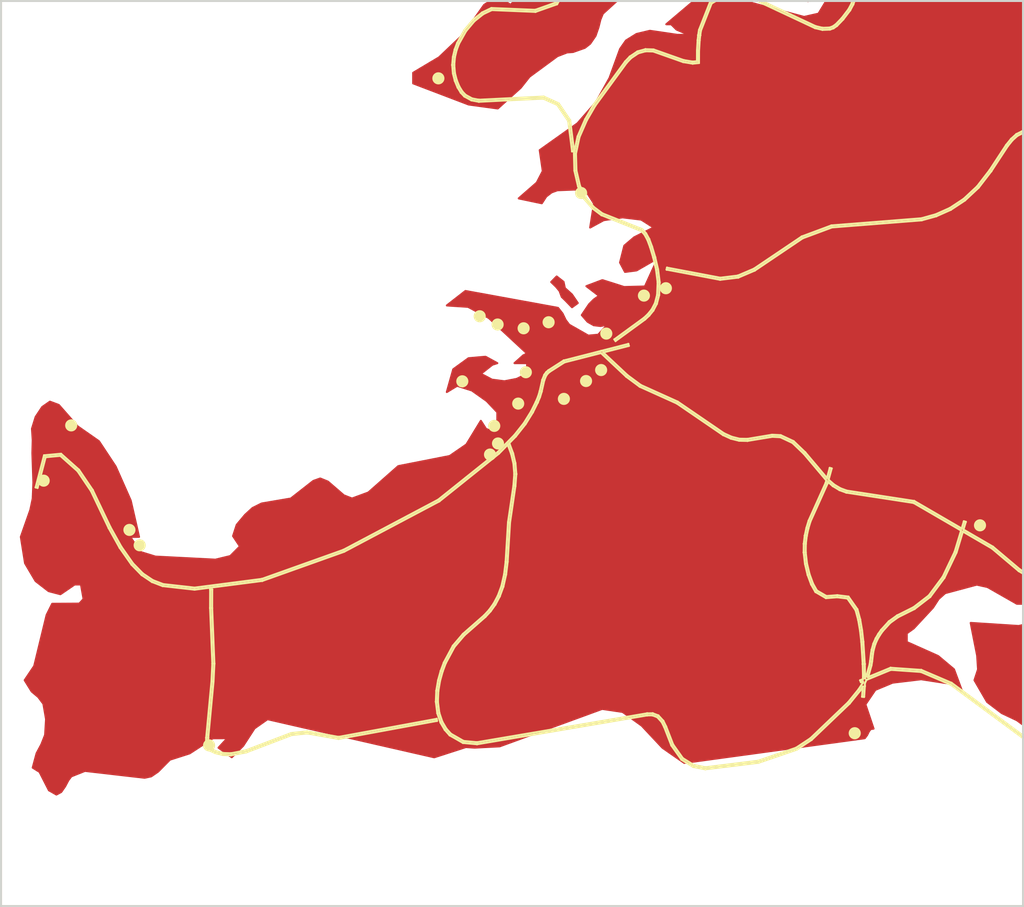
<source format=kicad_pcb>
(kicad_pcb (version 20211014) (generator pcbnew)
  (layers (0 "F.Cu" signal) (31 "B.Cu" signal) (34 "B.Paste" user) (35 "F.Paste" user) (36 "B.SilkS" user "B.Silkscreen") (37 "F.SilkS" user "F.Silkscreen") (38 "B.Mask" user) (39 "F.Mask" user) (44 "Edge.Cuts" user))
  (net 0 "")
  (gr_poly (pts (xy 81.081558 0.264583) (xy 67.61718 0.264583) (xy 67.148338 0.767681) (xy 66.337914 0.264583) (xy 64.473663 0.264583) (xy 63.66589 0.775282) (xy 60.973225 4.596791) (xy 57.743984 7.671699) (xy 54.347004 9.697852) (xy 54.347004 11.086094) (xy 61.624893 13.861442) (xy 65.456589 14.384496) (xy 68.478401 11.654922) (xy 69.623772 10.206143) (xy 73.28746 7.512314) (xy 74.561432 7.018919) (xy 75.331627 6.965764) (xy 76.901672 6.411594) (xy 77.589592 5.872533) (xy 78.294174 4.847404) (xy 78.679138 3.730942) (xy 78.93605 2.705391) (xy 79.251968 1.930395) (xy 81.081558 0.264583)) (layer "F.Cu") (width 0.264583) (fill solid))
  (gr_line (start 134.43161 119.177063) (end 134.43161 119.177063) (layer "F.Cu") (width 0.264583))
  (gr_poly (pts (xy 106.139458 0.264583) (xy 106.19104 0.28884) (xy 106.233643 0.264583) (xy 106.139458 0.264583)) (layer "F.Cu") (width 0.264583) (fill solid))
  (gr_line (start 0.224663 119.177063) (end 0.224663 0.264583) (layer "F.Cu") (width 0.264583))
  (gr_line (start 0.224663 119.177063) (end 0.224663 119.177063) (layer "F.Cu") (width 0.264583))
  (gr_line (start 0.224663 0.264583) (end 0.224663 0.264583) (layer "F.Cu") (width 0.264583))
  (gr_poly (pts (xy 134.43161 79.462303) (xy 134.43161 0.264583) (xy 108.584991 0.264583) (xy 107.573494 1.930395) (xy 105.680931 2.355897) (xy 97.861694 0.264583) (xy 91.449783 0.264583) (xy 90.865059 0.547267) (xy 87.586609 3.320732) (xy 88.228218 3.320732) (xy 88.929359 4.011982) (xy 90.539093 4.710721) (xy 89.031494 4.710721) (xy 85.433685 4.179067) (xy 83.676064 4.596791) (xy 82.29335 5.454915) (xy 81.523148 6.555845) (xy 80.130905 10.380635) (xy 78.353439 13.558202) (xy 75.924034 16.339792) (xy 70.966805 19.862005) (xy 71.368446 22.609915) (xy 70.581573 24.130846) (xy 68.20826 26.203432) (xy 71.243286 26.838537) (xy 71.822731 25.94631) (xy 72.536842 25.401718) (xy 73.297249 25.129436) (xy 75.56208 25.038658) (xy 77.168373 25.424419) (xy 78.089912 26.868965) (xy 77.589592 30.02862) (xy 79.360443 29.061302) (xy 81.849121 28.690887) (xy 84.298096 28.985632) (xy 85.927406 30.02862) (xy 83.369942 31.313171) (xy 82.072952 32.416218) (xy 81.513359 34.628929) (xy 82.165031 35.859505) (xy 83.676064 35.663185) (xy 86.480385 34.047375) (xy 84.77858 37.776409) (xy 83.139488 37.813984) (xy 82.053108 37.84441) (xy 79.192696 36.93874) (xy 77.095871 37.731171) (xy 78.754814 38.998524) (xy 78.057106 39.496468) (xy 77.454651 40.099983) (xy 76.490242 41.532703) (xy 77.25383 42.407413) (xy 78.066895 42.86726) (xy 78.93261 42.965157) (xy 79.854424 42.799263) (xy 78.639725 44.110802) (xy 77.352516 44.231449) (xy 74.837921 42.799263) (xy 74.370399 42.181198) (xy 73.958977 41.329239) (xy 73.36631 40.582581) (xy 61.210289 38.364849) (xy 58.767925 40.265877) (xy 61.555836 40.44685) (xy 64.281311 41.909733) (xy 69.307861 46.582008) (xy 68.8041 46.823044) (xy 67.655281 47.847511) (xy 69.307861 47.847511) (xy 69.307861 49.240543) (xy 67.935204 49.917877) (xy 66.335274 50.226643) (xy 64.699356 50.01577) (xy 63.234619 49.240543) (xy 64.758621 48.043301) (xy 65.397324 47.847511) (xy 63.850307 47.004021) (xy 61.615108 47.199814) (xy 59.610622 48.653168) (xy 58.767925 51.641636) (xy 60.117298 50.821163) (xy 62.049553 51.430763) (xy 64.001648 52.815331) (xy 65.397324 54.289852) (xy 65.397324 55.425442) (xy 64.913399 56.282425) (xy 64.442711 56.688564) (xy 63.915924 56.485626) (xy 63.234619 55.425442) (xy 61.335442 58.537472) (xy 59.143105 60.047977) (xy 52.388554 61.37751) (xy 48.458172 64.846466) (xy 46.318752 65.634392) (xy 45.245602 65.214233) (xy 43.148777 63.405014) (xy 42.138332 62.999668) (xy 41.232929 63.32246) (xy 38.280445 65.634392) (xy 34.438957 66.287384) (xy 33.254154 66.880051) (xy 32.27652 67.773018) (xy 31.17691 69.085609) (xy 30.696426 70.562782) (xy 31.598392 71.919563) (xy 30.331038 73.193802) (xy 28.385555 73.665817) (xy 20.492189 73.261269) (xy 18.523769 72.654045) (xy 17.193947 70.675232) (xy 18.35261 70.675232) (xy 17.256468 65.889709) (xy 15.278179 61.422485) (xy 13.089202 58.109112) (xy 10.274829 56.13982) (xy 7.81595 53.342113) (xy 6.647391 52.905548) (xy 5.633561 53.612782) (xy 4.774432 54.906593) (xy 4.290562 56.462875) (xy 4.389305 57.95142) (xy 4.343215 59.657188) (xy 4.474898 63.517723) (xy 4.389305 65.634392) (xy 4.073313 67.135376) (xy 2.829057 70.675232) (xy 3.382063 74.137833) (xy 4.764563 76.474899) (xy 6.476233 77.800461) (xy 8.029892 78.204742) (xy 9.89957 76.924164) (xy 10.722504 76.924164) (xy 11.064822 78.833397) (xy 10.511843 79.439819) (xy 6.946953 79.462303) (xy 6.212893 80.936569) (xy 4.586816 87.636345) (xy 3.332691 89.504303) (xy 4.25106 90.983055) (xy 5.120058 91.714897) (xy 5.79157 92.610771) (xy 6.140476 94.626106) (xy 6.015408 96.700172) (xy 5.52495 97.938431) (xy 4.89622 99.116623) (xy 4.389305 100.995155) (xy 5.284655 101.554222) (xy 6.515735 103.968277) (xy 7.499958 104.526817) (xy 8.131942 104.191589) (xy 8.645446 103.454193) (xy 9.070075 102.649597) (xy 9.458484 102.135246) (xy 11.252463 101.420082) (xy 19.083363 102.321777) (xy 19.95236 102.135246) (xy 20.860861 101.509506) (xy 22.407957 99.944237) (xy 24.998493 99.116623) (xy 28.04001 97.132767) (xy 29.945805 97.125366) (xy 28.790634 98.378433) (xy 30.528418 99.623558) (xy 32.026222 98.117287) (xy 33.513977 95.827316) (xy 35.219215 94.626106) (xy 57.11216 99.630966) (xy 61.269562 98.288994) (xy 62.408325 98.36335) (xy 65.713234 98.191895) (xy 79.163063 93.275146) (xy 81.849121 93.6707) (xy 84.363976 95.476738) (xy 87.082832 98.378433) (xy 89.946686 100.369148) (xy 113.646736 97.125366) (xy 113.956039 96.715256) (xy 114.173256 96.267586) (xy 114.416939 95.924423) (xy 114.802177 95.872292) (xy 113.735641 92.685394) (xy 115.035805 90.77404) (xy 117.306984 89.8255) (xy 121.052956 89.377296) (xy 124.713196 89.937424) (xy 126.39859 90.863464) (xy 125.368309 88.077148) (xy 123.284714 86.328514) (xy 119.16674 84.489388) (xy 119.16674 83.345337) (xy 120.078491 82.694458) (xy 122.613205 79.963692) (xy 123.343987 78.833397) (xy 124.203079 78.062401) (xy 128.360474 76.946648) (xy 129.772568 77.261238) (xy 133.627274 79.462303) (xy 134.43161 79.462303)) (layer "F.Cu") (width 0.264583) (fill solid))
  (gr_line (start 0.224663 119.177063) (end 0.224663 119.177063) (layer "F.Cu") (width 0.264583))
  (gr_line (start 0.224663 0.264583) (end 134.43161 0.264583) (layer "F.Cu") (width 0.264583))
  (gr_poly (pts (xy 74.093918 37.165222) (xy 74.265099 37.980141) (xy 75.199875 38.825222) (xy 75.963455 39.949169) (xy 75.206482 40.499504) (xy 74.377014 39.639874) (xy 73.863464 39.14193) (xy 73.570572 38.357441) (xy 73.112839 37.806576) (xy 72.474403 37.187714) (xy 73.188766 36.455612) (xy 74.093918 37.165222)) (layer "F.Cu") (width 0.264583) (fill solid))
  (gr_line (start 134.43161 0.264583) (end 134.43161 119.177063) (layer "F.Cu") (width 0.264583))
  (gr_poly (pts (xy 134.43161 82.248108) (xy 133.864075 82.380402) (xy 127.560638 81.976379) (xy 128.406525 86.261307) (xy 128.525055 88.077148) (xy 128.057541 89.504303) (xy 129.713303 92.35704) (xy 131.658783 93.835007) (xy 133.614044 94.752846) (xy 134.43161 95.352654) (xy 134.43161 82.248108)) (layer "F.Cu") (width 0.264583) (fill solid))
  (gr_line (start 134.43161 119.177063) (end 0.224663 119.177063) (layer "F.Cu") (width 0.264583))
  (gr_line (start 134.43161 0.264583) (end 134.43161 0.264583) (layer "F.Cu") (width 0.264583))
  (gr_line (start 126.3769 69.576149) (end 120.152306 65.958237) (layer "F.SilkS") (width 0.264583))
  (gr_line (start 60.364948 5.88465) (end 61.299458 4.222035) (layer "F.SilkS") (width 0.264583))
  (gr_line (start 65.439125 59.53257) (end 65.439125 59.53257) (layer "F.SilkS") (width 0.264583))
  (gr_line (start 65.439125 59.53257) (end 57.644768 65.77832) (layer "F.SilkS") (width 0.264583))
  (gr_line (start 98.23423 57.795845) (end 98.23423 57.795845) (layer "F.SilkS") (width 0.264583))
  (gr_line (start 126.665031 68.622322) (end 126.3769 69.576149) (layer "F.SilkS") (width 0.264583))
  (gr_line (start 57.650326 90.916649) (end 57.876015 89.585266) (layer "F.SilkS") (width 0.264583))
  (gr_line (start 130.489853 71.966927) (end 130.489853 71.966927) (layer "F.SilkS") (width 0.264583))
  (gr_line (start 122.056778 78.37487) (end 122.056778 78.37487) (layer "F.SilkS") (width 0.264583))
  (gr_line (start 91.053711 8.493786) (end 91.053711 8.493786) (layer "F.SilkS") (width 0.264583))
  (gr_line (start 57.93528 95.07431) (end 58.497253 96.029198) (layer "F.SilkS") (width 0.264583))
  (gr_line (start 85.351929 41.594612) (end 85.888512 40.935272) (layer "F.SilkS") (width 0.264583))
  (gr_line (start 86.384338 38.868877) (end 86.384338 38.868877) (layer "F.SilkS") (width 0.264583))
  (gr_line (start 105.98864 69.492279) (end 105.770622 70.502457) (layer "F.SilkS") (width 0.264583))
  (gr_line (start 105.372688 31.205221) (end 105.372688 31.205221) (layer "F.SilkS") (width 0.264583))
  (gr_line (start 14.37034 69.534081) (end 15.805467 72.108742) (layer "F.SilkS") (width 0.264583))
  (gr_line (start 62.726887 97.651619) (end 62.726887 97.651619) (layer "F.SilkS") (width 0.264583))
  (gr_line (start 120.152306 65.958237) (end 111.294334 64.597488) (layer "F.SilkS") (width 0.264583))
  (gr_line (start 106.146065 75.663162) (end 106.613586 76.929192) (layer "F.SilkS") (width 0.264583))
  (gr_line (start 86.345711 40.059765) (end 86.345711 40.059765) (layer "F.SilkS") (width 0.264583))
  (gr_line (start 59.568027 7.603596) (end 59.568027 7.603596) (layer "F.SilkS") (width 0.264583))
  (gr_line (start 27.412949 97.675964) (end 27.412949 97.675964) (layer "F.SilkS") (width 0.264583))
  (gr_line (start 113.40464 89.654587) (end 113.401993 89.83609) (layer "F.SilkS") (width 0.264583))
  (gr_line (start 85.852257 6.893004) (end 89.803017 8.287755) (layer "F.SilkS") (width 0.264583))
  (gr_poly (pts (xy 129.249741 69.622459) (xy 129.225966 69.645086) (xy 129.20121 69.666418) (xy 129.175527 69.686434) (xy 129.14897 69.705109) (xy 129.121595 69.722422) (xy 129.093456 69.73835) (xy 129.064606 69.752869) (xy 129.035101 69.765957) (xy 129.004994 69.777591) (xy 128.974339 69.787747) (xy 128.943191 69.796404) (xy 128.911604 69.803539) (xy 128.879633 69.809127) (xy 128.84733 69.813147) (xy 128.814752 69.815576) (xy 128.781952 69.816391) (xy 128.749154 69.815576) (xy 128.716578 69.813147) (xy 128.684278 69.809127) (xy 128.652308 69.803539) (xy 128.620723 69.796404) (xy 128.589576 69.787747) (xy 128.558923 69.777591) (xy 128.528816 69.765957) (xy 128.499311 69.752869) (xy 128.470462 69.73835) (xy 128.442323 69.722422) (xy 128.414948 69.705109) (xy 128.388392 69.686434) (xy 128.362709 69.666418) (xy 128.337953 69.645086) (xy 128.314178 69.622459) (xy 128.291552 69.598729) (xy 128.270226 69.574012) (xy 128.250222 69.548363) (xy 128.231561 69.521836) (xy 128.214267 69.494486) (xy 128.198361 69.466368) (xy 128.183865 69.437535) (xy 128.170801 69.408044) (xy 128.159192 69.377948) (xy 128.149059 69.347301) (xy 128.140424 69.31616) (xy 128.13331 69.284577) (xy 128.127738 69.252608) (xy 128.123731 69.220308) (xy 128.12131 69.18773) (xy 128.120499 69.15493) (xy 128.12131 69.122133) (xy 128.123731 69.089557) (xy 128.127738 69.057257) (xy 128.13331 69.025287) (xy 128.140424 68.993701) (xy 128.149059 68.962555) (xy 128.159192 68.931901) (xy 128.170801 68.901794) (xy 128.183865 68.87229) (xy 128.198361 68.84344) (xy 128.214267 68.815301) (xy 128.231561 68.787927) (xy 128.250222 68.761371) (xy 128.270226 68.735687) (xy 128.291552 68.710931) (xy 128.314178 68.687157) (xy 128.337953 68.664531) (xy 128.362709 68.643204) (xy 128.388392 68.6232) (xy 128.414948 68.60454) (xy 128.442323 68.587245) (xy 128.470462 68.571339) (xy 128.499311 68.556843) (xy 128.528816 68.543779) (xy 128.558923 68.53217) (xy 128.589576 68.522037) (xy 128.620723 68.513402) (xy 128.652308 68.506288) (xy 128.684278 68.500716) (xy 128.716578 68.496709) (xy 128.749154 68.494289) (xy 128.781952 68.493477) (xy 128.814752 68.494289) (xy 128.84733 68.496709) (xy 128.879633 68.500716) (xy 128.911604 68.506288) (xy 128.943191 68.513402) (xy 128.974339 68.522037) (xy 129.004994 68.53217) (xy 129.035101 68.543779) (xy 129.064606 68.556843) (xy 129.093456 68.571339) (xy 129.121595 68.587245) (xy 129.14897 68.60454) (xy 129.175527 68.6232) (xy 129.20121 68.643204) (xy 129.225966 68.664531) (xy 129.249741 68.687157) (xy 129.272321 68.710931) (xy 129.293614 68.735687) (xy 129.313595 68.761371) (xy 129.332242 68.787927) (xy 129.34953 68.815301) (xy 129.365437 68.84344) (xy 129.37994 68.87229) (xy 129.393015 68.901794) (xy 129.404639 68.931901) (xy 129.414788 68.962555) (xy 129.42344 68.993701) (xy 129.430571 69.025287) (xy 129.436158 69.057257) (xy 129.440177 69.089557) (xy 129.442606 69.122133) (xy 129.44342 69.15493) (xy 129.442606 69.18773) (xy 129.440177 69.220308) (xy 129.436158 69.252608) (xy 129.430571 69.284577) (xy 129.42344 69.31616) (xy 129.414788 69.347301) (xy 129.404639 69.377948) (xy 129.393015 69.408044) (xy 129.37994 69.437535) (xy 129.365437 69.466368) (xy 129.34953 69.494486) (xy 129.332242 69.521836) (xy 129.313595 69.548363) (xy 129.293614 69.574012) (xy 129.272321 69.598729) (xy 129.249741 69.622459)) (layer "F.SilkS") (width 0.264583) (fill solid))
  (gr_line (start 66.192131 77.211227) (end 66.192131 77.211227) (layer "F.SilkS") (width 0.264583))
  (gr_line (start 85.875809 33.989697) (end 86.244377 35.563702) (layer "F.SilkS") (width 0.264583))
  (gr_line (start 109.029488 3.755337) (end 108.118004 3.787722) (layer "F.SilkS") (width 0.264583))
  (gr_line (start 110.005013 3.535124) (end 110.830513 2.677557) (layer "F.SilkS") (width 0.264583))
  (gr_line (start 74.706688 16.02597) (end 75.220245 20.034275) (layer "F.SilkS") (width 0.264583))
  (gr_line (start 91.616203 8.171101) (end 91.062172 8.227007) (layer "F.SilkS") (width 0.264583))
  (gr_line (start 85.463852 32.618095) (end 85.875809 33.989697) (layer "F.SilkS") (width 0.264583))
  (gr_line (start 85.875809 33.989697) (end 85.875809 33.989697) (layer "F.SilkS") (width 0.264583))
  (gr_poly (pts (xy 65.463203 56.555744) (xy 65.439429 56.578368) (xy 65.414672 56.599693) (xy 65.388989 56.619696) (xy 65.362432 56.638355) (xy 65.335057 56.655649) (xy 65.306917 56.671554) (xy 65.278067 56.68605) (xy 65.248562 56.699113) (xy 65.218455 56.710723) (xy 65.1878 56.720856) (xy 65.156653 56.729491) (xy 65.125067 56.736605) (xy 65.093097 56.742177) (xy 65.060796 56.746184) (xy 65.02822 56.748605) (xy 64.995422 56.749416) (xy 64.962623 56.748605) (xy 64.930046 56.746184) (xy 64.897745 56.742177) (xy 64.865775 56.736605) (xy 64.834188 56.729491) (xy 64.803041 56.720856) (xy 64.772387 56.710723) (xy 64.74228 56.699113) (xy 64.712775 56.68605) (xy 64.683925 56.671554) (xy 64.655786 56.655649) (xy 64.628411 56.638355) (xy 64.601855 56.619696) (xy 64.576172 56.599693) (xy 64.551416 56.578368) (xy 64.527641 56.555744) (xy 64.50506 56.531969) (xy 64.483768 56.507212) (xy 64.463787 56.481528) (xy 64.44514 56.454971) (xy 64.427852 56.427596) (xy 64.411944 56.399456) (xy 64.397442 56.370606) (xy 64.384367 56.341101) (xy 64.372743 56.310994) (xy 64.362594 56.280339) (xy 64.353942 56.249192) (xy 64.346811 56.217606) (xy 64.341224 56.185635) (xy 64.337205 56.153334) (xy 64.334776 56.120758) (xy 64.333961 56.087959) (xy 64.334776 56.055161) (xy 64.337205 56.022584) (xy 64.341224 55.990284) (xy 64.346811 55.958314) (xy 64.353942 55.926728) (xy 64.362594 55.895581) (xy 64.372743 55.864927) (xy 64.384367 55.83482) (xy 64.397442 55.805315) (xy 64.411944 55.776465) (xy 64.427852 55.748326) (xy 64.44514 55.72095) (xy 64.463787 55.694394) (xy 64.483768 55.66871) (xy 64.50506 55.643954) (xy 64.527641 55.620178) (xy 64.551416 55.597597) (xy 64.576172 55.576305) (xy 64.601855 55.556324) (xy 64.628411 55.537677) (xy 64.655786 55.520389) (xy 64.683925 55.504481) (xy 64.712775 55.489979) (xy 64.74228 55.476904) (xy 64.772387 55.46528) (xy 64.803041 55.455131) (xy 64.834188 55.446479) (xy 64.865775 55.439348) (xy 64.897745 55.433761) (xy 64.930046 55.429742) (xy 64.962623 55.427313) (xy 64.995422 55.426498) (xy 65.02822 55.427313) (xy 65.060796 55.429742) (xy 65.093097 55.433761) (xy 65.125067 55.439348) (xy 65.156653 55.446479) (xy 65.1878 55.455131) (xy 65.218455 55.46528) (xy 65.248562 55.476904) (xy 65.278067 55.489979) (xy 65.306917 55.504481) (xy 65.335057 55.520389) (xy 65.362432 55.537677) (xy 65.388989 55.556324) (xy 65.414672 55.576305) (xy 65.439429 55.597597) (xy 65.463203 55.620178) (xy 65.485828 55.643954) (xy 65.507153 55.66871) (xy 65.527157 55.694394) (xy 65.545816 55.72095) (xy 65.56311 55.748326) (xy 65.579015 55.776465) (xy 65.593511 55.805315) (xy 65.606574 55.83482) (xy 65.618183 55.864927) (xy 65.628316 55.895581) (xy 65.636951 55.926728) (xy 65.644065 55.958314) (xy 65.649636 55.990284) (xy 65.653643 56.022584) (xy 65.656064 56.055161) (xy 65.656876 56.087959) (xy 65.656064 56.120758) (xy 65.653643 56.153334) (xy 65.649636 56.185635) (xy 65.644065 56.217606) (xy 65.636951 56.249192) (xy 65.628316 56.280339) (xy 65.618183 56.310994) (xy 65.606574 56.341101) (xy 65.593511 56.370606) (xy 65.579015 56.399456) (xy 65.56311 56.427596) (xy 65.545816 56.454971) (xy 65.527157 56.481528) (xy 65.507153 56.507212) (xy 65.485828 56.531969) (xy 65.463203 56.555744)) (layer "F.SilkS") (width 0.264583) (fill solid))
  (gr_line (start 79.064636 28.401169) (end 79.064636 28.401169) (layer "F.SilkS") (width 0.264583))
  (gr_line (start 60.074173 10.685277) (end 59.832077 9.740978) (layer "F.SilkS") (width 0.264583))
  (gr_line (start 67.828842 57.47649) (end 69.107307 55.862797) (layer "F.SilkS") (width 0.264583))
  (gr_line (start 110.038353 78.603996) (end 110.038353 78.603996) (layer "F.SilkS") (width 0.264583))
  (gr_line (start 76.184387 18.156475) (end 76.184387 18.156475) (layer "F.SilkS") (width 0.264583))
  (gr_line (start 99.08989 35.440407) (end 99.08989 35.440407) (layer "F.SilkS") (width 0.264583))
  (gr_line (start 93.570419 0.264583) (end 93.570419 0.264583) (layer "F.SilkS") (width 0.264583))
  (gr_line (start 86.984413 95.000229) (end 86.984413 95.000229) (layer "F.SilkS") (width 0.264583))
  (gr_line (start 71.572433 49.366219) (end 71.572433 49.366219) (layer "F.SilkS") (width 0.264583))
  (gr_line (start 71.485382 12.820306) (end 71.485382 12.820306) (layer "F.SilkS") (width 0.264583))
  (gr_line (start 59.800594 6.629374) (end 59.800594 6.629374) (layer "F.SilkS") (width 0.264583))
  (gr_line (start 25.641273 77.340614) (end 25.641273 77.340614) (layer "F.SilkS") (width 0.264583))
  (gr_line (start 134.43161 17.379553) (end 134.43161 17.379553) (layer "F.SilkS") (width 0.264583))
  (gr_line (start 86.552612 94.137161) (end 86.552612 94.137161) (layer "F.SilkS") (width 0.264583))
  (gr_line (start 113.143501 89.762276) (end 113.40464 89.654587) (layer "F.SilkS") (width 0.264583))
  (gr_line (start 113.384003 87.388695) (end 113.384003 87.388695) (layer "F.SilkS") (width 0.264583))
  (gr_line (start 84.877007 6.865302) (end 84.877007 6.865302) (layer "F.SilkS") (width 0.264583))
  (gr_line (start 94.66156 36.891911) (end 94.66156 36.891911) (layer "F.SilkS") (width 0.264583))
  (gr_line (start 72.105301 48.780697) (end 72.105301 48.780697) (layer "F.SilkS") (width 0.264583))
  (gr_line (start 61.299458 4.222035) (end 61.299458 4.222035) (layer "F.SilkS") (width 0.264583))
  (gr_line (start 130.046936 22.486143) (end 130.046936 22.486143) (layer "F.SilkS") (width 0.264583))
  (gr_line (start 0.224663 119.177063) (end 0.224663 119.177063) (layer "F.SilkS") (width 0.264583))
  (gr_line (start 27.957197 77.572128) (end 27.957197 77.572128) (layer "F.SilkS") (width 0.264583))
  (gr_line (start 27.170855 97.052071) (end 27.148102 97.680191) (layer "F.SilkS") (width 0.264583))
  (gr_line (start 134.43161 17.644955) (end 134.360443 17.650564) (layer "F.SilkS") (width 0.264583))
  (gr_line (start 113.045609 90.869286) (end 113.045609 90.869286) (layer "F.SilkS") (width 0.264583))
  (gr_line (start 27.957197 77.572128) (end 27.692614 77.571335) (layer "F.SilkS") (width 0.264583))
  (gr_line (start 130.265213 22.635447) (end 130.262573 22.639706) (layer "F.SilkS") (width 0.264583))
  (gr_line (start 67.510025 63.969898) (end 66.804642 68.752769) (layer "F.SilkS") (width 0.264583))
  (gr_line (start 113.042435 89.51754) (end 113.042435 89.51754) (layer "F.SilkS") (width 0.264583))
  (gr_line (start 132.22261 19.16758) (end 132.22261 19.16758) (layer "F.SilkS") (width 0.264583))
  (gr_line (start 112.831291 90.713448) (end 112.831291 90.713448) (layer "F.SilkS") (width 0.264583))
  (gr_line (start 21.516048 76.878654) (end 21.516048 76.878654) (layer "F.SilkS") (width 0.264583))
  (gr_line (start 75.784332 22.525381) (end 75.726128 20.318359) (layer "F.SilkS") (width 0.264583))
  (gr_line (start 94.086357 0.264583) (end 93.570419 0.264583) (layer "F.SilkS") (width 0.264583))
  (gr_line (start 70.455894 52.931213) (end 69.832794 54.188782) (layer "F.SilkS") (width 0.264583))
  (gr_line (start 70.373344 1.426509) (end 70.373344 1.426509) (layer "F.SilkS") (width 0.264583))
  (gr_line (start 57.386799 90.889137) (end 57.328323 92.335869) (layer "F.SilkS") (width 0.264583))
  (gr_line (start 113.045609 90.869286) (end 113.390358 90.339066) (layer "F.SilkS") (width 0.264583))
  (gr_poly (pts (xy 72.602196 42.938698) (xy 72.57842 42.961326) (xy 72.553663 42.982659) (xy 72.527978 43.002676) (xy 72.501421 43.021352) (xy 72.474046 43.038666) (xy 72.445906 43.054594) (xy 72.417056 43.069114) (xy 72.38755 43.082202) (xy 72.357443 43.093836) (xy 72.326789 43.103993) (xy 72.295641 43.11265) (xy 72.264055 43.119784) (xy 72.232084 43.125373) (xy 72.199783 43.129393) (xy 72.167206 43.131822) (xy 72.134407 43.132637) (xy 72.101609 43.131822) (xy 72.069033 43.129393) (xy 72.036733 43.125373) (xy 72.004762 43.119784) (xy 71.973176 43.11265) (xy 71.942029 43.103993) (xy 71.911375 43.093836) (xy 71.881268 43.082202) (xy 71.851762 43.069114) (xy 71.822912 43.054594) (xy 71.794772 43.038666) (xy 71.767397 43.021352) (xy 71.740841 43.002676) (xy 71.715157 42.982659) (xy 71.690401 42.961326) (xy 71.666626 42.938698) (xy 71.644001 42.914969) (xy 71.622676 42.890254) (xy 71.602673 42.864606) (xy 71.584013 42.838079) (xy 71.56672 42.81073) (xy 71.550814 42.782611) (xy 71.536319 42.753779) (xy 71.523255 42.724288) (xy 71.511646 42.694191) (xy 71.501513 42.663545) (xy 71.492879 42.632403) (xy 71.485765 42.60082) (xy 71.480193 42.568852) (xy 71.476186 42.536552) (xy 71.473766 42.503975) (xy 71.472954 42.471176) (xy 71.473766 42.438379) (xy 71.476186 42.405803) (xy 71.480193 42.373503) (xy 71.485765 42.341533) (xy 71.492879 42.309947) (xy 71.501513 42.2788) (xy 71.511646 42.248147) (xy 71.523255 42.21804) (xy 71.536319 42.188535) (xy 71.550814 42.159686) (xy 71.56672 42.131546) (xy 71.584013 42.104171) (xy 71.602673 42.077615) (xy 71.622676 42.051931) (xy 71.644001 42.027174) (xy 71.666626 42.003399) (xy 71.690401 41.980774) (xy 71.715157 41.959449) (xy 71.740841 41.939445) (xy 71.767397 41.920785) (xy 71.794772 41.903491) (xy 71.822912 41.887585) (xy 71.851762 41.873089) (xy 71.881268 41.860024) (xy 71.911375 41.848415) (xy 71.942029 41.838281) (xy 71.973176 41.829646) (xy 72.004762 41.822531) (xy 72.036733 41.816959) (xy 72.069033 41.812952) (xy 72.101609 41.810531) (xy 72.134407 41.809719) (xy 72.167206 41.810531) (xy 72.199783 41.812952) (xy 72.232084 41.816959) (xy 72.264055 41.822531) (xy 72.295641 41.829646) (xy 72.326789 41.838281) (xy 72.357443 41.848415) (xy 72.38755 41.860024) (xy 72.417056 41.873089) (xy 72.445906 41.887585) (xy 72.474046 41.903491) (xy 72.501421 41.920785) (xy 72.527978 41.939445) (xy 72.553663 41.959449) (xy 72.57842 41.980774) (xy 72.602196 42.003399) (xy 72.624775 42.027174) (xy 72.646067 42.051931) (xy 72.666047 42.077615) (xy 72.684693 42.104171) (xy 72.70198 42.131546) (xy 72.717887 42.159686) (xy 72.732389 42.188535) (xy 72.745463 42.21804) (xy 72.757087 42.248147) (xy 72.767236 42.2788) (xy 72.775888 42.309947) (xy 72.783018 42.341533) (xy 72.788605 42.373503) (xy 72.792625 42.405803) (xy 72.795053 42.438379) (xy 72.795868 42.471176) (xy 72.795053 42.503975) (xy 72.792625 42.536552) (xy 72.788605 42.568852) (xy 72.783018 42.60082) (xy 72.775888 42.632403) (xy 72.767236 42.663545) (xy 72.757087 42.694191) (xy 72.745463 42.724288) (xy 72.732389 42.753779) (xy 72.717887 42.782611) (xy 72.70198 42.81073) (xy 72.684693 42.838079) (xy 72.666047 42.864606) (xy 72.646067 42.890254) (xy 72.624775 42.914969) (xy 72.602196 42.938698)) (layer "F.SilkS") (width 0.264583) (fill solid))
  (gr_line (start 115.994385 83.06884) (end 116.983398 81.977707) (layer "F.SilkS") (width 0.264583))
  (gr_line (start 67.773285 63.999264) (end 67.773285 63.999264) (layer "F.SilkS") (width 0.264583))
  (gr_line (start 27.684412 80.02243) (end 27.977039 87.320969) (layer "F.SilkS") (width 0.264583))
  (gr_line (start 82.600266 45.322327) (end 82.600266 45.322327) (layer "F.SilkS") (width 0.264583))
  (gr_line (start 101.501831 57.520149) (end 102.547203 57.572006) (layer "F.SilkS") (width 0.264583))
  (gr_line (start 113.67981 89.254799) (end 113.675316 89.256653) (layer "F.SilkS") (width 0.264583))
  (gr_line (start 108.118004 3.787722) (end 107.199371 3.571161) (layer "F.SilkS") (width 0.264583))
  (gr_line (start 91.77919 4.746545) (end 91.77919 4.746545) (layer "F.SilkS") (width 0.264583))
  (gr_line (start 134.0186 74.94799) (end 134.0186 74.94799) (layer "F.SilkS") (width 0.264583))
  (gr_line (start 107.111794 3.822382) (end 107.111794 3.822382) (layer "F.SilkS") (width 0.264583))
  (gr_line (start 118.021881 81.229462) (end 120.20285 80.135941) (layer "F.SilkS") (width 0.264583))
  (gr_line (start 117.884567 81.002449) (end 116.806122 81.779266) (layer "F.SilkS") (width 0.264583))
  (gr_poly (pts (xy 60.801777 50.893131) (xy 60.834575 50.892317) (xy 60.867151 50.889888) (xy 60.899451 50.885869) (xy 60.931421 50.880282) (xy 60.963007 50.873152) (xy 60.994154 50.8645) (xy 61.024808 50.854351) (xy 61.054915 50.842728) (xy 61.084421 50.829653) (xy 61.113271 50.815151) (xy 61.141411 50.799244) (xy 61.168787 50.781956) (xy 61.195344 50.76331) (xy 61.221028 50.743329) (xy 61.245786 50.722036) (xy 61.269562 50.699455) (xy 61.292186 50.67568) (xy 61.313511 50.650923) (xy 61.333514 50.625239) (xy 61.352173 50.598682) (xy 61.369466 50.571307) (xy 61.385372 50.543167) (xy 61.399867 50.514318) (xy 61.412931 50.484812) (xy 61.42454 50.454705) (xy 61.434673 50.424051) (xy 61.443308 50.392904) (xy 61.450423 50.361318) (xy 61.455994 50.329348) (xy 61.460002 50.297048) (xy 61.462422 50.264472) (xy 61.463234 50.231674) (xy 61.462422 50.198875) (xy 61.460002 50.166298) (xy 61.455994 50.133997) (xy 61.450423 50.102026) (xy 61.443308 50.07044) (xy 61.434673 50.039293) (xy 61.42454 50.008638) (xy 61.412931 49.978531) (xy 61.399867 49.949026) (xy 61.385372 49.920176) (xy 61.369466 49.892037) (xy 61.352173 49.864662) (xy 61.333514 49.838105) (xy 61.313511 49.812421) (xy 61.292186 49.787665) (xy 61.269562 49.763889) (xy 61.245786 49.741265) (xy 61.221028 49.719941) (xy 61.195344 49.699938) (xy 61.168787 49.681278) (xy 61.141411 49.663985) (xy 61.113271 49.648079) (xy 61.084421 49.633584) (xy 61.054915 49.62052) (xy 61.024808 49.608911) (xy 60.994154 49.598778) (xy 60.963007 49.590143) (xy 60.931421 49.583028) (xy 60.899451 49.577457) (xy 60.867151 49.573449) (xy 60.834575 49.571029) (xy 60.801777 49.570217) (xy 60.768979 49.571029) (xy 60.736403 49.573449) (xy 60.704103 49.577457) (xy 60.672135 49.583028) (xy 60.640553 49.590143) (xy 60.609412 49.598778) (xy 60.578766 49.608911) (xy 60.54867 49.62052) (xy 60.519179 49.633584) (xy 60.490347 49.648079) (xy 60.462229 49.663985) (xy 60.434879 49.681278) (xy 60.408353 49.699938) (xy 60.382704 49.719941) (xy 60.357988 49.741265) (xy 60.334259 49.763889) (xy 60.311631 49.787665) (xy 60.290298 49.812421) (xy 60.270281 49.838105) (xy 60.251605 49.864662) (xy 60.234291 49.892037) (xy 60.218363 49.920176) (xy 60.203843 49.949026) (xy 60.190755 49.978531) (xy 60.179121 50.008638) (xy 60.168964 50.039293) (xy 60.160307 50.07044) (xy 60.153172 50.102026) (xy 60.147584 50.133997) (xy 60.143563 50.166298) (xy 60.141135 50.198875) (xy 60.14032 50.231674) (xy 60.141135 50.264472) (xy 60.143563 50.297048) (xy 60.147584 50.329348) (xy 60.153172 50.361318) (xy 60.160307 50.392904) (xy 60.168964 50.424051) (xy 60.179121 50.454705) (xy 60.190755 50.484812) (xy 60.203843 50.514318) (xy 60.218363 50.543167) (xy 60.234291 50.571307) (xy 60.251605 50.598682) (xy 60.270281 50.625239) (xy 60.290298 50.650923) (xy 60.311631 50.67568) (xy 60.334259 50.699455) (xy 60.357988 50.722036) (xy 60.382704 50.743329) (xy 60.408353 50.76331) (xy 60.434879 50.781956) (xy 60.462229 50.799244) (xy 60.490347 50.815151) (xy 60.519179 50.829653) (xy 60.54867 50.842728) (xy 60.578766 50.854351) (xy 60.609412 50.8645) (xy 60.640553 50.873152) (xy 60.672135 50.880282) (xy 60.704103 50.885869) (xy 60.736403 50.889888) (xy 60.768979 50.892317) (xy 60.801777 50.893131)) (layer "F.SilkS") (width 0.264583) (fill solid))
  (gr_line (start 67.778046 60.99651) (end 67.778046 60.99651) (layer "F.SilkS") (width 0.264583))
  (gr_line (start 84.103889 50.946312) (end 84.103889 50.946312) (layer "F.SilkS") (width 0.264583))
  (gr_line (start 84.931778 30.784533) (end 84.438057 30.249811) (layer "F.SilkS") (width 0.264583))
  (gr_line (start 72.105301 48.780697) (end 71.821404 49.029404) (layer "F.SilkS") (width 0.264583))
  (gr_line (start 84.238564 50.716919) (end 84.238564 50.716919) (layer "F.SilkS") (width 0.264583))
  (gr_line (start 58.21759 88.362892) (end 58.21759 88.362892) (layer "F.SilkS") (width 0.264583))
  (gr_line (start 66.804642 68.752769) (end 66.491112 73.92749) (layer "F.SilkS") (width 0.264583))
  (gr_line (start 113.40464 89.654587) (end 113.40464 89.654587) (layer "F.SilkS") (width 0.264583))
  (gr_line (start 105.839676 59.571995) (end 104.305092 58.100906) (layer "F.SilkS") (width 0.264583))
  (gr_line (start 88.25309 98.079185) (end 88.25309 98.079185) (layer "F.SilkS") (width 0.264583))
  (gr_line (start 109.33535 30.011158) (end 109.33535 30.011158) (layer "F.SilkS") (width 0.264583))
  (gr_line (start 106.510391 97.135414) (end 104.617836 98.383194) (layer "F.SilkS") (width 0.264583))
  (gr_line (start 59.740265 8.667882) (end 59.829697 7.646114) (layer "F.SilkS") (width 0.264583))
  (gr_line (start 124.951591 27.693142) (end 124.951591 27.693142) (layer "F.SilkS") (width 0.264583))
  (gr_line (start 108.900642 63.161064) (end 108.900642 63.161064) (layer "F.SilkS") (width 0.264583))
  (gr_line (start 85.714676 32.533958) (end 85.346375 31.542566) (layer "F.SilkS") (width 0.264583))
  (gr_line (start 86.399681 94.362053) (end 86.399681 94.362053) (layer "F.SilkS") (width 0.264583))
  (gr_line (start 67.516106 61.037785) (end 67.627495 62.419968) (layer "F.SilkS") (width 0.264583))
  (gr_poly (pts (xy 74.139687 53.201885) (xy 74.172485 53.201073) (xy 74.205062 53.198653) (xy 74.237363 53.194646) (xy 74.269333 53.189074) (xy 74.300919 53.181959) (xy 74.332066 53.173325) (xy 74.36272 53.163191) (xy 74.392826 53.151582) (xy 74.422331 53.138518) (xy 74.45118 53.124022) (xy 74.479319 53.108116) (xy 74.506694 53.090822) (xy 74.533251 53.072163) (xy 74.558935 53.052159) (xy 74.583692 53.030834) (xy 74.607468 53.008209) (xy 74.630093 52.984434) (xy 74.651418 52.959677) (xy 74.671422 52.933993) (xy 74.690081 52.907436) (xy 74.707376 52.880061) (xy 74.723282 52.851921) (xy 74.737778 52.823072) (xy 74.750842 52.793566) (xy 74.762452 52.763459) (xy 74.772586 52.732805) (xy 74.781221 52.701658) (xy 74.788335 52.670072) (xy 74.793908 52.638102) (xy 74.797915 52.605802) (xy 74.800336 52.573226) (xy 74.801147 52.540428) (xy 74.800336 52.507629) (xy 74.797915 52.475052) (xy 74.793908 52.442751) (xy 74.788335 52.410781) (xy 74.781221 52.379195) (xy 74.772586 52.348048) (xy 74.762452 52.317394) (xy 74.750842 52.287287) (xy 74.737778 52.257781) (xy 74.723282 52.228932) (xy 74.707376 52.200792) (xy 74.690081 52.173417) (xy 74.671422 52.14686) (xy 74.651418 52.121176) (xy 74.630093 52.096419) (xy 74.607468 52.072643) (xy 74.583692 52.050062) (xy 74.558935 52.02877) (xy 74.533251 52.008789) (xy 74.506694 51.990143) (xy 74.479319 51.972855) (xy 74.45118 51.956948) (xy 74.422331 51.942445) (xy 74.392826 51.929371) (xy 74.36272 51.917747) (xy 74.332066 51.907598) (xy 74.300919 51.898947) (xy 74.269333 51.891816) (xy 74.237363 51.88623) (xy 74.205062 51.882211) (xy 74.172485 51.879782) (xy 74.139687 51.878967) (xy 74.106888 51.879782) (xy 74.074311 51.882211) (xy 74.042009 51.88623) (xy 74.010039 51.891816) (xy 73.978453 51.898947) (xy 73.947305 51.907598) (xy 73.916651 51.917747) (xy 73.886544 51.929371) (xy 73.857039 51.942445) (xy 73.82819 51.956948) (xy 73.80005 51.972855) (xy 73.772676 51.990143) (xy 73.746119 52.008789) (xy 73.720436 52.02877) (xy 73.69568 52.050062) (xy 73.671906 52.072643) (xy 73.649323 52.096419) (xy 73.62803 52.121176) (xy 73.608049 52.14686) (xy 73.589402 52.173417) (xy 73.572114 52.200792) (xy 73.556208 52.228932) (xy 73.541706 52.257781) (xy 73.528632 52.287287) (xy 73.51701 52.317394) (xy 73.506861 52.348048) (xy 73.498211 52.379195) (xy 73.491081 52.410781) (xy 73.485495 52.442751) (xy 73.481476 52.475052) (xy 73.479048 52.507629) (xy 73.478233 52.540428) (xy 73.479048 52.573226) (xy 73.481476 52.605802) (xy 73.485495 52.638102) (xy 73.491081 52.670072) (xy 73.498211 52.701658) (xy 73.506861 52.732805) (xy 73.51701 52.763459) (xy 73.528632 52.793566) (xy 73.541706 52.823072) (xy 73.556208 52.851921) (xy 73.572114 52.880061) (xy 73.589402 52.907436) (xy 73.608049 52.933993) (xy 73.62803 52.959677) (xy 73.649323 52.984434) (xy 73.671906 53.008209) (xy 73.69568 53.030834) (xy 73.720436 53.052159) (xy 73.746119 53.072163) (xy 73.772676 53.090822) (xy 73.80005 53.108116) (xy 73.82819 53.124022) (xy 73.857039 53.138518) (xy 73.886544 53.151582) (xy 73.916651 53.163191) (xy 73.947305 53.173325) (xy 73.978453 53.181959) (xy 74.010039 53.189074) (xy 74.042009 53.194646) (xy 74.074311 53.198653) (xy 74.106888 53.201073) (xy 74.139687 53.201885)) (layer "F.SilkS") (width 0.264583) (fill solid))
  (gr_line (start 84.238564 50.716919) (end 82.498398 49.429459) (layer "F.SilkS") (width 0.264583))
  (gr_line (start 134.43161 75.502289) (end 134.43161 75.194313) (layer "F.SilkS") (width 0.264583))
  (gr_line (start 89.097107 52.91111) (end 84.238564 50.716919) (layer "F.SilkS") (width 0.264583))
  (gr_line (start 109.561043 3.841274) (end 110.005013 3.535124) (layer "F.SilkS") (width 0.264583))
  (gr_line (start 57.965706 88.280869) (end 57.965706 88.280869) (layer "F.SilkS") (width 0.264583))
  (gr_line (start 112.690262 80.197052) (end 112.690262 80.197052) (layer "F.SilkS") (width 0.264583))
  (gr_line (start 134.0186 74.94799) (end 130.489853 71.966927) (layer "F.SilkS") (width 0.264583))
  (gr_line (start 114.55188 85.50354) (end 114.55188 85.50354) (layer "F.SilkS") (width 0.264583))
  (gr_line (start 105.372688 31.205221) (end 109.277672 29.750278) (layer "F.SilkS") (width 0.264583))
  (gr_line (start 27.435173 97.069275) (end 27.435173 97.069275) (layer "F.SilkS") (width 0.264583))
  (gr_line (start 113.401993 89.83609) (end 112.831291 90.713448) (layer "F.SilkS") (width 0.264583))
  (gr_line (start 109.33535 30.011158) (end 105.494659 31.442287) (layer "F.SilkS") (width 0.264583))
  (gr_line (start 18.679157 75.679031) (end 18.679157 75.679031) (layer "F.SilkS") (width 0.264583))
  (gr_line (start 12.266612 64.509117) (end 12.266612 64.509117) (layer "F.SilkS") (width 0.264583))
  (gr_line (start 97.043343 36.602722) (end 97.043343 36.602722) (layer "F.SilkS") (width 0.264583))
  (gr_line (start 84.810867 42.101822) (end 85.351929 41.594612) (layer "F.SilkS") (width 0.264583))
  (gr_line (start 5.87539 59.955902) (end 5.87539 59.955902) (layer "F.SilkS") (width 0.264583))
  (gr_line (start 28.241888 87.321754) (end 27.948996 80.020576) (layer "F.SilkS") (width 0.264583))
  (gr_line (start 108.091812 4.05339) (end 108.091812 4.05339) (layer "F.SilkS") (width 0.264583))
  (gr_line (start 67.510025 63.969898) (end 67.510025 63.969898) (layer "F.SilkS") (width 0.264583))
  (gr_line (start 89.868896 8.030475) (end 85.901207 6.629691) (layer "F.SilkS") (width 0.264583))
  (gr_line (start 105.770622 70.502457) (end 105.770622 70.502457) (layer "F.SilkS") (width 0.264583))
  (gr_line (start 85.463852 32.618095) (end 85.463852 32.618095) (layer "F.SilkS") (width 0.264583))
  (gr_line (start 68.89035 55.710663) (end 68.89035 55.710663) (layer "F.SilkS") (width 0.264583))
  (gr_line (start 128.606812 24.786482) (end 126.811874 26.463623) (layer "F.SilkS") (width 0.264583))
  (gr_line (start 106.245018 69.558685) (end 106.51992 68.649841) (layer "F.SilkS") (width 0.264583))
  (gr_line (start 128.410492 24.607864) (end 128.410492 24.607864) (layer "F.SilkS") (width 0.264583))
  (gr_line (start 57.876015 89.585266) (end 57.876015 89.585266) (layer "F.SilkS") (width 0.264583))
  (gr_line (start 111.227921 64.854927) (end 120.062622 66.211975) (layer "F.SilkS") (width 0.264583))
  (gr_line (start 86.984413 95.000229) (end 87.32122 95.678886) (layer "F.SilkS") (width 0.264583))
  (gr_line (start 27.447872 98.181313) (end 27.447872 98.181313) (layer "F.SilkS") (width 0.264583))
  (gr_line (start 113.91185 88.76638) (end 113.67981 89.254799) (layer "F.SilkS") (width 0.264583))
  (gr_line (start 91.10556 100.891968) (end 91.10556 100.891968) (layer "F.SilkS") (width 0.264583))
  (gr_line (start 110.629166 2.505091) (end 109.832771 3.332453) (layer "F.SilkS") (width 0.264583))
  (gr_line (start 79.08078 46.22456) (end 79.08078 46.22456) (layer "F.SilkS") (width 0.264583))
  (gr_line (start 44.549744 96.952858) (end 44.549744 96.952858) (layer "F.SilkS") (width 0.264583))
  (gr_line (start 66.491112 73.92749) (end 66.290291 75.583252) (layer "F.SilkS") (width 0.264583))
  (gr_line (start 89.574425 99.94397) (end 89.574425 99.94397) (layer "F.SilkS") (width 0.264583))
  (gr_line (start 71.302826 50.031116) (end 70.967064 51.522839) (layer "F.SilkS") (width 0.264583))
  (gr_line (start 62.092678 13.068088) (end 61.234367 12.600039) (layer "F.SilkS") (width 0.264583))
  (gr_line (start 101.486496 57.254509) (end 101.486496 57.254509) (layer "F.SilkS") (width 0.264583))
  (gr_line (start 67.068169 68.780022) (end 67.773285 63.999264) (layer "F.SilkS") (width 0.264583))
  (gr_line (start 61.234367 12.600039) (end 60.815006 12.156677) (layer "F.SilkS") (width 0.264583))
  (gr_line (start 124.928307 90.088501) (end 124.928307 90.088501) (layer "F.SilkS") (width 0.264583))
  (gr_line (start 91.779321 4.745209) (end 91.77919 4.746545) (layer "F.SilkS") (width 0.264583))
  (gr_line (start 113.648323 87.377319) (end 113.648323 87.377319) (layer "F.SilkS") (width 0.264583))
  (gr_line (start 111.294334 64.597488) (end 110.446068 64.287132) (layer "F.SilkS") (width 0.264583))
  (gr_line (start 71.223183 51.590309) (end 71.556297 50.110493) (layer "F.SilkS") (width 0.264583))
  (gr_line (start 102.612289 57.310337) (end 101.486496 57.254509) (layer "F.SilkS") (width 0.264583))
  (gr_line (start 108.118004 3.787722) (end 108.118004 3.787722) (layer "F.SilkS") (width 0.264583))
  (gr_line (start 30.414911 99.104179) (end 29.426428 99.069252) (layer "F.SilkS") (width 0.264583))
  (gr_line (start 58.712097 95.872826) (end 58.712097 95.872826) (layer "F.SilkS") (width 0.264583))
  (gr_line (start 0.224663 0.264583) (end 0.224663 0.264583) (layer "F.SilkS") (width 0.264583))
  (gr_line (start 71.556297 50.110493) (end 71.556297 50.110493) (layer "F.SilkS") (width 0.264583))
  (gr_line (start 62.973473 13.503222) (end 62.973473 13.503222) (layer "F.SilkS") (width 0.264583))
  (gr_line (start 121.07412 28.817093) (end 121.07412 28.817093) (layer "F.SilkS") (width 0.264583))
  (gr_line (start 107.362617 77.718178) (end 107.362617 77.718178) (layer "F.SilkS") (width 0.264583))
  (gr_line (start 73.25042 0.6888) (end 73.486168 0.264583) (layer "F.SilkS") (width 0.264583))
  (gr_line (start 91.881325 4.074292) (end 91.881325 4.074292) (layer "F.SilkS") (width 0.264583))
  (gr_line (start 16.02994 71.967987) (end 16.02994 71.967987) (layer "F.SilkS") (width 0.264583))
  (gr_line (start 115.319168 84.125328) (end 115.319168 84.125328) (layer "F.SilkS") (width 0.264583))
  (gr_line (start 85.714676 32.533958) (end 85.714676 32.533958) (layer "F.SilkS") (width 0.264583))
  (gr_line (start 111.466835 92.395668) (end 106.510391 97.135414) (layer "F.SilkS") (width 0.264583))
  (gr_line (start 82.963013 7.77277) (end 82.963013 7.77277) (layer "F.SilkS") (width 0.264583))
  (gr_line (start 113.66552 89.901711) (end 113.66552 89.901711) (layer "F.SilkS") (width 0.264583))
  (gr_line (start 132.862625 18.375284) (end 133.546051 17.759996) (layer "F.SilkS") (width 0.264583))
  (gr_line (start 17.560925 74.152916) (end 17.560925 74.152916) (layer "F.SilkS") (width 0.264583))
  (gr_line (start 113.67981 89.254799) (end 113.67981 89.254799) (layer "F.SilkS") (width 0.264583))
  (gr_line (start 18.849443 75.474777) (end 17.560925 74.152916) (layer "F.SilkS") (width 0.264583))
  (gr_line (start 130.489853 71.966927) (end 126.611847 69.712944) (layer "F.SilkS") (width 0.264583))
  (gr_line (start 104.305092 58.100906) (end 104.305092 58.100906) (layer "F.SilkS") (width 0.264583))
  (gr_line (start 97.043343 36.602722) (end 94.66156 36.891911) (layer "F.SilkS") (width 0.264583))
  (gr_line (start 84.641525 41.897827) (end 84.641525 41.897827) (layer "F.SilkS") (width 0.264583))
  (gr_line (start 91.77919 4.746545) (end 91.704582 5.418323) (layer "F.SilkS") (width 0.264583))
  (gr_line (start 57.617252 89.527321) (end 57.617252 89.527321) (layer "F.SilkS") (width 0.264583))
  (gr_line (start 108.822861 63.444698) (end 109.457062 64.002174) (layer "F.SilkS") (width 0.264583))
  (gr_line (start 113.659698 90.279274) (end 113.66552 89.901711) (layer "F.SilkS") (width 0.264583))
  (gr_line (start 58.176846 94.963448) (end 58.176846 94.963448) (layer "F.SilkS") (width 0.264583))
  (gr_line (start 59.781013 85.125183) (end 61.06636 83.615997) (layer "F.SilkS") (width 0.264583))
  (gr_line (start 106.854355 76.817535) (end 106.399796 75.586426) (layer "F.SilkS") (width 0.264583))
  (gr_line (start 116.983398 81.977707) (end 118.021881 81.229462) (layer "F.SilkS") (width 0.264583))
  (gr_poly (pts (xy 57.659054 11.086252) (xy 57.691853 11.085439) (xy 57.72443 11.083014) (xy 57.756731 11.079001) (xy 57.788702 11.073421) (xy 57.820288 11.066297) (xy 57.851435 11.057652) (xy 57.88209 11.047509) (xy 57.912197 11.035889) (xy 57.941702 11.022816) (xy 57.970552 11.008311) (xy 57.998691 10.992399) (xy 58.026066 10.9751) (xy 58.052623 10.956438) (xy 58.078307 10.936436) (xy 58.103063 10.915115) (xy 58.126839 10.892498) (xy 58.149463 10.868732) (xy 58.170787 10.843984) (xy 58.19079 10.818309) (xy 58.20945 10.79176) (xy 58.226743 10.764391) (xy 58.242649 10.736258) (xy 58.257144 10.707415) (xy 58.270208 10.677914) (xy 58.281817 10.647812) (xy 58.29195 10.617162) (xy 58.300585 10.586018) (xy 58.3077 10.554435) (xy 58.313271 10.522467) (xy 58.317279 10.490168) (xy 58.319699 10.457592) (xy 58.320511 10.424794) (xy 58.319699 10.391992) (xy 58.317279 10.359412) (xy 58.313271 10.32711) (xy 58.3077 10.295138) (xy 58.300585 10.263553) (xy 58.29195 10.232407) (xy 58.281817 10.201755) (xy 58.270208 10.171651) (xy 58.257144 10.14215) (xy 58.242649 10.113305) (xy 58.226743 10.085171) (xy 58.20945 10.057803) (xy 58.19079 10.031253) (xy 58.170787 10.005578) (xy 58.149463 9.98083) (xy 58.126839 9.957064) (xy 58.103063 9.934447) (xy 58.078307 9.913127) (xy 58.052623 9.893126) (xy 58.026066 9.874466) (xy 57.998691 9.857169) (xy 57.970552 9.841259) (xy 57.941702 9.826757) (xy 57.912197 9.813686) (xy 57.88209 9.802069) (xy 57.851435 9.791928) (xy 57.820288 9.783285) (xy 57.788702 9.776163) (xy 57.756731 9.770585) (xy 57.72443 9.766573) (xy 57.691853 9.764149) (xy 57.659054 9.763336) (xy 57.626256 9.764149) (xy 57.59368 9.766573) (xy 57.56138 9.770585) (xy 57.52941 9.776163) (xy 57.497824 9.783285) (xy 57.466677 9.791928) (xy 57.436023 9.802069) (xy 57.405916 9.813686) (xy 57.37641 9.826757) (xy 57.347561 9.841259) (xy 57.319421 9.857169) (xy 57.292046 9.874466) (xy 57.265489 9.893126) (xy 57.239805 9.913127) (xy 57.215048 9.934447) (xy 57.191273 9.957064) (xy 57.168692 9.98083) (xy 57.147399 10.005578) (xy 57.127418 10.031253) (xy 57.108772 10.057803) (xy 57.091484 10.085171) (xy 57.075577 10.113305) (xy 57.061075 10.14215) (xy 57.048 10.171651) (xy 57.036377 10.201755) (xy 57.026228 10.232407) (xy 57.017576 10.263553) (xy 57.010446 10.295138) (xy 57.004859 10.32711) (xy 57.00084 10.359412) (xy 56.998411 10.391992) (xy 56.997597 10.424794) (xy 56.998411 10.457592) (xy 57.00084 10.490168) (xy 57.004859 10.522467) (xy 57.010446 10.554435) (xy 57.017576 10.586018) (xy 57.026228 10.617162) (xy 57.036377 10.647812) (xy 57.048 10.677914) (xy 57.061075 10.707415) (xy 57.075577 10.736258) (xy 57.091484 10.764391) (xy 57.108772 10.79176) (xy 57.127418 10.818309) (xy 57.147399 10.843984) (xy 57.168692 10.868732) (xy 57.191273 10.892498) (xy 57.215048 10.915115) (xy 57.239805 10.936436) (xy 57.265489 10.956438) (xy 57.292046 10.9751) (xy 57.319421 10.992399) (xy 57.347561 11.008311) (xy 57.37641 11.022816) (xy 57.405916 11.035889) (xy 57.436023 11.047509) (xy 57.466677 11.057652) (xy 57.497824 11.066297) (xy 57.52941 11.073421) (xy 57.56138 11.079001) (xy 57.59368 11.083014) (xy 57.626256 11.085439) (xy 57.659054 11.086252)) (layer "F.SilkS") (width 0.264583) (fill solid))
  (gr_line (start 64.622093 1.188704) (end 63.40686 1.768279) (layer "F.SilkS") (width 0.264583))
  (gr_line (start 27.692614 77.571335) (end 27.692614 77.571335) (layer "F.SilkS") (width 0.264583))
  (gr_line (start 71.485382 12.820306) (end 62.99173 13.237421) (layer "F.SilkS") (width 0.264583))
  (gr_line (start 85.901207 6.629691) (end 85.901207 6.629691) (layer "F.SilkS") (width 0.264583))
  (gr_line (start 66.491112 73.92749) (end 66.491112 73.92749) (layer "F.SilkS") (width 0.264583))
  (gr_line (start 67.773285 63.999264) (end 67.892876 62.41917) (layer "F.SilkS") (width 0.264583))
  (gr_line (start 73.45256 13.711316) (end 73.45256 13.711316) (layer "F.SilkS") (width 0.264583))
  (gr_line (start 45.182098 72.377563) (end 45.182098 72.377563) (layer "F.SilkS") (width 0.264583))
  (gr_line (start 27.148102 97.680191) (end 27.187523 98.250633) (layer "F.SilkS") (width 0.264583))
  (gr_line (start 64.922928 79.428444) (end 64.922928 79.428444) (layer "F.SilkS") (width 0.264583))
  (gr_line (start 107.167358 77.910522) (end 107.167358 77.910522) (layer "F.SilkS") (width 0.264583))
  (gr_line (start 92.041389 4.781047) (end 92.041389 4.781047) (layer "F.SilkS") (width 0.264583))
  (gr_line (start 111.506783 1.352291) (end 111.506783 1.352291) (layer "F.SilkS") (width 0.264583))
  (gr_line (start 96.085815 57.76965) (end 97.159225 58.039261) (layer "F.SilkS") (width 0.264583))
  (gr_line (start 45.288994 72.620186) (end 57.790817 66.000305) (layer "F.SilkS") (width 0.264583))
  (gr_line (start 106.062721 74.171707) (end 105.894188 72.703262) (layer "F.SilkS") (width 0.264583))
  (gr_line (start 86.717453 37.215233) (end 86.505257 35.516872) (layer "F.SilkS") (width 0.264583))
  (gr_line (start 34.543205 76.453995) (end 34.543205 76.453995) (layer "F.SilkS") (width 0.264583))
  (gr_line (start 64.676598 1.455774) (end 70.413559 1.692976) (layer "F.SilkS") (width 0.264583))
  (gr_line (start 86.345711 40.059765) (end 86.647331 38.908298) (layer "F.SilkS") (width 0.264583))
  (gr_line (start 61.071125 12.812288) (end 61.071125 12.812288) (layer "F.SilkS") (width 0.264583))
  (gr_line (start 20.166117 76.358482) (end 20.166117 76.358482) (layer "F.SilkS") (width 0.264583))
  (gr_line (start 57.483109 94.842537) (end 57.483109 94.842537) (layer "F.SilkS") (width 0.264583))
  (gr_line (start 134.43161 0.264583) (end 134.43161 0.264583) (layer "F.SilkS") (width 0.264583))
  (gr_line (start 132.436646 19.323578) (end 132.436646 19.323578) (layer "F.SilkS") (width 0.264583))
  (gr_line (start 116.806122 81.779266) (end 115.786949 82.903748) (layer "F.SilkS") (width 0.264583))
  (gr_line (start 106.031769 70.54612) (end 106.245018 69.558685) (layer "F.SilkS") (width 0.264583))
  (gr_line (start 58.712097 95.872826) (end 58.176846 94.963448) (layer "F.SilkS") (width 0.264583))
  (gr_line (start 74.102119 47.500908) (end 72.105301 48.780697) (layer "F.SilkS") (width 0.264583))
  (gr_line (start 99.705841 100.349312) (end 104.735306 98.622643) (layer "F.SilkS") (width 0.264583))
  (gr_line (start 108.515144 63.565876) (end 106.271744 68.556976) (layer "F.SilkS") (width 0.264583))
  (gr_line (start 28.441648 98.832977) (end 28.441648 98.832977) (layer "F.SilkS") (width 0.264583))
  (gr_line (start 28.353279 99.083801) (end 29.390709 99.332779) (layer "F.SilkS") (width 0.264583))
  (gr_line (start 21.452732 77.13768) (end 21.452732 77.13768) (layer "F.SilkS") (width 0.264583))
  (gr_line (start 105.839676 59.571995) (end 105.839676 59.571995) (layer "F.SilkS") (width 0.264583))
  (gr_line (start 67.516106 61.037785) (end 67.516106 61.037785) (layer "F.SilkS") (width 0.264583))
  (gr_line (start 73.275551 13.921633) (end 73.275551 13.921633) (layer "F.SilkS") (width 0.264583))
  (gr_line (start 134.43161 75.194313) (end 134.43161 75.194313) (layer "F.SilkS") (width 0.264583))
  (gr_line (start 10.271733 62.032616) (end 10.271733 62.032616) (layer "F.SilkS") (width 0.264583))
  (gr_line (start 27.948996 80.020576) (end 27.957197 77.572128) (layer "F.SilkS") (width 0.264583))
  (gr_line (start 89.759361 99.747124) (end 89.759361 99.747124) (layer "F.SilkS") (width 0.264583))
  (gr_line (start 62.002453 13.320368) (end 62.973473 13.503222) (layer "F.SilkS") (width 0.264583))
  (gr_line (start 61.06636 83.615997) (end 63.84713 81.173904) (layer "F.SilkS") (width 0.264583))
  (gr_line (start 113.66552 89.901711) (end 113.874809 89.460648) (layer "F.SilkS") (width 0.264583))
  (gr_line (start 92.041924 4.775729) (end 92.041924 4.775729) (layer "F.SilkS") (width 0.264583))
  (gr_line (start 57.593704 92.32476) (end 57.650326 90.916649) (layer "F.SilkS") (width 0.264583))
  (gr_line (start 59.131462 96.742249) (end 59.131462 96.742249) (layer "F.SilkS") (width 0.264583))
  (gr_line (start 105.906616 71.597305) (end 105.906616 71.597305) (layer "F.SilkS") (width 0.264583))
  (gr_line (start 120.062622 66.211975) (end 126.29805 69.836502) (layer "F.SilkS") (width 0.264583))
  (gr_line (start 60.414162 11.504269) (end 60.074173 10.685277) (layer "F.SilkS") (width 0.264583))
  (gr_line (start 58.497253 96.029198) (end 59.131462 96.742249) (layer "F.SilkS") (width 0.264583))
  (gr_line (start 4.772422 64.167007) (end 5.028379 64.233948) (layer "F.SilkS") (width 0.264583))
  (gr_line (start 85.812836 93.85405) (end 85.068031 93.857758) (layer "F.SilkS") (width 0.264583))
  (gr_line (start 75.482445 20.000647) (end 74.960945 15.92953) (layer "F.SilkS") (width 0.264583))
  (gr_line (start 124.112328 76.053421) (end 124.112328 76.053421) (layer "F.SilkS") (width 0.264583))
  (gr_line (start 17.356535 74.32225) (end 17.356535 74.32225) (layer "F.SilkS") (width 0.264583))
  (gr_line (start 0.224663 119.177063) (end 0.224663 0.264583) (layer "F.SilkS") (width 0.264583))
  (gr_line (start 65.472992 78.389954) (end 64.922928 79.428444) (layer "F.SilkS") (width 0.264583))
  (gr_line (start 99.525398 0.264583) (end 99.525398 0.264583) (layer "F.SilkS") (width 0.264583))
  (gr_line (start 93.32383 0.41189) (end 93.32383 0.41189) (layer "F.SilkS") (width 0.264583))
  (gr_line (start 5.028379 64.233948) (end 5.028379 64.233948) (layer "F.SilkS") (width 0.264583))
  (gr_line (start 61.08091 4.070985) (end 60.124443 5.772441) (layer "F.SilkS") (width 0.264583))
  (gr_line (start 82.498398 49.429459) (end 79.309639 46.439137) (layer "F.SilkS") (width 0.264583))
  (gr_line (start 32.437386 98.983002) (end 32.437386 98.983002) (layer "F.SilkS") (width 0.264583))
  (gr_line (start 115.994385 83.06884) (end 115.994385 83.06884) (layer "F.SilkS") (width 0.264583))
  (gr_line (start 78.062134 13.851096) (end 76.922043 15.811843) (layer "F.SilkS") (width 0.264583))
  (gr_line (start 82.18116 8.208433) (end 78.062134 13.851096) (layer "F.SilkS") (width 0.264583))
  (gr_line (start 91.053711 8.493786) (end 91.87973 8.410416) (layer "F.SilkS") (width 0.264583))
  (gr_line (start 109.613693 63.787601) (end 108.900642 63.161064) (layer "F.SilkS") (width 0.264583))
  (gr_line (start 63.548416 1.993958) (end 63.548416 1.993958) (layer "F.SilkS") (width 0.264583))
  (gr_line (start 27.866444 89.647179) (end 27.170855 97.052071) (layer "F.SilkS") (width 0.264583))
  (gr_line (start 70.694542 53.04525) (end 70.696404 53.041546) (layer "F.SilkS") (width 0.264583))
  (gr_line (start 91.622025 6.793547) (end 91.622025 6.793547) (layer "F.SilkS") (width 0.264583))
  (gr_line (start 114.348679 87.009811) (end 114.273804 87.489502) (layer "F.SilkS") (width 0.264583))
  (gr_line (start 71.805267 49.496662) (end 72.017204 49.209587) (layer "F.SilkS") (width 0.264583))
  (gr_line (start 60.815006 12.156677) (end 60.414162 11.504269) (layer "F.SilkS") (width 0.264583))
  (gr_line (start 10.271733 62.032616) (end 12.036345 64.640877) (layer "F.SilkS") (width 0.264583))
  (gr_line (start 113.874809 89.460648) (end 113.874809 89.460648) (layer "F.SilkS") (width 0.264583))
  (gr_line (start 134.43161 97.106049) (end 134.43161 97.106049) (layer "F.SilkS") (width 0.264583))
  (gr_poly (pts (xy 63.553181 42.151825) (xy 63.529405 42.174406) (xy 63.504647 42.195698) (xy 63.478963 42.21568) (xy 63.452406 42.234326) (xy 63.42503 42.251615) (xy 63.39689 42.267522) (xy 63.36804 42.282024) (xy 63.338534 42.295099) (xy 63.308427 42.306723) (xy 63.277773 42.316872) (xy 63.246626 42.325524) (xy 63.21504 42.332655) (xy 63.18307 42.338242) (xy 63.15077 42.342261) (xy 63.118193 42.34469) (xy 63.085396 42.345505) (xy 63.052598 42.34469) (xy 63.020021 42.342261) (xy 62.98772 42.338242) (xy 62.95575 42.332655) (xy 62.924164 42.325524) (xy 62.893017 42.316872) (xy 62.862363 42.306723) (xy 62.832256 42.295099) (xy 62.80275 42.282024) (xy 62.773901 42.267522) (xy 62.745761 42.251615) (xy 62.718385 42.234326) (xy 62.691828 42.21568) (xy 62.666144 42.195698) (xy 62.641387 42.174406) (xy 62.617611 42.151825) (xy 62.594987 42.12805) (xy 62.573662 42.103293) (xy 62.553659 42.077609) (xy 62.534999 42.051053) (xy 62.517706 42.023678) (xy 62.5018 41.995538) (xy 62.487304 41.966689) (xy 62.47424 41.937183) (xy 62.46263 41.907077) (xy 62.452497 41.876423) (xy 62.443862 41.845275) (xy 62.436747 41.81369) (xy 62.431175 41.781719) (xy 62.427167 41.749419) (xy 62.424747 41.716842) (xy 62.423935 41.684044) (xy 62.424747 41.651246) (xy 62.427167 41.618669) (xy 62.431175 41.586368) (xy 62.436747 41.554398) (xy 62.443862 41.522811) (xy 62.452497 41.491664) (xy 62.46263 41.46101) (xy 62.47424 41.430902) (xy 62.487304 41.401397) (xy 62.5018 41.372547) (xy 62.517706 41.344407) (xy 62.534999 41.317032) (xy 62.553659 41.290475) (xy 62.573662 41.264791) (xy 62.594987 41.240034) (xy 62.617611 41.216259) (xy 62.641387 41.193635) (xy 62.666144 41.17231) (xy 62.691828 41.152307) (xy 62.718385 41.133648) (xy 62.745761 41.116355) (xy 62.773901 41.100449) (xy 62.80275 41.085953) (xy 62.832256 41.07289) (xy 62.862363 41.06128) (xy 62.893017 41.051147) (xy 62.924164 41.042513) (xy 62.95575 41.035398) (xy 62.98772 41.029826) (xy 63.020021 41.025819) (xy 63.052598 41.023399) (xy 63.085396 41.022587) (xy 63.118193 41.023399) (xy 63.15077 41.025819) (xy 63.18307 41.029826) (xy 63.21504 41.035398) (xy 63.246626 41.042513) (xy 63.277773 41.051147) (xy 63.308427 41.06128) (xy 63.338534 41.07289) (xy 63.36804 41.085953) (xy 63.39689 41.100449) (xy 63.42503 41.116355) (xy 63.452406 41.133648) (xy 63.478963 41.152307) (xy 63.504647 41.17231) (xy 63.529405 41.193635) (xy 63.553181 41.216259) (xy 63.575804 41.240034) (xy 63.597128 41.264791) (xy 63.617131 41.290475) (xy 63.63579 41.317032) (xy 63.653083 41.344407) (xy 63.668989 41.372547) (xy 63.683485 41.401397) (xy 63.696548 41.430902) (xy 63.708158 41.46101) (xy 63.718291 41.491664) (xy 63.726926 41.522811) (xy 63.734041 41.554398) (xy 63.739613 41.586368) (xy 63.74362 41.618669) (xy 63.746041 41.651246) (xy 63.746853 41.684044) (xy 63.746041 41.716842) (xy 63.74362 41.749419) (xy 63.739613 41.781719) (xy 63.734041 41.81369) (xy 63.726926 41.845275) (xy 63.718291 41.876423) (xy 63.708158 41.907077) (xy 63.696548 41.937183) (xy 63.683485 41.966689) (xy 63.668989 41.995538) (xy 63.653083 42.023678) (xy 63.63579 42.051053) (xy 63.617131 42.077609) (xy 63.597128 42.103293) (xy 63.575804 42.12805) (xy 63.553181 42.151825)) (layer "F.SilkS") (width 0.264583) (fill solid))
  (gr_line (start 67.828842 57.47649) (end 67.828842 57.47649) (layer "F.SilkS") (width 0.264583))
  (gr_line (start 113.648323 87.377319) (end 113.648323 87.374672) (layer "F.SilkS") (width 0.264583))
  (gr_line (start 124.824059 27.460573) (end 126.647568 26.255238) (layer "F.SilkS") (width 0.264583))
  (gr_line (start 75.220245 20.034275) (end 75.220245 20.034275) (layer "F.SilkS") (width 0.264583))
  (gr_line (start 76.002884 24.629055) (end 76.002884 24.629055) (layer "F.SilkS") (width 0.264583))
  (gr_line (start 87.563583 95.571999) (end 87.563583 95.571999) (layer "F.SilkS") (width 0.264583))
  (gr_line (start 86.131401 33.921432) (end 85.716003 32.538193) (layer "F.SilkS") (width 0.264583))
  (gr_line (start 70.373344 1.426509) (end 64.622093 1.188704) (layer "F.SilkS") (width 0.264583))
  (gr_line (start 115.028923 84.782547) (end 115.028923 84.782547) (layer "F.SilkS") (width 0.264583))
  (gr_line (start 25.641273 77.340614) (end 21.516048 76.878654) (layer "F.SilkS") (width 0.264583))
  (gr_line (start 113.659698 90.279274) (end 113.659698 90.279274) (layer "F.SilkS") (width 0.264583))
  (gr_line (start 82.79129 7.569438) (end 82.79129 7.569438) (layer "F.SilkS") (width 0.264583))
  (gr_line (start 134.43161 75.502289) (end 134.43161 75.502289) (layer "F.SilkS") (width 0.264583))
  (gr_line (start 91.203987 100.64167) (end 91.203987 100.64167) (layer "F.SilkS") (width 0.264583))
  (gr_line (start 67.627495 62.419968) (end 67.627495 62.419968) (layer "F.SilkS") (width 0.264583))
  (gr_line (start 98.23423 57.795845) (end 97.194687 57.775208) (layer "F.SilkS") (width 0.264583))
  (gr_line (start 63.662189 80.984192) (end 63.662189 80.984192) (layer "F.SilkS") (width 0.264583))
  (gr_line (start 126.611847 69.712944) (end 126.611847 69.712944) (layer "F.SilkS") (width 0.264583))
  (gr_line (start 57.593704 92.32476) (end 57.593704 92.32476) (layer "F.SilkS") (width 0.264583))
  (gr_line (start 86.647331 38.908298) (end 86.647331 38.908298) (layer "F.SilkS") (width 0.264583))
  (gr_line (start 59.822552 10.769335) (end 59.822552 10.769335) (layer "F.SilkS") (width 0.264583))
  (gr_line (start 57.790817 66.000305) (end 65.616928 59.72942) (layer "F.SilkS") (width 0.264583))
  (gr_line (start 134.43161 96.777168) (end 134.43161 96.777168) (layer "F.SilkS") (width 0.264583))
  (gr_line (start 113.463646 84.459229) (end 113.294838 82.954811) (layer "F.SilkS") (width 0.264583))
  (gr_line (start 105.98864 69.492279) (end 105.98864 69.492279) (layer "F.SilkS") (width 0.264583))
  (gr_line (start 69.107307 55.862797) (end 69.107307 55.862797) (layer "F.SilkS") (width 0.264583))
  (gr_line (start 58.497253 96.029198) (end 58.497253 96.029198) (layer "F.SilkS") (width 0.264583))
  (gr_line (start 91.968109 5.440786) (end 92.041389 4.781047) (layer "F.SilkS") (width 0.264583))
  (gr_line (start 79.076279 46.220062) (end 79.076279 46.220062) (layer "F.SilkS") (width 0.264583))
  (gr_line (start 65.937866 77.135567) (end 65.472992 78.389954) (layer "F.SilkS") (width 0.264583))
  (gr_line (start 67.469276 59.691055) (end 67.469276 59.691055) (layer "F.SilkS") (width 0.264583))
  (gr_line (start 104.617836 98.383194) (end 99.646042 100.090019) (layer "F.SilkS") (width 0.264583))
  (gr_line (start 79.08078 46.22456) (end 79.076279 46.220062) (layer "F.SilkS") (width 0.264583))
  (gr_line (start 15.805467 72.108742) (end 15.805467 72.108742) (layer "F.SilkS") (width 0.264583))
  (gr_line (start 0.224663 119.177063) (end 0.224663 119.177063) (layer "F.SilkS") (width 0.264583))
  (gr_line (start 65.616928 59.72942) (end 65.616928 59.72942) (layer "F.SilkS") (width 0.264583))
  (gr_line (start 59.300266 96.534019) (end 59.300266 96.534019) (layer "F.SilkS") (width 0.264583))
  (gr_line (start 86.244377 35.563702) (end 86.452332 37.226082) (layer "F.SilkS") (width 0.264583))
  (gr_line (start 114.73127 86.038002) (end 114.810371 85.561218) (layer "F.SilkS") (width 0.264583))
  (gr_line (start 125.453239 72.632622) (end 125.453239 72.632622) (layer "F.SilkS") (width 0.264583))
  (gr_line (start 27.977039 87.320969) (end 27.977039 87.320969) (layer "F.SilkS") (width 0.264583))
  (gr_line (start 91.704582 5.418323) (end 91.622025 6.793547) (layer "F.SilkS") (width 0.264583))
  (gr_line (start 84.877007 6.865302) (end 85.852257 6.893004) (layer "F.SilkS") (width 0.264583))
  (gr_line (start 112.787636 81.572624) (end 112.787636 81.572624) (layer "F.SilkS") (width 0.264583))
  (gr_line (start 67.215805 59.768051) (end 67.516106 61.037785) (layer "F.SilkS") (width 0.264583))
  (gr_line (start 126.647568 26.255238) (end 126.647568 26.255238) (layer "F.SilkS") (width 0.264583))
  (gr_line (start 100.148491 0.264583) (end 100.148491 0.264583) (layer "F.SilkS") (width 0.264583))
  (gr_line (start 95.160301 57.058716) (end 95.160301 57.058716) (layer "F.SilkS") (width 0.264583))
  (gr_line (start 64.622093 1.188704) (end 64.622093 1.188704) (layer "F.SilkS") (width 0.264583))
  (gr_line (start 110.830513 2.677557) (end 111.730095 1.495949) (layer "F.SilkS") (width 0.264583))
  (gr_line (start 111.900757 0.620011) (end 111.900757 0.620011) (layer "F.SilkS") (width 0.264583))
  (gr_line (start 115.652008 83.560173) (end 115.652008 83.560173) (layer "F.SilkS") (width 0.264583))
  (gr_line (start 73.486168 0.264583) (end 73.183479 0.264583) (layer "F.SilkS") (width 0.264583))
  (gr_line (start 79.005905 46.516922) (end 79.005905 46.516922) (layer "F.SilkS") (width 0.264583))
  (gr_line (start 104.735306 98.622643) (end 106.676025 97.343117) (layer "F.SilkS") (width 0.264583))
  (gr_line (start 62.389275 2.921106) (end 62.389275 2.921106) (layer "F.SilkS") (width 0.264583))
  (gr_line (start 85.716003 32.538193) (end 85.716003 32.538193) (layer "F.SilkS") (width 0.264583))
  (gr_line (start 6.084384 60.202229) (end 6.084384 60.202229) (layer "F.SilkS") (width 0.264583))
  (gr_line (start 112.143906 0.726797) (end 112.143906 0.726797) (layer "F.SilkS") (width 0.264583))
  (gr_line (start 117.884567 81.002449) (end 117.884567 81.002449) (layer "F.SilkS") (width 0.264583))
  (gr_line (start 91.10556 100.891968) (end 92.715027 101.209465) (layer "F.SilkS") (width 0.264583))
  (gr_line (start 44.550804 97.221672) (end 44.550804 97.221672) (layer "F.SilkS") (width 0.264583))
  (gr_line (start 60.364948 5.88465) (end 60.364948 5.88465) (layer "F.SilkS") (width 0.264583))
  (gr_line (start 82.963013 7.77277) (end 83.912598 7.131764) (layer "F.SilkS") (width 0.264583))
  (gr_line (start 20.043325 76.594757) (end 21.452732 77.13768) (layer "F.SilkS") (width 0.264583))
  (gr_line (start 34.48103 76.195496) (end 34.48103 76.195496) (layer "F.SilkS") (width 0.264583))
  (gr_line (start 104.153755 58.322365) (end 104.153755 58.322365) (layer "F.SilkS") (width 0.264583))
  (gr_line (start 134.43161 17.644955) (end 134.43161 17.644955) (layer "F.SilkS") (width 0.264583))
  (gr_line (start 73.45256 13.711316) (end 71.485382 12.820306) (layer "F.SilkS") (width 0.264583))
  (gr_line (start 108.764908 63.655571) (end 108.822861 63.444698) (layer "F.SilkS") (width 0.264583))
  (gr_line (start 121.075714 88.153603) (end 121.075714 88.153603) (layer "F.SilkS") (width 0.264583))
  (gr_line (start 121.012741 88.414223) (end 124.928307 90.088501) (layer "F.SilkS") (width 0.264583))
  (gr_line (start 130.262573 22.639706) (end 128.606812 24.786482) (layer "F.SilkS") (width 0.264583))
  (gr_line (start 85.66626 40.788956) (end 85.15799 41.413902) (layer "F.SilkS") (width 0.264583))
  (gr_line (start 75.931183 18.075167) (end 75.931183 18.075167) (layer "F.SilkS") (width 0.264583))
  (gr_line (start 67.215805 59.768051) (end 67.215805 59.768051) (layer "F.SilkS") (width 0.264583))
  (gr_line (start 120.061562 79.910774) (end 117.884567 81.002449) (layer "F.SilkS") (width 0.264583))
  (gr_line (start 106.613586 76.929192) (end 107.167358 77.910522) (layer "F.SilkS") (width 0.264583))
  (gr_line (start 113.675316 89.256653) (end 113.682198 88.827499) (layer "F.SilkS") (width 0.264583))
  (gr_line (start 113.874809 89.460648) (end 117.080231 88.139587) (layer "F.SilkS") (width 0.264583))
  (gr_line (start 107.199371 3.571161) (end 107.199371 3.571161) (layer "F.SilkS") (width 0.264583))
  (gr_line (start 60.886177 97.745811) (end 62.736938 97.918312) (layer "F.SilkS") (width 0.264583))
  (gr_line (start 114.46933 86.000687) (end 114.349205 87.00531) (layer "F.SilkS") (width 0.264583))
  (gr_line (start 109.832771 3.332453) (end 109.438278 3.604551) (layer "F.SilkS") (width 0.264583))
  (gr_line (start 86.505257 35.516872) (end 86.131401 33.921432) (layer "F.SilkS") (width 0.264583))
  (gr_line (start 84.641525 41.897827) (end 80.768028 44.725697) (layer "F.SilkS") (width 0.264583))
  (gr_line (start 124.951591 27.693142) (end 123.048439 28.54166) (layer "F.SilkS") (width 0.264583))
  (gr_line (start 61.234367 12.600039) (end 61.234367 12.600039) (layer "F.SilkS") (width 0.264583))
  (gr_line (start 59.474625 8.667617) (end 59.570404 9.785376) (layer "F.SilkS") (width 0.264583))
  (gr_line (start 111.294334 64.597488) (end 111.294334 64.597488) (layer "F.SilkS") (width 0.264583))
  (gr_line (start 28.130234 89.665703) (end 28.241888 87.321754) (layer "F.SilkS") (width 0.264583))
  (gr_line (start 123.884796 75.916367) (end 123.884796 75.916367) (layer "F.SilkS") (width 0.264583))
  (gr_line (start 25.643549 77.607315) (end 25.643549 77.607315) (layer "F.SilkS") (width 0.264583))
  (gr_line (start 64.676598 1.455774) (end 64.676598 1.455774) (layer "F.SilkS") (width 0.264583))
  (gr_line (start 113.143501 89.762276) (end 113.143501 89.762276) (layer "F.SilkS") (width 0.264583))
  (gr_line (start 62.973473 13.503222) (end 71.434326 13.08772) (layer "F.SilkS") (width 0.264583))
  (gr_line (start 61.071125 12.812288) (end 62.002453 13.320368) (layer "F.SilkS") (width 0.264583))
  (gr_line (start 134.43161 119.177063) (end 0.224663 119.177063) (layer "F.SilkS") (width 0.264583))
  (gr_line (start 59.832077 9.740978) (end 59.832077 9.740978) (layer "F.SilkS") (width 0.264583))
  (gr_line (start 112.787636 81.572624) (end 113.032906 82.992111) (layer "F.SilkS") (width 0.264583))
  (gr_line (start 128.606812 24.786482) (end 128.606812 24.786482) (layer "F.SilkS") (width 0.264583))
  (gr_line (start 114.532562 87.546387) (end 114.611145 87.043678) (layer "F.SilkS") (width 0.264583))
  (gr_line (start 125.700623 72.728401) (end 125.700623 72.728401) (layer "F.SilkS") (width 0.264583))
  (gr_line (start 126.611847 69.712944) (end 126.918495 68.698792) (layer "F.SilkS") (width 0.264583))
  (gr_line (start 40.438652 96.228157) (end 40.438652 96.228157) (layer "F.SilkS") (width 0.264583))
  (gr_line (start 134.43161 0.264583) (end 134.43161 119.177063) (layer "F.SilkS") (width 0.264583))
  (gr_line (start 60.877445 83.43) (end 60.877445 83.43) (layer "F.SilkS") (width 0.264583))
  (gr_line (start 74.102119 47.500908) (end 74.102119 47.500908) (layer "F.SilkS") (width 0.264583))
  (gr_line (start 28.353279 99.083801) (end 28.353279 99.083801) (layer "F.SilkS") (width 0.264583))
  (gr_line (start 25.643549 77.607315) (end 34.543205 76.453995) (layer "F.SilkS") (width 0.264583))
  (gr_line (start 67.01049 58.46471) (end 67.01049 58.46471) (layer "F.SilkS") (width 0.264583))
  (gr_line (start 86.647331 38.908298) (end 86.717453 37.215233) (layer "F.SilkS") (width 0.264583))
  (gr_line (start 59.474625 8.667617) (end 59.474625 8.667617) (layer "F.SilkS") (width 0.264583))
  (gr_line (start 113.383736 87.383408) (end 113.383736 87.383408) (layer "F.SilkS") (width 0.264583))
  (gr_line (start 66.770248 58.554672) (end 66.770248 58.554672) (layer "F.SilkS") (width 0.264583))
  (gr_line (start 86.717453 37.215233) (end 86.717453 37.215233) (layer "F.SilkS") (width 0.264583))
  (gr_line (start 73.067856 0.472781) (end 73.067856 0.472781) (layer "F.SilkS") (width 0.264583))
  (gr_line (start 104.153755 58.322365) (end 105.64653 59.753494) (layer "F.SilkS") (width 0.264583))
  (gr_line (start 78.283859 13.996008) (end 78.283859 13.996008) (layer "F.SilkS") (width 0.264583))
  (gr_line (start 80.924133 44.93948) (end 80.924133 44.93948) (layer "F.SilkS") (width 0.264583))
  (gr_line (start 79.194817 28.168068) (end 78.073776 27.330399) (layer "F.SilkS") (width 0.264583))
  (gr_line (start 27.447872 98.181313) (end 27.412949 97.675964) (layer "F.SilkS") (width 0.264583))
  (gr_line (start 67.892876 62.41917) (end 67.778046 60.99651) (layer "F.SilkS") (width 0.264583))
  (gr_line (start 107.362617 77.718178) (end 106.854355 76.817535) (layer "F.SilkS") (width 0.264583))
  (gr_poly (pts (xy 77.518936 50.661091) (xy 77.495162 50.683718) (xy 77.470405 50.705051) (xy 77.444722 50.725067) (xy 77.418166 50.743744) (xy 77.390791 50.761057) (xy 77.362652 50.776985) (xy 77.333803 50.791505) (xy 77.304298 50.804594) (xy 77.274192 50.816228) (xy 77.243538 50.826385) (xy 77.212392 50.835042) (xy 77.180806 50.842177) (xy 77.148836 50.847766) (xy 77.116536 50.851786) (xy 77.08396 50.854215) (xy 77.051163 50.85503) (xy 77.018364 50.854215) (xy 76.985787 50.851786) (xy 76.953486 50.847766) (xy 76.921515 50.842177) (xy 76.889929 50.835042) (xy 76.858781 50.826385) (xy 76.828127 50.816228) (xy 76.79802 50.804594) (xy 76.768515 50.791505) (xy 76.739666 50.776985) (xy 76.711527 50.761057) (xy 76.684152 50.743744) (xy 76.657596 50.725067) (xy 76.631912 50.705051) (xy 76.607156 50.683718) (xy 76.583382 50.661091) (xy 76.560757 50.637362) (xy 76.539431 50.612646) (xy 76.519428 50.586997) (xy 76.500768 50.560471) (xy 76.483474 50.533121) (xy 76.467567 50.505003) (xy 76.453071 50.476171) (xy 76.440007 50.446679) (xy 76.428397 50.416583) (xy 76.418264 50.385937) (xy 76.409629 50.354795) (xy 76.402514 50.323213) (xy 76.396942 50.291245) (xy 76.392934 50.258945) (xy 76.390514 50.226368) (xy 76.389702 50.193569) (xy 76.390514 50.160772) (xy 76.392934 50.128195) (xy 76.396942 50.095895) (xy 76.402514 50.063925) (xy 76.409629 50.032339) (xy 76.418264 50.001192) (xy 76.428397 49.970538) (xy 76.440007 49.940431) (xy 76.453071 49.910926) (xy 76.467567 49.882076) (xy 76.483474 49.853936) (xy 76.500768 49.826561) (xy 76.519428 49.800004) (xy 76.539431 49.77432) (xy 76.560757 49.749563) (xy 76.583382 49.725788) (xy 76.607156 49.703163) (xy 76.631912 49.681838) (xy 76.657596 49.661835) (xy 76.684152 49.643175) (xy 76.711527 49.625881) (xy 76.739666 49.609975) (xy 76.768515 49.595479) (xy 76.79802 49.582416) (xy 76.828127 49.570806) (xy 76.858781 49.560673) (xy 76.889929 49.552038) (xy 76.921515 49.544924) (xy 76.953486 49.539352) (xy 76.985787 49.535344) (xy 77.018364 49.532924) (xy 77.051163 49.532112) (xy 77.08396 49.532924) (xy 77.116536 49.535344) (xy 77.148836 49.539352) (xy 77.180806 49.544924) (xy 77.212392 49.552038) (xy 77.243538 49.560673) (xy 77.274192 49.570806) (xy 77.304298 49.582416) (xy 77.333803 49.595479) (xy 77.362652 49.609975) (xy 77.390791 49.625881) (xy 77.418166 49.643175) (xy 77.444722 49.661835) (xy 77.470405 49.681838) (xy 77.495162 49.703163) (xy 77.518936 49.725788) (xy 77.541518 49.749563) (xy 77.562812 49.77432) (xy 77.582794 49.800004) (xy 77.601442 49.826561) (xy 77.618731 49.853936) (xy 77.634639 49.882076) (xy 77.649142 49.910926) (xy 77.662217 49.940431) (xy 77.673841 49.970538) (xy 77.683991 50.001192) (xy 77.692643 50.032339) (xy 77.699774 50.063925) (xy 77.705361 50.095895) (xy 77.70938 50.128195) (xy 77.711809 50.160772) (xy 77.712624 50.193569) (xy 77.711809 50.226368) (xy 77.70938 50.258945) (xy 77.705361 50.291245) (xy 77.699774 50.323213) (xy 77.692643 50.354795) (xy 77.683991 50.385937) (xy 77.673841 50.416583) (xy 77.662217 50.446679) (xy 77.649142 50.476171) (xy 77.634639 50.505003) (xy 77.618731 50.533121) (xy 77.601442 50.560471) (xy 77.582794 50.586997) (xy 77.562812 50.612646) (xy 77.541518 50.637362) (xy 77.518936 50.661091)) (layer "F.SilkS") (width 0.264583) (fill solid))
  (gr_line (start 99.216896 35.673771) (end 97.043343 36.602722) (layer "F.SilkS") (width 0.264583))
  (gr_line (start 109.051453 61.613518) (end 108.686859 62.940929) (layer "F.SilkS") (width 0.264583))
  (gr_line (start 64.517052 80.449203) (end 64.517052 80.449203) (layer "F.SilkS") (width 0.264583))
  (gr_line (start 85.888512 40.935272) (end 85.888512 40.935272) (layer "F.SilkS") (width 0.264583))
  (gr_line (start 113.046127 81.515472) (end 113.046127 81.515472) (layer "F.SilkS") (width 0.264583))
  (gr_line (start 77.027084 26.118977) (end 76.253708 24.539679) (layer "F.SilkS") (width 0.264583))
  (gr_line (start 98.25354 58.060692) (end 101.501831 57.520149) (layer "F.SilkS") (width 0.264583))
  (gr_line (start 115.786949 82.903748) (end 115.42897 83.417305) (layer "F.SilkS") (width 0.264583))
  (gr_line (start 59.568027 7.603596) (end 59.474625 8.667617) (layer "F.SilkS") (width 0.264583))
  (gr_line (start 105.629601 72.716751) (end 105.629601 72.716751) (layer "F.SilkS") (width 0.264583))
  (gr_line (start 32.364624 98.727417) (end 30.414911 99.104179) (layer "F.SilkS") (width 0.264583))
  (gr_line (start 59.822552 10.769335) (end 60.177887 11.624971) (layer "F.SilkS") (width 0.264583))
  (gr_line (start 108.822861 63.444698) (end 108.822861 63.444698) (layer "F.SilkS") (width 0.264583))
  (gr_line (start 125.0606 89.857262) (end 121.075714 88.153603) (layer "F.SilkS") (width 0.264583))
  (gr_line (start 126.811874 26.463623) (end 124.951591 27.693142) (layer "F.SilkS") (width 0.264583))
  (gr_line (start 111.506783 1.352291) (end 110.629166 2.505091) (layer "F.SilkS") (width 0.264583))
  (gr_line (start 88.48777 97.95298) (end 87.563583 95.571999) (layer "F.SilkS") (width 0.264583))
  (gr_line (start 112.304512 0.264583) (end 112.304512 0.264583) (layer "F.SilkS") (width 0.264583))
  (gr_line (start 114.779419 84.692856) (end 114.779419 84.692856) (layer "F.SilkS") (width 0.264583))
  (gr_line (start 57.644768 65.77832) (end 57.644768 65.77832) (layer "F.SilkS") (width 0.264583))
  (gr_line (start 28.441648 98.832977) (end 27.562172 98.416794) (layer "F.SilkS") (width 0.264583))
  (gr_line (start 85.091057 94.122345) (end 85.764412 94.118904) (layer "F.SilkS") (width 0.264583))
  (gr_line (start 62.092678 13.068088) (end 62.092678 13.068088) (layer "F.SilkS") (width 0.264583))
  (gr_line (start 66.763893 58.561016) (end 66.763893 58.561016) (layer "F.SilkS") (width 0.264583))
  (gr_line (start 60.124443 5.772441) (end 59.800594 6.629374) (layer "F.SilkS") (width 0.264583))
  (gr_line (start 59.832077 9.740978) (end 59.740265 8.667882) (layer "F.SilkS") (width 0.264583))
  (gr_line (start 117.036842 87.871292) (end 117.036842 87.871292) (layer "F.SilkS") (width 0.264583))
  (gr_line (start 126.811874 26.463623) (end 126.811874 26.463623) (layer "F.SilkS") (width 0.264583))
  (gr_line (start 40.42939 96.495125) (end 40.42939 96.495125) (layer "F.SilkS") (width 0.264583))
  (gr_line (start 38.395008 96.707588) (end 38.395008 96.707588) (layer "F.SilkS") (width 0.264583))
  (gr_line (start 77.89254 27.525131) (end 79.064636 28.401169) (layer "F.SilkS") (width 0.264583))
  (gr_line (start 113.300133 91.676003) (end 113.300133 91.676003) (layer "F.SilkS") (width 0.264583))
  (gr_line (start 66.55117 75.628494) (end 66.55117 75.628494) (layer "F.SilkS") (width 0.264583))
  (gr_line (start 34.48103 76.195496) (end 25.641273 77.340614) (layer "F.SilkS") (width 0.264583))
  (gr_line (start 113.032906 82.992111) (end 113.200119 84.482246) (layer "F.SilkS") (width 0.264583))
  (gr_line (start 86.452332 37.226082) (end 86.384338 38.868877) (layer "F.SilkS") (width 0.264583))
  (gr_line (start 57.519093 93.849823) (end 57.93528 95.07431) (layer "F.SilkS") (width 0.264583))
  (gr_line (start 75.726128 20.318359) (end 75.726128 20.318359) (layer "F.SilkS") (width 0.264583))
  (gr_line (start 82.384628 8.378533) (end 82.384628 8.378533) (layer "F.SilkS") (width 0.264583))
  (gr_line (start 94.66156 36.891911) (end 87.627617 35.558147) (layer "F.SilkS") (width 0.264583))
  (gr_line (start 106.146065 75.663162) (end 106.146065 75.663162) (layer "F.SilkS") (width 0.264583))
  (gr_line (start 58.620289 87.282326) (end 59.781013 85.125183) (layer "F.SilkS") (width 0.264583))
  (gr_line (start 113.648323 87.374672) (end 113.463646 84.459229) (layer "F.SilkS") (width 0.264583))
  (gr_line (start 76.922043 15.811843) (end 75.931183 18.075167) (layer "F.SilkS") (width 0.264583))
  (gr_line (start 70.064308 54.317371) (end 70.064308 54.317371) (layer "F.SilkS") (width 0.264583))
  (gr_line (start 40.438652 96.228157) (end 38.332832 96.448029) (layer "F.SilkS") (width 0.264583))
  (gr_line (start 73.486168 0.264583) (end 73.486168 0.264583) (layer "F.SilkS") (width 0.264583))
  (gr_line (start 114.348679 87.009811) (end 114.348679 87.009811) (layer "F.SilkS") (width 0.264583))
  (gr_line (start 84.71534 30.940109) (end 85.10508 31.652897) (layer "F.SilkS") (width 0.264583))
  (gr_poly (pts (xy 17.08806 70.418846) (xy 17.120859 70.418031) (xy 17.153436 70.415603) (xy 17.185736 70.411582) (xy 17.217706 70.405994) (xy 17.249291 70.398859) (xy 17.280437 70.390202) (xy 17.31109 70.380045) (xy 17.341194 70.368411) (xy 17.370697 70.355323) (xy 17.399543 70.340803) (xy 17.427678 70.324875) (xy 17.455049 70.307561) (xy 17.481599 70.288885) (xy 17.507276 70.268868) (xy 17.532025 70.247535) (xy 17.555792 70.224907) (xy 17.578408 70.201179) (xy 17.599728 70.176464) (xy 17.61973 70.150816) (xy 17.63839 70.12429) (xy 17.655686 70.096941) (xy 17.671597 70.068823) (xy 17.686099 70.03999) (xy 17.699169 70.010499) (xy 17.710787 69.980403) (xy 17.720928 69.949757) (xy 17.72957 69.918615) (xy 17.736692 69.887033) (xy 17.74227 69.855065) (xy 17.746283 69.822766) (xy 17.748706 69.79019) (xy 17.749519 69.757393) (xy 17.748706 69.724594) (xy 17.746283 69.692017) (xy 17.74227 69.659716) (xy 17.736692 69.627746) (xy 17.72957 69.59616) (xy 17.720928 69.565013) (xy 17.710787 69.534359) (xy 17.699169 69.504252) (xy 17.686099 69.474747) (xy 17.671597 69.445897) (xy 17.655686 69.417758) (xy 17.63839 69.390382) (xy 17.61973 69.363825) (xy 17.599728 69.33814) (xy 17.578408 69.313381) (xy 17.555792 69.289604) (xy 17.532025 69.266981) (xy 17.507276 69.245657) (xy 17.481599 69.225654) (xy 17.455049 69.206995) (xy 17.427678 69.189701) (xy 17.399543 69.173796) (xy 17.370697 69.1593) (xy 17.341194 69.146236) (xy 17.31109 69.134627) (xy 17.280437 69.124494) (xy 17.249291 69.115858) (xy 17.217706 69.108744) (xy 17.185736 69.103172) (xy 17.153436 69.099164) (xy 17.120859 69.096744) (xy 17.08806 69.095932) (xy 17.055262 69.096744) (xy 17.022687 69.099164) (xy 16.990388 69.103172) (xy 16.95842 69.108744) (xy 16.926837 69.115858) (xy 16.895693 69.124494) (xy 16.865043 69.134627) (xy 16.834941 69.146236) (xy 16.805441 69.1593) (xy 16.776597 69.173796) (xy 16.748464 69.189701) (xy 16.721096 69.206995) (xy 16.694547 69.225654) (xy 16.668871 69.245657) (xy 16.644123 69.266981) (xy 16.620358 69.289604) (xy 16.597741 69.313381) (xy 16.57642 69.33814) (xy 16.556417 69.363825) (xy 16.537755 69.390382) (xy 16.520457 69.417758) (xy 16.504544 69.445897) (xy 16.49004 69.474747) (xy 16.476967 69.504252) (xy 16.465347 69.534359) (xy 16.455203 69.565013) (xy 16.446558 69.59616) (xy 16.439435 69.627746) (xy 16.433855 69.659716) (xy 16.429841 69.692017) (xy 16.427417 69.724594) (xy 16.426603 69.757393) (xy 16.427417 69.79019) (xy 16.429841 69.822766) (xy 16.433855 69.855065) (xy 16.439435 69.887033) (xy 16.446558 69.918615) (xy 16.455203 69.949757) (xy 16.465347 69.980403) (xy 16.476967 70.010499) (xy 16.49004 70.03999) (xy 16.504544 70.068823) (xy 16.520457 70.096941) (xy 16.537755 70.12429) (xy 16.556417 70.150816) (xy 16.57642 70.176464) (xy 16.597741 70.201179) (xy 16.620358 70.224907) (xy 16.644123 70.247535) (xy 16.668871 70.268868) (xy 16.694547 70.288885) (xy 16.721096 70.307561) (xy 16.748464 70.324875) (xy 16.776597 70.340803) (xy 16.805441 70.355323) (xy 16.834941 70.368411) (xy 16.865043 70.380045) (xy 16.895693 70.390202) (xy 16.926837 70.398859) (xy 16.95842 70.405994) (xy 16.990388 70.411582) (xy 17.022687 70.415603) (xy 17.055262 70.418031) (xy 17.08806 70.418846)) (layer "F.SilkS") (width 0.264583) (fill solid))
  (gr_line (start 114.160294 88.859779) (end 114.532562 87.546387) (layer "F.SilkS") (width 0.264583))
  (gr_line (start 82.665878 45.578445) (end 82.600266 45.322327) (layer "F.SilkS") (width 0.264583))
  (gr_line (start 10.472341 61.856934) (end 8.104346 59.748737) (layer "F.SilkS") (width 0.264583))
  (gr_line (start 113.41761 88.825912) (end 113.41761 88.825912) (layer "F.SilkS") (width 0.264583))
  (gr_line (start 45.288994 72.620186) (end 45.288994 72.620186) (layer "F.SilkS") (width 0.264583))
  (gr_line (start 105.494659 31.442287) (end 99.216896 35.673771) (layer "F.SilkS") (width 0.264583))
  (gr_line (start 0.224663 0.264583) (end 0.224663 0.264583) (layer "F.SilkS") (width 0.264583))
  (gr_line (start 58.378719 87.172791) (end 57.965706 88.280869) (layer "F.SilkS") (width 0.264583))
  (gr_line (start 113.675316 89.256653) (end 113.675316 89.256653) (layer "F.SilkS") (width 0.264583))
  (gr_line (start 109.306519 61.683632) (end 109.051453 61.613518) (layer "F.SilkS") (width 0.264583))
  (gr_line (start 121.07412 28.817093) (end 122.958488 28.292158) (layer "F.SilkS") (width 0.264583))
  (gr_line (start 113.91185 88.76638) (end 113.91185 88.76638) (layer "F.SilkS") (width 0.264583))
  (gr_line (start 59.561146 84.974907) (end 59.561146 84.974907) (layer "F.SilkS") (width 0.264583))
  (gr_line (start 38.332832 96.448029) (end 32.364624 98.727417) (layer "F.SilkS") (width 0.264583))
  (gr_line (start 82.79129 7.569438) (end 82.18116 8.208433) (layer "F.SilkS") (width 0.264583))
  (gr_line (start 57.328323 92.335869) (end 57.519093 93.849823) (layer "F.SilkS") (width 0.264583))
  (gr_line (start 106.271744 68.556976) (end 105.98864 69.492279) (layer "F.SilkS") (width 0.264583))
  (gr_line (start 10.472341 61.856934) (end 10.472341 61.856934) (layer "F.SilkS") (width 0.264583))
  (gr_line (start 28.130234 89.665703) (end 28.130234 89.665703) (layer "F.SilkS") (width 0.264583))
  (gr_line (start 96.085815 57.76965) (end 96.085815 57.76965) (layer "F.SilkS") (width 0.264583))
  (gr_line (start 113.564186 91.693726) (end 113.564186 91.693726) (layer "F.SilkS") (width 0.264583))
  (gr_line (start 80.768028 44.725697) (end 80.924133 44.93948) (layer "F.SilkS") (width 0.264583))
  (gr_line (start 130.336914 72.184151) (end 130.336914 72.184151) (layer "F.SilkS") (width 0.264583))
  (gr_line (start 91.062172 8.227007) (end 91.062172 8.227007) (layer "F.SilkS") (width 0.264583))
  (gr_line (start 106.51992 68.649841) (end 106.51992 68.649841) (layer "F.SilkS") (width 0.264583))
  (gr_line (start 63.40686 1.768279) (end 62.203274 2.731003) (layer "F.SilkS") (width 0.264583))
  (gr_line (start 20.043325 76.594757) (end 20.043325 76.594757) (layer "F.SilkS") (width 0.264583))
  (gr_line (start 65.616928 59.72942) (end 66.763893 58.561016) (layer "F.SilkS") (width 0.264583))
  (gr_line (start 76.922043 15.811843) (end 76.922043 15.811843) (layer "F.SilkS") (width 0.264583))
  (gr_line (start 91.622025 6.793547) (end 91.616203 8.171101) (layer "F.SilkS") (width 0.264583))
  (gr_line (start 60.603867 12.318549) (end 60.603867 12.318549) (layer "F.SilkS") (width 0.264583))
  (gr_line (start 66.804642 68.752769) (end 66.804642 68.752769) (layer "F.SilkS") (width 0.264583))
  (gr_line (start 57.778114 93.790024) (end 57.593704 92.32476) (layer "F.SilkS") (width 0.264583))
  (gr_line (start 60.074173 10.685277) (end 60.074173 10.685277) (layer "F.SilkS") (width 0.264583))
  (gr_line (start 85.346375 31.542566) (end 84.931778 30.784533) (layer "F.SilkS") (width 0.264583))
  (gr_line (start 108.822861 63.444698) (end 108.822861 63.444698) (layer "F.SilkS") (width 0.264583))
  (gr_line (start 105.64653 59.753494) (end 105.64653 59.753494) (layer "F.SilkS") (width 0.264583))
  (gr_line (start 134.43161 119.177063) (end 0.224663 119.177063) (layer "F.SilkS") (width 0.264583))
  (gr_line (start 80.924133 44.93948) (end 84.810867 42.101822) (layer "F.SilkS") (width 0.264583))
  (gr_line (start 83.800423 6.888268) (end 82.79129 7.569438) (layer "F.SilkS") (width 0.264583))
  (gr_line (start 73.25042 0.6888) (end 73.25042 0.6888) (layer "F.SilkS") (width 0.264583))
  (gr_line (start 113.300133 91.676003) (end 113.564186 91.693726) (layer "F.SilkS") (width 0.264583))
  (gr_line (start 71.302826 50.031116) (end 71.302826 50.031116) (layer "F.SilkS") (width 0.264583))
  (gr_line (start 126.29805 69.836502) (end 126.29805 69.836502) (layer "F.SilkS") (width 0.264583))
  (gr_line (start 108.900642 63.161064) (end 109.306519 61.683632) (layer "F.SilkS") (width 0.264583))
  (gr_line (start 114.532562 87.546387) (end 114.532562 87.546387) (layer "F.SilkS") (width 0.264583))
  (gr_line (start 63.84713 81.173904) (end 64.517052 80.449203) (layer "F.SilkS") (width 0.264583))
  (gr_line (start 117.036842 87.871292) (end 114.043884 89.104782) (layer "F.SilkS") (width 0.264583))
  (gr_line (start 70.455894 52.931213) (end 70.455894 52.931213) (layer "F.SilkS") (width 0.264583))
  (gr_line (start 84.844727 6.599687) (end 83.800423 6.888268) (layer "F.SilkS") (width 0.264583))
  (gr_line (start 82.18116 8.208433) (end 82.18116 8.208433) (layer "F.SilkS") (width 0.264583))
  (gr_line (start 111.514198 78.518806) (end 110.044434 78.338089) (layer "F.SilkS") (width 0.264583))
  (gr_line (start 134.288742 17.39085) (end 134.43161 17.379553) (layer "F.SilkS") (width 0.264583))
  (gr_line (start 113.681931 88.824852) (end 113.648323 87.377319) (layer "F.SilkS") (width 0.264583))
  (gr_line (start 113.384003 87.388695) (end 113.41761 88.825912) (layer "F.SilkS") (width 0.264583))
  (gr_line (start 70.756454 52.217636) (end 70.455894 52.931213) (layer "F.SilkS") (width 0.264583))
  (gr_line (start 67.630142 57.301342) (end 65.439125 59.53257) (layer "F.SilkS") (width 0.264583))
  (gr_line (start 94.086357 0.264583) (end 94.086357 0.264583) (layer "F.SilkS") (width 0.264583))
  (gr_line (start 91.062172 8.227007) (end 89.868896 8.030475) (layer "F.SilkS") (width 0.264583))
  (gr_line (start 113.463646 84.459229) (end 113.463646 84.459229) (layer "F.SilkS") (width 0.264583))
  (gr_line (start 71.821404 49.029404) (end 71.821404 49.029404) (layer "F.SilkS") (width 0.264583))
  (gr_line (start 132.436646 19.323578) (end 130.265213 22.635447) (layer "F.SilkS") (width 0.264583))
  (gr_line (start 114.611145 87.043678) (end 114.611145 87.043678) (layer "F.SilkS") (width 0.264583))
  (gr_line (start 85.15799 41.413902) (end 85.15799 41.413902) (layer "F.SilkS") (width 0.264583))
  (gr_line (start 66.763893 58.561016) (end 67.215805 59.768051) (layer "F.SilkS") (width 0.264583))
  (gr_line (start 111.661575 92.575317) (end 111.661575 92.575317) (layer "F.SilkS") (width 0.264583))
  (gr_line (start 100.148491 0.264583) (end 99.525398 0.264583) (layer "F.SilkS") (width 0.264583))
  (gr_line (start 133.546051 17.759996) (end 134.288742 17.39085) (layer "F.SilkS") (width 0.264583))
  (gr_line (start 32.364624 98.727417) (end 32.364624 98.727417) (layer "F.SilkS") (width 0.264583))
  (gr_line (start 66.55117 75.628494) (end 66.754631 73.951569) (layer "F.SilkS") (width 0.264583))
  (gr_line (start 63.548416 1.993958) (end 64.676598 1.455774) (layer "F.SilkS") (width 0.264583))
  (gr_line (start 114.273804 87.489502) (end 114.273804 87.489502) (layer "F.SilkS") (width 0.264583))
  (gr_line (start 73.486168 0.264583) (end 73.486168 0.264583) (layer "F.SilkS") (width 0.264583))
  (gr_line (start 108.686859 62.940929) (end 108.686859 62.940929) (layer "F.SilkS") (width 0.264583))
  (gr_line (start 94.670555 36.624416) (end 96.974014 36.34449) (layer "F.SilkS") (width 0.264583))
  (gr_line (start 110.830513 2.677557) (end 110.830513 2.677557) (layer "F.SilkS") (width 0.264583))
  (gr_line (start 112.024307 0.264583) (end 111.900757 0.620011) (layer "F.SilkS") (width 0.264583))
  (gr_line (start 106.613586 76.929192) (end 106.613586 76.929192) (layer "F.SilkS") (width 0.264583))
  (gr_line (start 120.20285 80.135941) (end 120.20285 80.135941) (layer "F.SilkS") (width 0.264583))
  (gr_line (start 110.629166 2.505091) (end 110.629166 2.505091) (layer "F.SilkS") (width 0.264583))
  (gr_line (start 113.046127 81.515472) (end 112.690262 80.197052) (layer "F.SilkS") (width 0.264583))
  (gr_line (start 134.43161 17.379553) (end 134.43161 17.644955) (layer "F.SilkS") (width 0.264583))
  (gr_line (start 70.413559 1.692976) (end 70.413559 1.692976) (layer "F.SilkS") (width 0.264583))
  (gr_line (start 58.176846 94.963448) (end 57.778114 93.790024) (layer "F.SilkS") (width 0.264583))
  (gr_line (start 92.715027 101.209465) (end 99.705841 100.349312) (layer "F.SilkS") (width 0.264583))
  (gr_line (start 70.413559 1.692976) (end 73.25042 0.6888) (layer "F.SilkS") (width 0.264583))
  (gr_line (start 96.974014 36.34449) (end 99.08989 35.440407) (layer "F.SilkS") (width 0.264583))
  (gr_line (start 130.336914 72.184151) (end 133.864609 75.164146) (layer "F.SilkS") (width 0.264583))
  (gr_line (start 115.42897 83.417305) (end 115.42897 83.417305) (layer "F.SilkS") (width 0.264583))
  (gr_line (start 59.781013 85.125183) (end 59.781013 85.125183) (layer "F.SilkS") (width 0.264583))
  (gr_line (start 113.390358 90.339066) (end 113.390358 90.339066) (layer "F.SilkS") (width 0.264583))
  (gr_line (start 134.43161 75.194313) (end 134.43161 75.194313) (layer "F.SilkS") (width 0.264583))
  (gr_line (start 60.054062 6.707187) (end 60.054062 6.707187) (layer "F.SilkS") (width 0.264583))
  (gr_line (start 107.199371 3.571161) (end 100.148491 0.264583) (layer "F.SilkS") (width 0.264583))
  (gr_line (start 89.759361 99.747124) (end 88.48777 97.95298) (layer "F.SilkS") (width 0.264583))
  (gr_line (start 73.275551 13.921633) (end 74.706688 16.02597) (layer "F.SilkS") (width 0.264583))
  (gr_line (start 8.014308 60.022842) (end 8.014308 60.022842) (layer "F.SilkS") (width 0.264583))
  (gr_line (start 34.543205 76.453995) (end 45.288994 72.620186) (layer "F.SilkS") (width 0.264583))
  (gr_line (start 89.803017 8.287755) (end 91.053711 8.493786) (layer "F.SilkS") (width 0.264583))
  (gr_line (start 109.457062 64.002174) (end 110.331512 64.527107) (layer "F.SilkS") (width 0.264583))
  (gr_line (start 16.02994 71.967987) (end 14.605528 69.412636) (layer "F.SilkS") (width 0.264583))
  (gr_line (start 92.041924 4.775729) (end 92.138489 4.14356) (layer "F.SilkS") (width 0.264583))
  (gr_line (start 106.245018 69.558685) (end 106.245018 69.558685) (layer "F.SilkS") (width 0.264583))
  (gr_line (start 86.244377 35.563702) (end 86.244377 35.563702) (layer "F.SilkS") (width 0.264583))
  (gr_line (start 65.714821 78.498436) (end 65.714821 78.498436) (layer "F.SilkS") (width 0.264583))
  (gr_line (start 113.648323 87.374672) (end 113.648323 87.374672) (layer "F.SilkS") (width 0.264583))
  (gr_line (start 57.435219 94.582191) (end 44.549744 96.952858) (layer "F.SilkS") (width 0.264583))
  (gr_line (start 79.309639 46.439137) (end 79.309639 46.439137) (layer "F.SilkS") (width 0.264583))
  (gr_line (start 106.676025 97.343117) (end 111.661575 92.575317) (layer "F.SilkS") (width 0.264583))
  (gr_line (start 99.705841 100.349312) (end 99.705841 100.349312) (layer "F.SilkS") (width 0.264583))
  (gr_poly (pts (xy 84.649727 39.632465) (xy 84.682526 39.631651) (xy 84.715103 39.629222) (xy 84.747403 39.625201) (xy 84.779374 39.619612) (xy 84.81096 39.612478) (xy 84.842107 39.60382) (xy 84.872761 39.593663) (xy 84.902867 39.582029) (xy 84.932373 39.56894) (xy 84.961222 39.554421) (xy 84.989362 39.538493) (xy 85.016738 39.521179) (xy 85.043295 39.502503) (xy 85.06898 39.482486) (xy 85.093738 39.461153) (xy 85.117516 39.438526) (xy 85.140139 39.414753) (xy 85.161463 39.390004) (xy 85.181466 39.364333) (xy 85.200125 39.337793) (xy 85.217418 39.310438) (xy 85.233324 39.282321) (xy 85.24782 39.253495) (xy 85.260883 39.224015) (xy 85.272493 39.193933) (xy 85.282626 39.163303) (xy 85.291261 39.132178) (xy 85.298376 39.100612) (xy 85.303948 39.068659) (xy 85.307955 39.036372) (xy 85.310376 39.003804) (xy 85.311188 38.971008) (xy 85.310376 38.938209) (xy 85.307955 38.905632) (xy 85.303948 38.873331) (xy 85.298376 38.84136) (xy 85.291261 38.809774) (xy 85.282626 38.778627) (xy 85.272493 38.747972) (xy 85.260883 38.717865) (xy 85.24782 38.68836) (xy 85.233324 38.65951) (xy 85.217418 38.631371) (xy 85.200125 38.603996) (xy 85.181466 38.577439) (xy 85.161463 38.551755) (xy 85.140139 38.526999) (xy 85.117516 38.503223) (xy 85.093738 38.480599) (xy 85.06898 38.459274) (xy 85.043295 38.43927) (xy 85.016738 38.420611) (xy 84.989362 38.403317) (xy 84.961222 38.387412) (xy 84.932373 38.372916) (xy 84.902867 38.359853) (xy 84.872761 38.348244) (xy 84.842107 38.338111) (xy 84.81096 38.329476) (xy 84.779374 38.322362) (xy 84.747403 38.31679) (xy 84.715103 38.312783) (xy 84.682526 38.310363) (xy 84.649727 38.309551) (xy 84.616929 38.310363) (xy 84.584353 38.312783) (xy 84.552053 38.31679) (xy 84.520082 38.322362) (xy 84.488496 38.329476) (xy 84.457349 38.338111) (xy 84.426695 38.348244) (xy 84.396587 38.359853) (xy 84.367082 38.372916) (xy 84.338232 38.387412) (xy 84.310092 38.403317) (xy 84.282717 38.420611) (xy 84.25616 38.43927) (xy 84.230477 38.459274) (xy 84.205721 38.480599) (xy 84.181946 38.503223) (xy 84.159365 38.526999) (xy 84.138073 38.551755) (xy 84.118092 38.577439) (xy 84.099446 38.603996) (xy 84.082158 38.631371) (xy 84.066251 38.65951) (xy 84.051749 38.68836) (xy 84.038675 38.717865) (xy 84.027052 38.747972) (xy 84.016904 38.778627) (xy 84.008252 38.809774) (xy 84.001122 38.84136) (xy 83.995536 38.873331) (xy 83.991517 38.905632) (xy 83.989088 38.938209) (xy 83.988274 38.971008) (xy 83.989088 39.003804) (xy 83.991517 39.036372) (xy 83.995536 39.068659) (xy 84.001122 39.100612) (xy 84.008252 39.132178) (xy 84.016904 39.163303) (xy 84.027052 39.193933) (xy 84.038675 39.224015) (xy 84.051749 39.253495) (xy 84.066251 39.282321) (xy 84.082158 39.310438) (xy 84.099446 39.337793) (xy 84.118092 39.364333) (xy 84.138073 39.390004) (xy 84.159365 39.414753) (xy 84.181946 39.438526) (xy 84.205721 39.461153) (xy 84.230477 39.482486) (xy 84.25616 39.502503) (xy 84.282717 39.521179) (xy 84.310092 39.538493) (xy 84.338232 39.554421) (xy 84.367082 39.56894) (xy 84.396587 39.582029) (xy 84.426695 39.593663) (xy 84.457349 39.60382) (xy 84.488496 39.612478) (xy 84.520082 39.619612) (xy 84.552053 39.625201) (xy 84.584353 39.629222) (xy 84.616929 39.631651) (xy 84.649727 39.632465)) (layer "F.SilkS") (width 0.264583) (fill solid))
  (gr_poly (pts (xy 6.29449 63.752674) (xy 6.270724 63.775255) (xy 6.245976 63.796547) (xy 6.2203 63.816528) (xy 6.193751 63.835174) (xy 6.166383 63.852462) (xy 6.138249 63.868369) (xy 6.109404 63.88287) (xy 6.079903 63.895945) (xy 6.049799 63.907568) (xy 6.019148 63.917716) (xy 5.988002 63.926368) (xy 5.956416 63.933498) (xy 5.924445 63.939084) (xy 5.892142 63.943103) (xy 5.859562 63.945532) (xy 5.82676 63.946346) (xy 5.793962 63.945532) (xy 5.761386 63.943103) (xy 5.729087 63.939084) (xy 5.697119 63.933498) (xy 5.665536 63.926368) (xy 5.634392 63.917716) (xy 5.603742 63.907568) (xy 5.573639 63.895945) (xy 5.544139 63.88287) (xy 5.515295 63.868369) (xy 5.487162 63.852462) (xy 5.459794 63.835174) (xy 5.433245 63.816528) (xy 5.407569 63.796547) (xy 5.382821 63.775255) (xy 5.359056 63.752674) (xy 5.336439 63.728898) (xy 5.315118 63.704141) (xy 5.295116 63.678457) (xy 5.276454 63.6519) (xy 5.259155 63.624525) (xy 5.243242 63.596385) (xy 5.228738 63.567536) (xy 5.215665 63.538031) (xy 5.204045 63.507924) (xy 5.193901 63.47727) (xy 5.185257 63.446123) (xy 5.178133 63.414537) (xy 5.172553 63.382566) (xy 5.168539 63.350265) (xy 5.166115 63.317688) (xy 5.165301 63.284889) (xy 5.166115 63.252091) (xy 5.168539 63.219514) (xy 5.172553 63.187214) (xy 5.178133 63.155244) (xy 5.185257 63.123658) (xy 5.193901 63.092511) (xy 5.204045 63.061857) (xy 5.215665 63.03175) (xy 5.228738 63.002244) (xy 5.243242 62.973395) (xy 5.259155 62.945256) (xy 5.276454 62.91788) (xy 5.295116 62.891324) (xy 5.315118 62.86564) (xy 5.336439 62.840883) (xy 5.359056 62.817108) (xy 5.382821 62.794483) (xy 5.407569 62.773158) (xy 5.433245 62.753155) (xy 5.459794 62.734495) (xy 5.487162 62.717201) (xy 5.515295 62.701295) (xy 5.544139 62.686799) (xy 5.573639 62.673736) (xy 5.603742 62.662126) (xy 5.634392 62.651993) (xy 5.665536 62.643358) (xy 5.697119 62.636244) (xy 5.729087 62.630672) (xy 5.761386 62.626664) (xy 5.793962 62.624244) (xy 5.82676 62.623432) (xy 5.859562 62.624244) (xy 5.892142 62.626664) (xy 5.924445 62.630672) (xy 5.956416 62.636244) (xy 5.988002 62.643358) (xy 6.019148 62.651993) (xy 6.049799 62.662126) (xy 6.079903 62.673736) (xy 6.109404 62.686799) (xy 6.138249 62.701295) (xy 6.166383 62.717201) (xy 6.193751 62.734495) (xy 6.2203 62.753155) (xy 6.245976 62.773158) (xy 6.270724 62.794483) (xy 6.29449 62.817108) (xy 6.317106 62.840883) (xy 6.338426 62.86564) (xy 6.358428 62.891324) (xy 6.377088 62.91788) (xy 6.394385 62.945256) (xy 6.410295 62.973395) (xy 6.424797 63.002244) (xy 6.437868 63.03175) (xy 6.449485 63.061857) (xy 6.459626 63.092511) (xy 6.468269 63.123658) (xy 6.475391 63.155244) (xy 6.480969 63.187214) (xy 6.484981 63.219514) (xy 6.487405 63.252091) (xy 6.488218 63.284889) (xy 6.487405 63.317688) (xy 6.484981 63.350265) (xy 6.480969 63.382566) (xy 6.475391 63.414537) (xy 6.468269 63.446123) (xy 6.459626 63.47727) (xy 6.449485 63.507924) (xy 6.437868 63.538031) (xy 6.424797 63.567536) (xy 6.410295 63.596385) (xy 6.394385 63.624525) (xy 6.377088 63.6519) (xy 6.358428 63.678457) (xy 6.338426 63.704141) (xy 6.317106 63.728898) (xy 6.29449 63.752674)) (layer "F.SilkS") (width 0.264583) (fill solid))
  (gr_line (start 27.365059 98.61602) (end 27.365059 98.61602) (layer "F.SilkS") (width 0.264583))
  (gr_line (start 89.097107 52.91111) (end 89.097107 52.91111) (layer "F.SilkS") (width 0.264583))
  (gr_line (start 134.43161 119.177063) (end 134.43161 119.177063) (layer "F.SilkS") (width 0.264583))
  (gr_line (start 86.097527 39.963726) (end 86.097527 39.963726) (layer "F.SilkS") (width 0.264583))
  (gr_line (start 134.288742 17.39085) (end 134.288742 17.39085) (layer "F.SilkS") (width 0.264583))
  (gr_line (start 134.43161 0.264583) (end 134.43161 119.177063) (layer "F.SilkS") (width 0.264583))
  (gr_line (start 113.294838 82.954811) (end 113.294838 82.954811) (layer "F.SilkS") (width 0.264583))
  (gr_line (start 27.692614 77.571335) (end 27.692614 77.571335) (layer "F.SilkS") (width 0.264583))
  (gr_line (start 115.42897 83.417305) (end 115.08316 84.00441) (layer "F.SilkS") (width 0.264583))
  (gr_line (start 102.612289 57.310337) (end 102.612289 57.310337) (layer "F.SilkS") (width 0.264583))
  (gr_line (start 66.290291 75.583252) (end 65.937866 77.135567) (layer "F.SilkS") (width 0.264583))
  (gr_line (start 57.778114 93.790024) (end 57.778114 93.790024) (layer "F.SilkS") (width 0.264583))
  (gr_line (start 27.148102 97.680191) (end 27.148102 97.680191) (layer "F.SilkS") (width 0.264583))
  (gr_line (start 82.384628 8.378533) (end 82.963013 7.77277) (layer "F.SilkS") (width 0.264583))
  (gr_line (start 111.365234 78.766983) (end 111.365234 78.766983) (layer "F.SilkS") (width 0.264583))
  (gr_line (start 96.173653 57.518826) (end 96.173653 57.518826) (layer "F.SilkS") (width 0.264583))
  (gr_line (start 108.601921 63.250229) (end 108.515144 63.565876) (layer "F.SilkS") (width 0.264583))
  (gr_line (start 6.084384 60.202229) (end 8.014308 60.022842) (layer "F.SilkS") (width 0.264583))
  (gr_line (start 92.715027 101.209465) (end 92.715027 101.209465) (layer "F.SilkS") (width 0.264583))
  (gr_line (start 30.414911 99.104179) (end 30.414911 99.104179) (layer "F.SilkS") (width 0.264583))
  (gr_line (start 87.32122 95.678886) (end 88.25309 98.079185) (layer "F.SilkS") (width 0.264583))
  (gr_line (start 29.390709 99.332779) (end 29.390709 99.332779) (layer "F.SilkS") (width 0.264583))
  (gr_line (start 93.32383 0.41189) (end 91.881325 4.074292) (layer "F.SilkS") (width 0.264583))
  (gr_line (start 121.12043 29.078766) (end 121.12043 29.078766) (layer "F.SilkS") (width 0.264583))
  (gr_line (start 112.831291 90.713448) (end 111.466835 92.395668) (layer "F.SilkS") (width 0.264583))
  (gr_line (start 21.516048 76.878654) (end 20.166117 76.358482) (layer "F.SilkS") (width 0.264583))
  (gr_line (start 85.716003 32.538193) (end 85.714676 32.533958) (layer "F.SilkS") (width 0.264583))
  (gr_line (start 133.696075 17.980818) (end 133.696075 17.980818) (layer "F.SilkS") (width 0.264583))
  (gr_line (start 65.148346 79.567879) (end 65.714821 78.498436) (layer "F.SilkS") (width 0.264583))
  (gr_line (start 57.328323 92.335869) (end 57.328323 92.335869) (layer "F.SilkS") (width 0.264583))
  (gr_poly (pts (xy 76.871506 25.957026) (xy 76.847731 25.979642) (xy 76.822975 26.000962) (xy 76.797292 26.020963) (xy 76.770736 26.039624) (xy 76.743361 26.05692) (xy 76.715222 26.072831) (xy 76.686372 26.087333) (xy 76.656867 26.100404) (xy 76.62676 26.112021) (xy 76.596106 26.122163) (xy 76.564959 26.130806) (xy 76.533373 26.137927) (xy 76.501402 26.143506) (xy 76.469101 26.147518) (xy 76.436524 26.149942) (xy 76.403725 26.150755) (xy 76.370926 26.149942) (xy 76.338349 26.147518) (xy 76.306048 26.143506) (xy 76.274078 26.137927) (xy 76.242492 26.130806) (xy 76.211345 26.122163) (xy 76.180692 26.112021) (xy 76.150585 26.100404) (xy 76.12108 26.087333) (xy 76.092231 26.072831) (xy 76.064092 26.05692) (xy 76.036717 26.039624) (xy 76.01016 26.020963) (xy 75.984477 26.000962) (xy 75.95972 25.979642) (xy 75.935944 25.957026) (xy 75.913319 25.933259) (xy 75.891993 25.908511) (xy 75.87199 25.882834) (xy 75.85333 25.856283) (xy 75.836036 25.828913) (xy 75.820129 25.800778) (xy 75.805633 25.771932) (xy 75.792569 25.742429) (xy 75.780959 25.712324) (xy 75.770826 25.681672) (xy 75.762191 25.650526) (xy 75.755076 25.618941) (xy 75.749504 25.586971) (xy 75.745496 25.554671) (xy 75.743076 25.522094) (xy 75.742264 25.489296) (xy 75.743076 25.456498) (xy 75.745496 25.423922) (xy 75.749504 25.391623) (xy 75.755076 25.359655) (xy 75.762191 25.328071) (xy 75.770826 25.296927) (xy 75.780959 25.266276) (xy 75.792569 25.236172) (xy 75.805633 25.206671) (xy 75.820129 25.177825) (xy 75.836036 25.14969) (xy 75.85333 25.122319) (xy 75.87199 25.095767) (xy 75.891993 25.070088) (xy 75.913319 25.045337) (xy 75.935944 25.021566) (xy 75.95972 24.99895) (xy 75.984477 24.977629) (xy 76.01016 24.957628) (xy 76.036717 24.938967) (xy 76.064092 24.921671) (xy 76.092231 24.90576) (xy 76.12108 24.891258) (xy 76.150585 24.878187) (xy 76.180692 24.86657) (xy 76.211345 24.856429) (xy 76.242492 24.847786) (xy 76.274078 24.840664) (xy 76.306048 24.835086) (xy 76.338349 24.831074) (xy 76.370926 24.82865) (xy 76.403725 24.827837) (xy 76.436524 24.82865) (xy 76.469101 24.831074) (xy 76.501402 24.835086) (xy 76.533373 24.840664) (xy 76.564959 24.847786) (xy 76.596106 24.856429) (xy 76.62676 24.86657) (xy 76.656867 24.878187) (xy 76.686372 24.891258) (xy 76.715222 24.90576) (xy 76.743361 24.921671) (xy 76.770736 24.938967) (xy 76.797292 24.957628) (xy 76.822975 24.977629) (xy 76.847731 24.99895) (xy 76.871506 25.021566) (xy 76.894088 25.045337) (xy 76.915381 25.070088) (xy 76.935363 25.095767) (xy 76.954009 25.122319) (xy 76.971297 25.14969) (xy 76.987203 25.177825) (xy 77.001705 25.206671) (xy 77.014779 25.236172) (xy 77.026402 25.266276) (xy 77.03655 25.296927) (xy 77.045201 25.328071) (xy 77.052331 25.359655) (xy 77.057916 25.391623) (xy 77.061935 25.423922) (xy 77.064363 25.456498) (xy 77.065178 25.489296) (xy 77.064363 25.522094) (xy 77.061935 25.554671) (xy 77.057916 25.586971) (xy 77.052331 25.618941) (xy 77.045201 25.650526) (xy 77.03655 25.681672) (xy 77.026402 25.712324) (xy 77.014779 25.742429) (xy 77.001705 25.771932) (xy 76.987203 25.800778) (xy 76.971297 25.828913) (xy 76.954009 25.856283) (xy 76.935363 25.882834) (xy 76.915381 25.908511) (xy 76.894088 25.933259) (xy 76.871506 25.957026)) (layer "F.SilkS") (width 0.264583) (fill solid))
  (gr_line (start 63.84713 81.173904) (end 63.84713 81.173904) (layer "F.SilkS") (width 0.264583))
  (gr_line (start 70.967064 51.522839) (end 70.756454 52.217636) (layer "F.SilkS") (width 0.264583))
  (gr_line (start 38.332832 96.448029) (end 38.332832 96.448029) (layer "F.SilkS") (width 0.264583))
  (gr_line (start 133.864609 75.164146) (end 134.43161 75.502289) (layer "F.SilkS") (width 0.264583))
  (gr_line (start 71.556297 50.110493) (end 71.805267 49.496662) (layer "F.SilkS") (width 0.264583))
  (gr_line (start 82.498398 49.429459) (end 82.498398 49.429459) (layer "F.SilkS") (width 0.264583))
  (gr_line (start 65.472992 78.389954) (end 65.472992 78.389954) (layer "F.SilkS") (width 0.264583))
  (gr_line (start 121.12043 29.078766) (end 109.33535 30.011158) (layer "F.SilkS") (width 0.264583))
  (gr_line (start 85.764412 94.118904) (end 85.764412 94.118904) (layer "F.SilkS") (width 0.264583))
  (gr_line (start 38.395008 96.707588) (end 40.42939 96.495125) (layer "F.SilkS") (width 0.264583))
  (gr_poly (pts (xy 65.90506 43.236881) (xy 65.881331 43.259509) (xy 65.856615 43.280843) (xy 65.830966 43.300859) (xy 65.80444 43.319536) (xy 65.77709 43.336849) (xy 65.748972 43.352777) (xy 65.72014 43.367297) (xy 65.690648 43.380385) (xy 65.660552 43.392019) (xy 65.629906 43.402176) (xy 65.598764 43.410834) (xy 65.567182 43.417968) (xy 65.535214 43.423557) (xy 65.502914 43.427577) (xy 65.470337 43.430006) (xy 65.437538 43.43082) (xy 65.404741 43.430006) (xy 65.372165 43.427577) (xy 65.339865 43.423557) (xy 65.307895 43.417968) (xy 65.276309 43.410834) (xy 65.245162 43.402176) (xy 65.214508 43.392019) (xy 65.184402 43.380385) (xy 65.154896 43.367297) (xy 65.126047 43.352777) (xy 65.097907 43.336849) (xy 65.070531 43.319536) (xy 65.043975 43.300859) (xy 65.01829 43.280843) (xy 64.993533 43.259509) (xy 64.969757 43.236881) (xy 64.947132 43.213153) (xy 64.925807 43.188437) (xy 64.905804 43.162789) (xy 64.887144 43.136263) (xy 64.869851 43.108914) (xy 64.853945 43.080796) (xy 64.83945 43.051964) (xy 64.826386 43.022473) (xy 64.814777 42.992377) (xy 64.804644 42.961731) (xy 64.79601 42.930589) (xy 64.788896 42.899007) (xy 64.783324 42.867039) (xy 64.779317 42.834739) (xy 64.776897 42.802162) (xy 64.776085 42.769363) (xy 64.776897 42.736565) (xy 64.779317 42.703989) (xy 64.783324 42.671688) (xy 64.788896 42.639718) (xy 64.79601 42.608132) (xy 64.804644 42.576985) (xy 64.814777 42.546331) (xy 64.826386 42.516224) (xy 64.83945 42.486719) (xy 64.853945 42.457869) (xy 64.869851 42.42973) (xy 64.887144 42.402355) (xy 64.905804 42.375798) (xy 64.925807 42.350114) (xy 64.947132 42.325358) (xy 64.969757 42.301582) (xy 64.993533 42.278958) (xy 65.01829 42.257632) (xy 65.043975 42.237629) (xy 65.070531 42.218969) (xy 65.097907 42.201675) (xy 65.126047 42.185769) (xy 65.154896 42.171274) (xy 65.184402 42.15821) (xy 65.214508 42.1466) (xy 65.245162 42.136467) (xy 65.276309 42.127832) (xy 65.307895 42.120718) (xy 65.339865 42.115146) (xy 65.372165 42.111139) (xy 65.404741 42.108718) (xy 65.437538 42.107906) (xy 65.470337 42.108718) (xy 65.502914 42.111139) (xy 65.535214 42.115146) (xy 65.567182 42.120718) (xy 65.598764 42.127832) (xy 65.629906 42.136467) (xy 65.660552 42.1466) (xy 65.690648 42.15821) (xy 65.72014 42.171274) (xy 65.748972 42.185769) (xy 65.77709 42.201675) (xy 65.80444 42.218969) (xy 65.830966 42.237629) (xy 65.856615 42.257632) (xy 65.881331 42.278958) (xy 65.90506 42.301582) (xy 65.927688 42.325358) (xy 65.949021 42.350114) (xy 65.969038 42.375798) (xy 65.987714 42.402355) (xy 66.005028 42.42973) (xy 66.020956 42.457869) (xy 66.035476 42.486719) (xy 66.048564 42.516224) (xy 66.060198 42.546331) (xy 66.070355 42.576985) (xy 66.079012 42.608132) (xy 66.086146 42.639718) (xy 66.091735 42.671688) (xy 66.095755 42.703989) (xy 66.098184 42.736565) (xy 66.098999 42.769363) (xy 66.098184 42.802162) (xy 66.095755 42.834739) (xy 66.091735 42.867039) (xy 66.086146 42.899007) (xy 66.079012 42.930589) (xy 66.070355 42.961731) (xy 66.060198 42.992377) (xy 66.048564 43.022473) (xy 66.035476 43.051964) (xy 66.020956 43.080796) (xy 66.005028 43.108914) (xy 65.987714 43.136263) (xy 65.969038 43.162789) (xy 65.949021 43.188437) (xy 65.927688 43.213153) (xy 65.90506 43.236881)) (layer "F.SilkS") (width 0.264583) (fill solid))
  (gr_line (start 85.351929 41.594612) (end 85.351929 41.594612) (layer "F.SilkS") (width 0.264583))
  (gr_line (start 110.044434 78.338089) (end 110.044434 78.338089) (layer "F.SilkS") (width 0.264583))
  (gr_line (start 27.365059 98.61602) (end 28.353279 99.083801) (layer "F.SilkS") (width 0.264583))
  (gr_line (start 106.676025 97.343117) (end 106.676025 97.343117) (layer "F.SilkS") (width 0.264583))
  (gr_line (start 110.331512 64.527107) (end 110.331512 64.527107) (layer "F.SilkS") (width 0.264583))
  (gr_line (start 134.360443 17.650564) (end 133.696075 17.980818) (layer "F.SilkS") (width 0.264583))
  (gr_line (start 63.40686 1.768279) (end 63.40686 1.768279) (layer "F.SilkS") (width 0.264583))
  (gr_line (start 89.868896 8.030475) (end 89.868896 8.030475) (layer "F.SilkS") (width 0.264583))
  (gr_line (start 133.055237 18.557875) (end 133.055237 18.557875) (layer "F.SilkS") (width 0.264583))
  (gr_line (start 85.091057 94.122345) (end 85.091057 94.122345) (layer "F.SilkS") (width 0.264583))
  (gr_line (start 112.304512 0.264583) (end 112.304512 0.264583) (layer "F.SilkS") (width 0.264583))
  (gr_line (start 74.209007 47.746708) (end 74.209007 47.746708) (layer "F.SilkS") (width 0.264583))
  (gr_line (start 60.414162 11.504269) (end 60.414162 11.504269) (layer "F.SilkS") (width 0.264583))
  (gr_line (start 133.864609 75.164146) (end 133.864609 75.164146) (layer "F.SilkS") (width 0.264583))
  (gr_line (start 94.670555 36.624416) (end 94.670555 36.624416) (layer "F.SilkS") (width 0.264583))
  (gr_line (start 74.960945 15.92953) (end 73.45256 13.711316) (layer "F.SilkS") (width 0.264583))
  (gr_line (start 114.46933 86.000687) (end 114.46933 86.000687) (layer "F.SilkS") (width 0.264583))
  (gr_line (start 32.437386 98.983002) (end 38.395008 96.707588) (layer "F.SilkS") (width 0.264583))
  (gr_line (start 27.435173 97.069275) (end 28.130234 89.665703) (layer "F.SilkS") (width 0.264583))
  (gr_line (start 99.08989 35.440407) (end 105.372688 31.205221) (layer "F.SilkS") (width 0.264583))
  (gr_line (start 108.611984 78.447105) (end 107.362617 77.718178) (layer "F.SilkS") (width 0.264583))
  (gr_line (start 112.446854 80.310822) (end 112.446854 80.310822) (layer "F.SilkS") (width 0.264583))
  (gr_line (start 85.346375 31.542566) (end 85.346375 31.542566) (layer "F.SilkS") (width 0.264583))
  (gr_line (start 67.469276 59.691055) (end 67.01049 58.46471) (layer "F.SilkS") (width 0.264583))
  (gr_line (start 111.466835 92.395668) (end 111.466835 92.395668) (layer "F.SilkS") (width 0.264583))
  (gr_line (start 95.160301 57.058716) (end 89.097107 52.91111) (layer "F.SilkS") (width 0.264583))
  (gr_line (start 75.461014 20.294071) (end 75.461014 20.294071) (layer "F.SilkS") (width 0.264583))
  (gr_line (start 126.665031 68.622322) (end 126.665031 68.622322) (layer "F.SilkS") (width 0.264583))
  (gr_line (start 93.537086 0.59278) (end 94.086357 0.264583) (layer "F.SilkS") (width 0.264583))
  (gr_line (start 111.365234 78.766983) (end 112.446854 80.310822) (layer "F.SilkS") (width 0.264583))
  (gr_line (start 115.08316 84.00441) (end 114.779419 84.692856) (layer "F.SilkS") (width 0.264583))
  (gr_line (start 66.192131 77.211227) (end 66.55117 75.628494) (layer "F.SilkS") (width 0.264583))
  (gr_line (start 125.453239 72.632622) (end 123.884796 75.916367) (layer "F.SilkS") (width 0.264583))
  (gr_line (start 85.852257 6.893004) (end 85.852257 6.893004) (layer "F.SilkS") (width 0.264583))
  (gr_line (start 114.273804 87.489502) (end 113.91185 88.76638) (layer "F.SilkS") (width 0.264583))
  (gr_line (start 64.311737 80.281723) (end 64.311737 80.281723) (layer "F.SilkS") (width 0.264583))
  (gr_line (start 106.399796 75.586426) (end 106.062721 74.171707) (layer "F.SilkS") (width 0.264583))
  (gr_line (start 112.304512 0.264583) (end 112.024307 0.264583) (layer "F.SilkS") (width 0.264583))
  (gr_line (start 15.805467 72.108742) (end 17.356535 74.32225) (layer "F.SilkS") (width 0.264583))
  (gr_line (start 122.958488 28.292158) (end 124.824059 27.460573) (layer "F.SilkS") (width 0.264583))
  (gr_line (start 112.446854 80.310822) (end 112.787636 81.572624) (layer "F.SilkS") (width 0.264583))
  (gr_poly (pts (xy 68.6091 53.627335) (xy 68.585327 53.649962) (xy 68.560579 53.671295) (xy 68.534907 53.691311) (xy 68.508368 53.709988) (xy 68.481012 53.727302) (xy 68.452895 53.74323) (xy 68.424069 53.75775) (xy 68.394588 53.770839) (xy 68.364506 53.782474) (xy 68.333876 53.792631) (xy 68.302751 53.801289) (xy 68.271185 53.808424) (xy 68.239231 53.814013) (xy 68.206943 53.818034) (xy 68.174375 53.820463) (xy 68.141579 53.821278) (xy 68.108781 53.820463) (xy 68.076205 53.818034) (xy 68.043904 53.814013) (xy 68.011934 53.808424) (xy 67.980348 53.801289) (xy 67.949201 53.792631) (xy 67.918546 53.782474) (xy 67.888439 53.770839) (xy 67.858934 53.75775) (xy 67.830084 53.74323) (xy 67.801944 53.727302) (xy 67.774569 53.709988) (xy 67.748012 53.691311) (xy 67.722329 53.671295) (xy 67.697572 53.649962) (xy 67.673798 53.627335) (xy 67.651173 53.603606) (xy 67.629848 53.57889) (xy 67.609844 53.553241) (xy 67.591185 53.526715) (xy 67.573891 53.499365) (xy 67.557986 53.471247) (xy 67.54349 53.442415) (xy 67.530427 53.412923) (xy 67.518818 53.382827) (xy 67.508685 53.352181) (xy 67.50005 53.32104) (xy 67.492936 53.289458) (xy 67.487365 53.25749) (xy 67.483358 53.225191) (xy 67.480937 53.192615) (xy 67.480125 53.159817) (xy 67.480937 53.127018) (xy 67.483358 53.094442) (xy 67.487365 53.062141) (xy 67.492936 53.03017) (xy 67.50005 52.998584) (xy 67.508685 52.967437) (xy 67.518818 52.936782) (xy 67.530427 52.906675) (xy 67.54349 52.87717) (xy 67.557986 52.84832) (xy 67.573891 52.82018) (xy 67.591185 52.792805) (xy 67.609844 52.766248) (xy 67.629848 52.740564) (xy 67.651173 52.715807) (xy 67.673798 52.692032) (xy 67.697572 52.669408) (xy 67.722329 52.648083) (xy 67.748012 52.62808) (xy 67.774569 52.609421) (xy 67.801944 52.592127) (xy 67.830084 52.576222) (xy 67.858934 52.561726) (xy 67.888439 52.548663) (xy 67.918546 52.537053) (xy 67.949201 52.52692) (xy 67.980348 52.518285) (xy 68.011934 52.511171) (xy 68.043904 52.505599) (xy 68.076205 52.501592) (xy 68.108781 52.499171) (xy 68.141579 52.49836) (xy 68.174375 52.499171) (xy 68.206943 52.501592) (xy 68.239231 52.505599) (xy 68.271185 52.511171) (xy 68.302751 52.518285) (xy 68.333876 52.52692) (xy 68.364506 52.537053) (xy 68.394588 52.548663) (xy 68.424069 52.561726) (xy 68.452895 52.576222) (xy 68.481012 52.592127) (xy 68.508368 52.609421) (xy 68.534907 52.62808) (xy 68.560579 52.648083) (xy 68.585327 52.669408) (xy 68.6091 52.692032) (xy 68.631727 52.715807) (xy 68.653059 52.740564) (xy 68.673075 52.766248) (xy 68.691751 52.792805) (xy 68.709065 52.82018) (xy 68.724993 52.84832) (xy 68.739513 52.87717) (xy 68.752602 52.906675) (xy 68.764236 52.936782) (xy 68.774394 52.967437) (xy 68.783051 52.998584) (xy 68.790186 53.03017) (xy 68.795775 53.062141) (xy 68.799796 53.094442) (xy 68.802225 53.127018) (xy 68.80304 53.159817) (xy 68.802225 53.192615) (xy 68.799796 53.225191) (xy 68.795775 53.25749) (xy 68.790186 53.289458) (xy 68.783051 53.32104) (xy 68.774394 53.352181) (xy 68.764236 53.382827) (xy 68.752602 53.412923) (xy 68.739513 53.442415) (xy 68.724993 53.471247) (xy 68.709065 53.499365) (xy 68.691751 53.526715) (xy 68.673075 53.553241) (xy 68.653059 53.57889) (xy 68.631727 53.603606) (xy 68.6091 53.627335)) (layer "F.SilkS") (width 0.264583) (fill solid))
  (gr_line (start 75.461014 20.294071) (end 75.520546 22.559219) (layer "F.SilkS") (width 0.264583))
  (gr_line (start 66.754631 73.951569) (end 67.068169 68.780022) (layer "F.SilkS") (width 0.264583))
  (gr_line (start 86.452332 37.226082) (end 86.452332 37.226082) (layer "F.SilkS") (width 0.264583))
  (gr_line (start 75.726128 20.318359) (end 76.184387 18.156475) (layer "F.SilkS") (width 0.264583))
  (gr_line (start 110.331512 64.527107) (end 111.227921 64.854927) (layer "F.SilkS") (width 0.264583))
  (gr_line (start 84.438057 30.249811) (end 84.438057 30.249811) (layer "F.SilkS") (width 0.264583))
  (gr_line (start 62.002453 13.320368) (end 62.002453 13.320368) (layer "F.SilkS") (width 0.264583))
  (gr_line (start 84.810867 42.101822) (end 84.810867 42.101822) (layer "F.SilkS") (width 0.264583))
  (gr_line (start 109.306519 61.683632) (end 109.306519 61.683632) (layer "F.SilkS") (width 0.264583))
  (gr_line (start 76.804306 26.26606) (end 76.804306 26.26606) (layer "F.SilkS") (width 0.264583))
  (gr_line (start 87.676834 35.298325) (end 94.670555 36.624416) (layer "F.SilkS") (width 0.264583))
  (gr_line (start 77.158577 15.931779) (end 77.158577 15.931779) (layer "F.SilkS") (width 0.264583))
  (gr_line (start 114.611145 87.043678) (end 114.73127 86.038002) (layer "F.SilkS") (width 0.264583))
  (gr_line (start 84.284607 30.47365) (end 84.71534 30.940109) (layer "F.SilkS") (width 0.264583))
  (gr_line (start 61.299458 4.222035) (end 62.389275 2.921106) (layer "F.SilkS") (width 0.264583))
  (gr_line (start 91.886345 6.802093) (end 91.886345 6.802093) (layer "F.SilkS") (width 0.264583))
  (gr_line (start 14.605528 69.412636) (end 14.605528 69.412636) (layer "F.SilkS") (width 0.264583))
  (gr_line (start 76.804306 26.26606) (end 77.89254 27.525131) (layer "F.SilkS") (width 0.264583))
  (gr_line (start 113.032906 82.992111) (end 113.032906 82.992111) (layer "F.SilkS") (width 0.264583))
  (gr_line (start 83.912598 7.131764) (end 83.912598 7.131764) (layer "F.SilkS") (width 0.264583))
  (gr_line (start 68.89035 55.710663) (end 67.630142 57.301342) (layer "F.SilkS") (width 0.264583))
  (gr_line (start 88.25309 98.079185) (end 89.574425 99.94397) (layer "F.SilkS") (width 0.264583))
  (gr_line (start 114.73127 86.038002) (end 114.73127 86.038002) (layer "F.SilkS") (width 0.264583))
  (gr_line (start 132.22261 19.16758) (end 132.862625 18.375284) (layer "F.SilkS") (width 0.264583))
  (gr_line (start 62.389275 2.921106) (end 63.548416 1.993958) (layer "F.SilkS") (width 0.264583))
  (gr_line (start 111.514198 78.518806) (end 111.514198 78.518806) (layer "F.SilkS") (width 0.264583))
  (gr_line (start 59.570404 9.785376) (end 59.822552 10.769335) (layer "F.SilkS") (width 0.264583))
  (gr_line (start 114.043884 89.104782) (end 114.160294 88.859779) (layer "F.SilkS") (width 0.264583))
  (gr_line (start 59.829697 7.646114) (end 60.054062 6.707187) (layer "F.SilkS") (width 0.264583))
  (gr_line (start 82.328804 49.632923) (end 84.103889 50.946312) (layer "F.SilkS") (width 0.264583))
  (gr_line (start 85.764412 94.118904) (end 86.399681 94.362053) (layer "F.SilkS") (width 0.264583))
  (gr_line (start 110.044434 78.338089) (end 108.611984 78.447105) (layer "F.SilkS") (width 0.264583))
  (gr_line (start 8.104346 59.748737) (end 5.87539 59.955902) (layer "F.SilkS") (width 0.264583))
  (gr_line (start 113.682198 88.827499) (end 113.682061 88.826179) (layer "F.SilkS") (width 0.264583))
  (gr_line (start 44.549744 96.952858) (end 40.438652 96.228157) (layer "F.SilkS") (width 0.264583))
  (gr_line (start 99.646042 100.090019) (end 92.724808 100.941711) (layer "F.SilkS") (width 0.264583))
  (gr_line (start 65.714821 78.498436) (end 66.192131 77.211227) (layer "F.SilkS") (width 0.264583))
  (gr_line (start 82.600266 45.322327) (end 79.08078 46.22456) (layer "F.SilkS") (width 0.264583))
  (gr_line (start 113.200119 84.482246) (end 113.383736 87.383408) (layer "F.SilkS") (width 0.264583))
  (gr_line (start 75.482445 20.000647) (end 75.482445 20.000647) (layer "F.SilkS") (width 0.264583))
  (gr_line (start 109.438278 3.604551) (end 109.438278 3.604551) (layer "F.SilkS") (width 0.264583))
  (gr_line (start 115.028923 84.782547) (end 115.319168 84.125328) (layer "F.SilkS") (width 0.264583))
  (gr_line (start 126.918495 68.698792) (end 126.918495 68.698792) (layer "F.SilkS") (width 0.264583))
  (gr_line (start 91.881325 4.074292) (end 91.779457 4.743873) (layer "F.SilkS") (width 0.264583))
  (gr_line (start 92.724808 100.941711) (end 91.203987 100.64167) (layer "F.SilkS") (width 0.264583))
  (gr_line (start 70.696404 53.041546) (end 71.005699 52.307594) (layer "F.SilkS") (width 0.264583))
  (gr_line (start 57.617252 89.527321) (end 57.386799 90.889137) (layer "F.SilkS") (width 0.264583))
  (gr_line (start 124.928307 90.088501) (end 134.43161 97.106049) (layer "F.SilkS") (width 0.264583))
  (gr_line (start 109.051453 61.613518) (end 109.051453 61.613518) (layer "F.SilkS") (width 0.264583))
  (gr_line (start 59.740265 8.667882) (end 59.740265 8.667882) (layer "F.SilkS") (width 0.264583))
  (gr_line (start 72.264854 48.992893) (end 74.209007 47.746708) (layer "F.SilkS") (width 0.264583))
  (gr_line (start 120.20285 80.135941) (end 122.247025 78.562195) (layer "F.SilkS") (width 0.264583))
  (gr_line (start 86.399681 94.362053) (end 86.984413 95.000229) (layer "F.SilkS") (width 0.264583))
  (gr_line (start 106.399796 75.586426) (end 106.399796 75.586426) (layer "F.SilkS") (width 0.264583))
  (gr_line (start 91.779457 4.743873) (end 91.779457 4.743873) (layer "F.SilkS") (width 0.264583))
  (gr_line (start 105.801582 74.217735) (end 105.801582 74.217735) (layer "F.SilkS") (width 0.264583))
  (gr_line (start 59.800594 6.629374) (end 59.568027 7.603596) (layer "F.SilkS") (width 0.264583))
  (gr_line (start 84.438057 30.249811) (end 79.194817 28.168068) (layer "F.SilkS") (width 0.264583))
  (gr_line (start 113.390358 90.339066) (end 113.300133 91.676003) (layer "F.SilkS") (width 0.264583))
  (gr_line (start 92.724808 100.941711) (end 92.724808 100.941711) (layer "F.SilkS") (width 0.264583))
  (gr_line (start 86.384338 38.868877) (end 86.097527 39.963726) (layer "F.SilkS") (width 0.264583))
  (gr_line (start 79.194817 28.168068) (end 79.194817 28.168068) (layer "F.SilkS") (width 0.264583))
  (gr_line (start 85.888512 40.935272) (end 86.345711 40.059765) (layer "F.SilkS") (width 0.264583))
  (gr_line (start 75.520546 22.559219) (end 76.002884 24.629055) (layer "F.SilkS") (width 0.264583))
  (gr_line (start 85.901207 6.629691) (end 84.844727 6.599687) (layer "F.SilkS") (width 0.264583))
  (gr_line (start 106.510391 97.135414) (end 106.510391 97.135414) (layer "F.SilkS") (width 0.264583))
  (gr_line (start 0.224663 119.177063) (end 0.224663 0.264583) (layer "F.SilkS") (width 0.264583))
  (gr_line (start 113.294838 82.954811) (end 113.046127 81.515472) (layer "F.SilkS") (width 0.264583))
  (gr_line (start 126.3769 69.576149) (end 126.3769 69.576149) (layer "F.SilkS") (width 0.264583))
  (gr_line (start 27.866444 89.647179) (end 27.866444 89.647179) (layer "F.SilkS") (width 0.264583))
  (gr_line (start 77.158577 15.931779) (end 78.283859 13.996008) (layer "F.SilkS") (width 0.264583))
  (gr_line (start 113.41761 88.825912) (end 113.409142 89.366455) (layer "F.SilkS") (width 0.264583))
  (gr_line (start 124.824059 27.460573) (end 124.824059 27.460573) (layer "F.SilkS") (width 0.264583))
  (gr_line (start 28.241888 87.321754) (end 28.241888 87.321754) (layer "F.SilkS") (width 0.264583))
  (gr_line (start 113.682061 88.826179) (end 113.681931 88.824852) (layer "F.SilkS") (width 0.264583))
  (gr_line (start 113.409142 89.366455) (end 113.409142 89.366455) (layer "F.SilkS") (width 0.264583))
  (gr_line (start 17.560925 74.152916) (end 16.02994 71.967987) (layer "F.SilkS") (width 0.264583))
  (gr_line (start 87.627617 35.558147) (end 87.627617 35.558147) (layer "F.SilkS") (width 0.264583))
  (gr_line (start 113.401993 89.83609) (end 113.401993 89.83609) (layer "F.SilkS") (width 0.264583))
  (gr_line (start 71.005699 52.307594) (end 71.223183 51.590309) (layer "F.SilkS") (width 0.264583))
  (gr_line (start 125.700623 72.728401) (end 126.533264 69.973289) (layer "F.SilkS") (width 0.264583))
  (gr_poly (pts (xy 69.612396 49.508831) (xy 69.588669 49.531456) (xy 69.563953 49.552781) (xy 69.538305 49.572785) (xy 69.511779 49.591444) (xy 69.48443 49.608738) (xy 69.456312 49.624644) (xy 69.42748 49.63914) (xy 69.397988 49.652204) (xy 69.367892 49.663813) (xy 69.337246 49.673946) (xy 69.306105 49.682581) (xy 69.274523 49.689696) (xy 69.242555 49.695267) (xy 69.210256 49.699275) (xy 69.17768 49.701695) (xy 69.144882 49.702507) (xy 69.112083 49.701695) (xy 69.079506 49.699275) (xy 69.047206 49.695267) (xy 69.015235 49.689696) (xy 68.98365 49.682581) (xy 68.952503 49.673946) (xy 68.921849 49.663813) (xy 68.891742 49.652204) (xy 68.862236 49.63914) (xy 68.833387 49.624644) (xy 68.805247 49.608738) (xy 68.777871 49.591444) (xy 68.751314 49.572785) (xy 68.725629 49.552781) (xy 68.700871 49.531456) (xy 68.677094 49.508831) (xy 68.65447 49.485056) (xy 68.633146 49.460299) (xy 68.613143 49.434615) (xy 68.594484 49.408058) (xy 68.577191 49.380683) (xy 68.561285 49.352543) (xy 68.546789 49.323693) (xy 68.533726 49.294188) (xy 68.522116 49.264081) (xy 68.511983 49.233427) (xy 68.503348 49.20228) (xy 68.496233 49.170694) (xy 68.490661 49.138724) (xy 68.486654 49.106424) (xy 68.484233 49.073848) (xy 68.483421 49.04105) (xy 68.484233 49.008251) (xy 68.486654 48.975674) (xy 68.490661 48.943373) (xy 68.496233 48.911402) (xy 68.503348 48.879816) (xy 68.511983 48.848668) (xy 68.522116 48.818014) (xy 68.533726 48.787907) (xy 68.546789 48.758402) (xy 68.561285 48.729552) (xy 68.577191 48.701413) (xy 68.594484 48.674037) (xy 68.613143 48.647481) (xy 68.633146 48.621797) (xy 68.65447 48.59704) (xy 68.677094 48.573265) (xy 68.700871 48.550684) (xy 68.725629 48.529392) (xy 68.751314 48.509411) (xy 68.777871 48.490764) (xy 68.805247 48.473476) (xy 68.833387 48.457569) (xy 68.862236 48.443067) (xy 68.891742 48.429993) (xy 68.921849 48.418369) (xy 68.952503 48.40822) (xy 68.98365 48.399569) (xy 69.015235 48.392438) (xy 69.047206 48.386852) (xy 69.079506 48.382832) (xy 69.112083 48.380404) (xy 69.144882 48.379589) (xy 69.17768 48.380404) (xy 69.210256 48.382832) (xy 69.242555 48.386852) (xy 69.274523 48.392438) (xy 69.306105 48.399569) (xy 69.337246 48.40822) (xy 69.367892 48.418369) (xy 69.397988 48.429993) (xy 69.42748 48.443067) (xy 69.456312 48.457569) (xy 69.48443 48.473476) (xy 69.511779 48.490764) (xy 69.538305 48.509411) (xy 69.563953 48.529392) (xy 69.588669 48.550684) (xy 69.612396 48.573265) (xy 69.635025 48.59704) (xy 69.65636 48.621797) (xy 69.676377 48.647481) (xy 69.695054 48.674037) (xy 69.712368 48.701413) (xy 69.728296 48.729552) (xy 69.742815 48.758402) (xy 69.755903 48.787907) (xy 69.767537 48.818014) (xy 69.777693 48.848668) (xy 69.78635 48.879816) (xy 69.793484 48.911402) (xy 69.799072 48.943373) (xy 69.803092 48.975674) (xy 69.805521 49.008251) (xy 69.806335 49.04105) (xy 69.805521 49.073848) (xy 69.803092 49.106424) (xy 69.799072 49.138724) (xy 69.793484 49.170694) (xy 69.78635 49.20228) (xy 69.777693 49.233427) (xy 69.767537 49.264081) (xy 69.755903 49.294188) (xy 69.742815 49.323693) (xy 69.728296 49.352543) (xy 69.712368 49.380683) (xy 69.695054 49.408058) (xy 69.676377 49.434615) (xy 69.65636 49.460299) (xy 69.635025 49.485056) (xy 69.612396 49.508831)) (layer "F.SilkS") (width 0.264583) (fill solid))
  (gr_line (start 85.66626 40.788956) (end 85.66626 40.788956) (layer "F.SilkS") (width 0.264583))
  (gr_line (start 61.06636 83.615997) (end 61.06636 83.615997) (layer "F.SilkS") (width 0.264583))
  (gr_line (start 83.912598 7.131764) (end 84.877007 6.865302) (layer "F.SilkS") (width 0.264583))
  (gr_line (start 95.029861 57.290226) (end 95.029861 57.290226) (layer "F.SilkS") (width 0.264583))
  (gr_line (start 126.918495 68.698792) (end 126.665031 68.622322) (layer "F.SilkS") (width 0.264583))
  (gr_line (start 91.203987 100.64167) (end 89.759361 99.747124) (layer "F.SilkS") (width 0.264583))
  (gr_line (start 99.646042 100.090019) (end 99.646042 100.090019) (layer "F.SilkS") (width 0.264583))
  (gr_line (start 125.0606 89.857262) (end 125.0606 89.857262) (layer "F.SilkS") (width 0.264583))
  (gr_line (start 102.547203 57.572006) (end 104.153755 58.322365) (layer "F.SilkS") (width 0.264583))
  (gr_line (start 75.520546 22.559219) (end 75.520546 22.559219) (layer "F.SilkS") (width 0.264583))
  (gr_line (start 120.062622 66.211975) (end 120.062622 66.211975) (layer "F.SilkS") (width 0.264583))
  (gr_line (start 69.832794 54.188782) (end 68.89035 55.710663) (layer "F.SilkS") (width 0.264583))
  (gr_line (start 105.801582 74.217735) (end 106.146065 75.663162) (layer "F.SilkS") (width 0.264583))
  (gr_line (start 58.378719 87.172791) (end 58.378719 87.172791) (layer "F.SilkS") (width 0.264583))
  (gr_line (start 112.143906 0.726797) (end 112.304512 0.264583) (layer "F.SilkS") (width 0.264583))
  (gr_line (start 105.770622 70.502457) (end 105.642303 71.580109) (layer "F.SilkS") (width 0.264583))
  (gr_line (start 116.806122 81.779266) (end 116.806122 81.779266) (layer "F.SilkS") (width 0.264583))
  (gr_line (start 76.253708 24.539679) (end 76.253708 24.539679) (layer "F.SilkS") (width 0.264583))
  (gr_line (start 89.803017 8.287755) (end 89.803017 8.287755) (layer "F.SilkS") (width 0.264583))
  (gr_line (start 71.223183 51.590309) (end 71.223183 51.590309) (layer "F.SilkS") (width 0.264583))
  (gr_line (start 69.832794 54.188782) (end 69.832794 54.188782) (layer "F.SilkS") (width 0.264583))
  (gr_line (start 75.931183 18.075167) (end 75.461014 20.294071) (layer "F.SilkS") (width 0.264583))
  (gr_line (start 105.629601 72.716751) (end 105.801582 74.217735) (layer "F.SilkS") (width 0.264583))
  (gr_line (start 60.177887 11.624971) (end 60.177887 11.624971) (layer "F.SilkS") (width 0.264583))
  (gr_line (start 71.434326 13.08772) (end 73.275551 13.921633) (layer "F.SilkS") (width 0.264583))
  (gr_line (start 66.290291 75.583252) (end 66.290291 75.583252) (layer "F.SilkS") (width 0.264583))
  (gr_line (start 57.483109 94.842537) (end 57.435219 94.582191) (layer "F.SilkS") (width 0.264583))
  (gr_line (start 83.800423 6.888268) (end 83.800423 6.888268) (layer "F.SilkS") (width 0.264583))
  (gr_line (start 78.283859 13.996008) (end 82.384628 8.378533) (layer "F.SilkS") (width 0.264583))
  (gr_line (start 123.048439 28.54166) (end 123.048439 28.54166) (layer "F.SilkS") (width 0.264583))
  (gr_line (start 64.311737 80.281723) (end 63.662189 80.984192) (layer "F.SilkS") (width 0.264583))
  (gr_line (start 60.603867 12.318549) (end 61.071125 12.812288) (layer "F.SilkS") (width 0.264583))
  (gr_line (start 44.550804 97.221672) (end 57.483109 94.842537) (layer "F.SilkS") (width 0.264583))
  (gr_line (start 132.862625 18.375284) (end 132.862625 18.375284) (layer "F.SilkS") (width 0.264583))
  (gr_line (start 63.662189 80.984192) (end 60.877445 83.43) (layer "F.SilkS") (width 0.264583))
  (gr_line (start 109.613693 63.787601) (end 109.613693 63.787601) (layer "F.SilkS") (width 0.264583))
  (gr_line (start 111.900757 0.620011) (end 111.506783 1.352291) (layer "F.SilkS") (width 0.264583))
  (gr_line (start 77.027084 26.118977) (end 77.027084 26.118977) (layer "F.SilkS") (width 0.264583))
  (gr_line (start 79.076279 46.220062) (end 79.069405 46.22747) (layer "F.SilkS") (width 0.264583))
  (gr_line (start 104.305092 58.100906) (end 102.612289 57.310337) (layer "F.SilkS") (width 0.264583))
  (gr_line (start 115.786949 82.903748) (end 115.786949 82.903748) (layer "F.SilkS") (width 0.264583))
  (gr_line (start 134.43161 17.379553) (end 134.43161 17.379553) (layer "F.SilkS") (width 0.264583))
  (gr_line (start 106.062721 74.171707) (end 106.062721 74.171707) (layer "F.SilkS") (width 0.264583))
  (gr_line (start 117.080231 88.139587) (end 117.080231 88.139587) (layer "F.SilkS") (width 0.264583))
  (gr_line (start 91.87973 8.410416) (end 91.87973 8.410416) (layer "F.SilkS") (width 0.264583))
  (gr_line (start 29.426428 99.069252) (end 29.426428 99.069252) (layer "F.SilkS") (width 0.264583))
  (gr_line (start 93.537086 0.59278) (end 93.537086 0.59278) (layer "F.SilkS") (width 0.264583))
  (gr_line (start 105.894188 72.703262) (end 105.894188 72.703262) (layer "F.SilkS") (width 0.264583))
  (gr_line (start 59.570404 9.785376) (end 59.570404 9.785376) (layer "F.SilkS") (width 0.264583))
  (gr_line (start 134.43161 97.106049) (end 134.43161 96.777168) (layer "F.SilkS") (width 0.264583))
  (gr_line (start 110.446068 64.287132) (end 109.613693 63.787601) (layer "F.SilkS") (width 0.264583))
  (gr_line (start 67.630142 57.301342) (end 67.630142 57.301342) (layer "F.SilkS") (width 0.264583))
  (gr_line (start 61.08091 4.070985) (end 61.08091 4.070985) (layer "F.SilkS") (width 0.264583))
  (gr_line (start 59.561146 84.974907) (end 58.378719 87.172791) (layer "F.SilkS") (width 0.264583))
  (gr_line (start 67.068169 68.780022) (end 67.068169 68.780022) (layer "F.SilkS") (width 0.264583))
  (gr_line (start 111.730095 1.495949) (end 111.730095 1.495949) (layer "F.SilkS") (width 0.264583))
  (gr_line (start 69.107307 55.862797) (end 70.064308 54.317371) (layer "F.SilkS") (width 0.264583))
  (gr_line (start 88.966934 53.14262) (end 88.966934 53.14262) (layer "F.SilkS") (width 0.264583))
  (gr_line (start 12.036345 64.640877) (end 14.37034 69.534081) (layer "F.SilkS") (width 0.264583))
  (gr_line (start 70.967064 51.522839) (end 70.967064 51.522839) (layer "F.SilkS") (width 0.264583))
  (gr_line (start 60.967934 97.487579) (end 60.967934 97.487579) (layer "F.SilkS") (width 0.264583))
  (gr_line (start 74.706688 16.02597) (end 74.706688 16.02597) (layer "F.SilkS") (width 0.264583))
  (gr_line (start 88.966934 53.14262) (end 95.029861 57.290226) (layer "F.SilkS") (width 0.264583))
  (gr_line (start 29.390709 99.332779) (end 30.435812 99.36956) (layer "F.SilkS") (width 0.264583))
  (gr_line (start 122.958488 28.292158) (end 122.958488 28.292158) (layer "F.SilkS") (width 0.264583))
  (gr_line (start 111.730095 1.495949) (end 112.143906 0.726797) (layer "F.SilkS") (width 0.264583))
  (gr_line (start 116.983398 81.977707) (end 116.983398 81.977707) (layer "F.SilkS") (width 0.264583))
  (gr_line (start 95.029861 57.290226) (end 96.085815 57.76965) (layer "F.SilkS") (width 0.264583))
  (gr_line (start 79.064636 28.401169) (end 84.284607 30.47365) (layer "F.SilkS") (width 0.264583))
  (gr_line (start 114.55188 85.50354) (end 114.46933 86.000687) (layer "F.SilkS") (width 0.264583))
  (gr_line (start 66.770248 58.554672) (end 67.828842 57.47649) (layer "F.SilkS") (width 0.264583))
  (gr_line (start 87.32122 95.678886) (end 87.32122 95.678886) (layer "F.SilkS") (width 0.264583))
  (gr_line (start 79.069405 46.22747) (end 74.102119 47.500908) (layer "F.SilkS") (width 0.264583))
  (gr_line (start 99.216896 35.673771) (end 99.216896 35.673771) (layer "F.SilkS") (width 0.264583))
  (gr_line (start 109.438278 3.604551) (end 109.029488 3.755337) (layer "F.SilkS") (width 0.264583))
  (gr_line (start 84.844727 6.599687) (end 84.844727 6.599687) (layer "F.SilkS") (width 0.264583))
  (gr_line (start 89.574425 99.94397) (end 91.10556 100.891968) (layer "F.SilkS") (width 0.264583))
  (gr_line (start 108.686859 62.940929) (end 105.839676 59.571995) (layer "F.SilkS") (width 0.264583))
  (gr_line (start 62.203274 2.731003) (end 61.08091 4.070985) (layer "F.SilkS") (width 0.264583))
  (gr_line (start 0.224663 0.264583) (end 134.43161 0.264583) (layer "F.SilkS") (width 0.264583))
  (gr_line (start 120.152306 65.958237) (end 120.152306 65.958237) (layer "F.SilkS") (width 0.264583))
  (gr_line (start 91.616203 8.171101) (end 91.616203 8.171101) (layer "F.SilkS") (width 0.264583))
  (gr_line (start 91.779457 4.743873) (end 91.779321 4.745209) (layer "F.SilkS") (width 0.264583))
  (gr_line (start 12.266612 64.509117) (end 10.472341 61.856934) (layer "F.SilkS") (width 0.264583))
  (gr_poly (pts (xy 112.332283 97.128006) (xy 112.365083 97.127194) (xy 112.397661 97.124774) (xy 112.429961 97.120766) (xy 112.46193 97.115194) (xy 112.493512 97.108079) (xy 112.524654 97.099444) (xy 112.5553 97.089311) (xy 112.585396 97.077702) (xy 112.614887 97.064638) (xy 112.643719 97.050142) (xy 112.671836 97.034237) (xy 112.699186 97.016943) (xy 112.725712 96.998284) (xy 112.75136 96.978281) (xy 112.776076 96.956957) (xy 112.799805 96.934334) (xy 112.822432 96.910558) (xy 112.843766 96.885801) (xy 112.863782 96.860116) (xy 112.882459 96.833559) (xy 112.899773 96.806184) (xy 112.915701 96.778044) (xy 112.930221 96.749194) (xy 112.943309 96.719688) (xy 112.954943 96.689581) (xy 112.9651 96.658927) (xy 112.973757 96.627779) (xy 112.980891 96.596193) (xy 112.98648 96.564222) (xy 112.9905 96.531921) (xy 112.992929 96.499344) (xy 112.993744 96.466545) (xy 112.992929 96.433748) (xy 112.9905 96.401172) (xy 112.98648 96.368873) (xy 112.980891 96.336906) (xy 112.973757 96.305324) (xy 112.9651 96.274183) (xy 112.954943 96.243538) (xy 112.943309 96.213442) (xy 112.930221 96.183951) (xy 112.915701 96.155119) (xy 112.899773 96.127001) (xy 112.882459 96.099651) (xy 112.863782 96.073125) (xy 112.843766 96.047476) (xy 112.822432 96.02276) (xy 112.799805 95.999031) (xy 112.776076 95.976403) (xy 112.75136 95.95507) (xy 112.725712 95.935053) (xy 112.699186 95.916377) (xy 112.671836 95.899063) (xy 112.643719 95.883135) (xy 112.614887 95.868615) (xy 112.585396 95.855527) (xy 112.5553 95.843893) (xy 112.524654 95.833736) (xy 112.493512 95.825079) (xy 112.46193 95.817944) (xy 112.429961 95.812356) (xy 112.397661 95.808335) (xy 112.365083 95.805907) (xy 112.332283 95.805092) (xy 112.299485 95.805907) (xy 112.266909 95.808335) (xy 112.234609 95.812356) (xy 112.20264 95.817944) (xy 112.171054 95.825079) (xy 112.139907 95.833736) (xy 112.109254 95.843893) (xy 112.079147 95.855527) (xy 112.049642 95.868615) (xy 112.020793 95.883135) (xy 111.992654 95.899063) (xy 111.96528 95.916377) (xy 111.938723 95.935053) (xy 111.91304 95.95507) (xy 111.888284 95.976403) (xy 111.86451 95.999031) (xy 111.841883 96.02276) (xy 111.820557 96.047476) (xy 111.800553 96.073125) (xy 111.781893 96.099651) (xy 111.764598 96.127001) (xy 111.748692 96.155119) (xy 111.734196 96.183951) (xy 111.721132 96.213442) (xy 111.709523 96.243538) (xy 111.69939 96.274183) (xy 111.690755 96.305324) (xy 111.683641 96.336906) (xy 111.678069 96.368873) (xy 111.674062 96.401172) (xy 111.671641 96.433748) (xy 111.67083 96.466545) (xy 111.671641 96.499344) (xy 111.674062 96.531921) (xy 111.678069 96.564222) (xy 111.683641 96.596193) (xy 111.690755 96.627779) (xy 111.69939 96.658927) (xy 111.709523 96.689581) (xy 111.721132 96.719688) (xy 111.734196 96.749194) (xy 111.748692 96.778044) (xy 111.764598 96.806184) (xy 111.781893 96.833559) (xy 111.800553 96.860116) (xy 111.820557 96.885801) (xy 111.841883 96.910558) (xy 111.86451 96.934334) (xy 111.888284 96.956957) (xy 111.91304 96.978281) (xy 111.938723 96.998284) (xy 111.96528 97.016943) (xy 111.992654 97.034237) (xy 112.020793 97.050142) (xy 112.049642 97.064638) (xy 112.079147 97.077702) (xy 112.109254 97.089311) (xy 112.139907 97.099444) (xy 112.171054 97.108079) (xy 112.20264 97.115194) (xy 112.234609 97.120766) (xy 112.266909 97.124774) (xy 112.299485 97.127194) (xy 112.332283 97.128006)) (layer "F.SilkS") (width 0.264583) (fill solid))
  (gr_line (start 92.138489 4.14356) (end 93.537086 0.59278) (layer "F.SilkS") (width 0.264583))
  (gr_line (start 113.200119 84.482246) (end 113.200119 84.482246) (layer "F.SilkS") (width 0.264583))
  (gr_line (start 45.182098 72.377563) (end 34.48103 76.195496) (layer "F.SilkS") (width 0.264583))
  (gr_poly (pts (xy 65.489395 59.061085) (xy 65.522194 59.06027) (xy 65.554771 59.057841) (xy 65.587072 59.053821) (xy 65.619043 59.048232) (xy 65.650629 59.041097) (xy 65.681777 59.03244) (xy 65.712431 59.022283) (xy 65.742538 59.010648) (xy 65.772044 58.99756) (xy 65.800894 58.98304) (xy 65.829034 58.967112) (xy 65.856409 58.949798) (xy 65.882966 58.931122) (xy 65.908651 58.911106) (xy 65.933408 58.889773) (xy 65.957184 58.867146) (xy 65.979807 58.843417) (xy 66.001132 58.8187) (xy 66.021134 58.793052) (xy 66.039793 58.766525) (xy 66.057087 58.739175) (xy 66.072992 58.711057) (xy 66.087488 58.682224) (xy 66.100552 58.652733) (xy 66.112161 58.622637) (xy 66.122295 58.591991) (xy 66.13093 58.56085) (xy 66.138044 58.529268) (xy 66.143616 58.4973) (xy 66.147624 58.465001) (xy 66.150044 58.432425) (xy 66.150856 58.399628) (xy 66.150044 58.366829) (xy 66.147624 58.334252) (xy 66.143616 58.301951) (xy 66.138044 58.26998) (xy 66.13093 58.238394) (xy 66.122295 58.207246) (xy 66.112161 58.176592) (xy 66.100552 58.146485) (xy 66.087488 58.116979) (xy 66.072992 58.08813) (xy 66.057087 58.05999) (xy 66.039793 58.032615) (xy 66.021134 58.006059) (xy 66.001132 57.980375) (xy 65.979807 57.955618) (xy 65.957184 57.931843) (xy 65.933408 57.909218) (xy 65.908651 57.887893) (xy 65.882966 57.867889) (xy 65.856409 57.84923) (xy 65.829034 57.831936) (xy 65.800894 57.81603) (xy 65.772044 57.801534) (xy 65.742538 57.78847) (xy 65.712431 57.776861) (xy 65.681777 57.766728) (xy 65.650629 57.758093) (xy 65.619043 57.750978) (xy 65.587072 57.745406) (xy 65.554771 57.741399) (xy 65.522194 57.738979) (xy 65.489395 57.738167) (xy 65.4566 57.738979) (xy 65.424033 57.741399) (xy 65.391746 57.745406) (xy 65.359792 57.750978) (xy 65.328226 57.758093) (xy 65.297102 57.766728) (xy 65.266471 57.776861) (xy 65.236389 57.78847) (xy 65.206908 57.801534) (xy 65.178083 57.81603) (xy 65.149966 57.831936) (xy 65.122611 57.84923) (xy 65.096071 57.867889) (xy 65.070401 57.887893) (xy 65.045653 57.909218) (xy 65.021881 57.931843) (xy 64.999253 57.955618) (xy 64.97792 57.980375) (xy 64.957903 58.006059) (xy 64.939227 58.032615) (xy 64.921913 58.05999) (xy 64.905985 58.08813) (xy 64.891465 58.116979) (xy 64.878377 58.146485) (xy 64.866743 58.176592) (xy 64.856586 58.207246) (xy 64.847929 58.238394) (xy 64.840794 58.26998) (xy 64.835206 58.301951) (xy 64.831186 58.334252) (xy 64.828757 58.366829) (xy 64.827942 58.399628) (xy 64.828757 58.432425) (xy 64.831186 58.465001) (xy 64.835206 58.4973) (xy 64.840794 58.529268) (xy 64.847929 58.56085) (xy 64.856586 58.591991) (xy 64.866743 58.622637) (xy 64.878377 58.652733) (xy 64.891465 58.682224) (xy 64.905985 58.711057) (xy 64.921913 58.739175) (xy 64.939227 58.766525) (xy 64.957903 58.793052) (xy 64.97792 58.8187) (xy 64.999253 58.843417) (xy 65.021881 58.867146) (xy 65.045653 58.889773) (xy 65.070401 58.911106) (xy 65.096071 58.931122) (xy 65.122611 58.949798) (xy 65.149966 58.967112) (xy 65.178083 58.98304) (xy 65.206908 58.99756) (xy 65.236389 59.010648) (xy 65.266471 59.022283) (xy 65.297102 59.03244) (xy 65.328226 59.041097) (xy 65.359792 59.048232) (xy 65.391746 59.053821) (xy 65.424033 59.057841) (xy 65.4566 59.06027) (xy 65.489395 59.061085)) (layer "F.SilkS") (width 0.264583) (fill solid))
  (gr_line (start 72.017204 49.209587) (end 72.017204 49.209587) (layer "F.SilkS") (width 0.264583))
  (gr_line (start 57.876015 89.585266) (end 58.21759 88.362892) (layer "F.SilkS") (width 0.264583))
  (gr_line (start 67.892876 62.41917) (end 67.892876 62.41917) (layer "F.SilkS") (width 0.264583))
  (gr_line (start 67.627495 62.419968) (end 67.510025 63.969898) (layer "F.SilkS") (width 0.264583))
  (gr_line (start 57.644768 65.77832) (end 45.182098 72.377563) (layer "F.SilkS") (width 0.264583))
  (gr_line (start 91.968109 5.440786) (end 91.968109 5.440786) (layer "F.SilkS") (width 0.264583))
  (gr_line (start 106.031769 70.54612) (end 106.031769 70.54612) (layer "F.SilkS") (width 0.264583))
  (gr_line (start 133.055237 18.557875) (end 132.436646 19.323578) (layer "F.SilkS") (width 0.264583))
  (gr_line (start 86.097527 39.963726) (end 85.66626 40.788956) (layer "F.SilkS") (width 0.264583))
  (gr_line (start 113.564186 91.693726) (end 113.659439 90.282715) (layer "F.SilkS") (width 0.264583))
  (gr_line (start 123.884796 75.916367) (end 122.056778 78.37487) (layer "F.SilkS") (width 0.264583))
  (gr_line (start 66.754631 73.951569) (end 66.754631 73.951569) (layer "F.SilkS") (width 0.264583))
  (gr_line (start 86.505257 35.516872) (end 86.505257 35.516872) (layer "F.SilkS") (width 0.264583))
  (gr_line (start 76.002884 24.629055) (end 76.804306 26.26606) (layer "F.SilkS") (width 0.264583))
  (gr_line (start 73.183479 0.264583) (end 73.067856 0.472781) (layer "F.SilkS") (width 0.264583))
  (gr_line (start 60.815006 12.156677) (end 60.815006 12.156677) (layer "F.SilkS") (width 0.264583))
  (gr_line (start 57.386799 90.889137) (end 57.386799 90.889137) (layer "F.SilkS") (width 0.264583))
  (gr_line (start 75.784332 22.525381) (end 75.784332 22.525381) (layer "F.SilkS") (width 0.264583))
  (gr_line (start 57.519093 93.849823) (end 57.519093 93.849823) (layer "F.SilkS") (width 0.264583))
  (gr_line (start 108.611984 78.447105) (end 108.611984 78.447105) (layer "F.SilkS") (width 0.264583))
  (gr_line (start 27.187523 98.250633) (end 27.365059 98.61602) (layer "F.SilkS") (width 0.264583))
  (gr_line (start 0.224663 119.177063) (end 0.224663 119.177063) (layer "F.SilkS") (width 0.264583))
  (gr_line (start 117.080231 88.139587) (end 121.012741 88.414223) (layer "F.SilkS") (width 0.264583))
  (gr_line (start 109.081085 4.018253) (end 109.561043 3.841274) (layer "F.SilkS") (width 0.264583))
  (gr_line (start 110.446068 64.287132) (end 110.446068 64.287132) (layer "F.SilkS") (width 0.264583))
  (gr_line (start 62.736938 97.918312) (end 62.736938 97.918312) (layer "F.SilkS") (width 0.264583))
  (gr_line (start 0.224663 0.264583) (end 134.43161 0.264583) (layer "F.SilkS") (width 0.264583))
  (gr_line (start 108.549805 78.717247) (end 108.549805 78.717247) (layer "F.SilkS") (width 0.264583))
  (gr_poly (pts (xy 27.547356 98.725296) (xy 27.580154 98.724481) (xy 27.612731 98.722052) (xy 27.645031 98.718032) (xy 27.677002 98.712443) (xy 27.708588 98.705309) (xy 27.739735 98.696652) (xy 27.770389 98.686495) (xy 27.800496 98.674861) (xy 27.830002 98.661773) (xy 27.858852 98.647253) (xy 27.886991 98.631325) (xy 27.914367 98.614011) (xy 27.940924 98.595335) (xy 27.966608 98.575318) (xy 27.991365 98.553985) (xy 28.015141 98.531357) (xy 28.037765 98.507628) (xy 28.059089 98.482912) (xy 28.079092 98.457263) (xy 28.097752 98.430737) (xy 28.115045 98.403387) (xy 28.130951 98.375269) (xy 28.145447 98.346437) (xy 28.158511 98.316946) (xy 28.17012 98.28685) (xy 28.180254 98.256205) (xy 28.188888 98.225064) (xy 28.196003 98.193482) (xy 28.201575 98.161515) (xy 28.205582 98.129216) (xy 28.208003 98.09664) (xy 28.208815 98.063843) (xy 28.208003 98.031043) (xy 28.205582 97.998465) (xy 28.201575 97.966163) (xy 28.196003 97.934192) (xy 28.188888 97.902605) (xy 28.180254 97.871458) (xy 28.17012 97.840803) (xy 28.158511 97.810697) (xy 28.145447 97.781191) (xy 28.130951 97.752342) (xy 28.115045 97.724203) (xy 28.097752 97.696828) (xy 28.079092 97.670271) (xy 28.059089 97.644587) (xy 28.037765 97.61983) (xy 28.015141 97.596054) (xy 27.991365 97.573431) (xy 27.966608 97.552106) (xy 27.940924 97.532104) (xy 27.914367 97.513445) (xy 27.886991 97.496151) (xy 27.858852 97.480246) (xy 27.830002 97.46575) (xy 27.800496 97.452686) (xy 27.770389 97.441077) (xy 27.739735 97.430943) (xy 27.708588 97.422308) (xy 27.677002 97.415194) (xy 27.645031 97.409622) (xy 27.612731 97.405614) (xy 27.580154 97.403194) (xy 27.547356 97.402382) (xy 27.514558 97.403194) (xy 27.481981 97.405614) (xy 27.449681 97.409622) (xy 27.417711 97.415194) (xy 27.386125 97.422308) (xy 27.354978 97.430943) (xy 27.324324 97.441077) (xy 27.294217 97.452686) (xy 27.264711 97.46575) (xy 27.235861 97.480246) (xy 27.207722 97.496151) (xy 27.180346 97.513445) (xy 27.153789 97.532104) (xy 27.128105 97.552106) (xy 27.103348 97.573431) (xy 27.079573 97.596054) (xy 27.056992 97.61983) (xy 27.035699 97.644587) (xy 27.015718 97.670271) (xy 26.997072 97.696828) (xy 26.979784 97.724203) (xy 26.963878 97.752342) (xy 26.949376 97.781191) (xy 26.936301 97.810697) (xy 26.924678 97.840803) (xy 26.914529 97.871458) (xy 26.905878 97.902605) (xy 26.898747 97.934192) (xy 26.893161 97.966163) (xy 26.889142 97.998465) (xy 26.886713 98.031043) (xy 26.885899 98.063843) (xy 26.886713 98.09664) (xy 26.889142 98.129216) (xy 26.893161 98.161515) (xy 26.898747 98.193482) (xy 26.905878 98.225064) (xy 26.914529 98.256205) (xy 26.924678 98.28685) (xy 26.936301 98.316946) (xy 26.949376 98.346437) (xy 26.963878 98.375269) (xy 26.979784 98.403387) (xy 26.997072 98.430737) (xy 27.015718 98.457263) (xy 27.035699 98.482912) (xy 27.056992 98.507628) (xy 27.079573 98.531357) (xy 27.103348 98.553985) (xy 27.128105 98.575318) (xy 27.153789 98.595335) (xy 27.180346 98.614011) (xy 27.207722 98.631325) (xy 27.235861 98.647253) (xy 27.264711 98.661773) (xy 27.294217 98.674861) (xy 27.324324 98.686495) (xy 27.354978 98.696652) (xy 27.386125 98.705309) (xy 27.417711 98.712443) (xy 27.449681 98.718032) (xy 27.481981 98.722052) (xy 27.514558 98.724481) (xy 27.547356 98.725296)) (layer "F.SilkS") (width 0.264583) (fill solid))
  (gr_line (start 59.300266 96.534019) (end 58.712097 95.872826) (layer "F.SilkS") (width 0.264583))
  (gr_line (start 14.37034 69.534081) (end 14.37034 69.534081) (layer "F.SilkS") (width 0.264583))
  (gr_line (start 27.412949 97.675964) (end 27.435173 97.069275) (layer "F.SilkS") (width 0.264583))
  (gr_line (start 57.790817 66.000305) (end 57.790817 66.000305) (layer "F.SilkS") (width 0.264583))
  (gr_line (start 109.029488 3.755337) (end 109.029488 3.755337) (layer "F.SilkS") (width 0.264583))
  (gr_line (start 79.069405 46.22747) (end 79.069405 46.22747) (layer "F.SilkS") (width 0.264583))
  (gr_line (start 65.937866 77.135567) (end 65.937866 77.135567) (layer "F.SilkS") (width 0.264583))
  (gr_line (start 5.028379 64.233948) (end 6.084384 60.202229) (layer "F.SilkS") (width 0.264583))
  (gr_poly (pts (xy 9.911133 56.493034) (xy 9.887367 56.515659) (xy 9.862618 56.536983) (xy 9.836941 56.556986) (xy 9.81039 56.575646) (xy 9.78302 56.59294) (xy 9.754884 56.608846) (xy 9.726038 56.623342) (xy 9.696535 56.636405) (xy 9.666431 56.648015) (xy 9.635778 56.658149) (xy 9.604632 56.666784) (xy 9.573047 56.673898) (xy 9.541077 56.67947) (xy 9.508777 56.683478) (xy 9.4762 56.685899) (xy 9.443402 56.68671) (xy 9.410604 56.685899) (xy 9.378028 56.683478) (xy 9.345729 56.67947) (xy 9.313761 56.673898) (xy 9.282178 56.666784) (xy 9.251034 56.658149) (xy 9.220384 56.648015) (xy 9.190281 56.636405) (xy 9.160781 56.623342) (xy 9.131938 56.608846) (xy 9.103805 56.59294) (xy 9.076436 56.575646) (xy 9.049887 56.556986) (xy 9.024212 56.536983) (xy 8.999464 56.515659) (xy 8.975698 56.493034) (xy 8.953077 56.46926) (xy 8.931753 56.444503) (xy 8.911748 56.41882) (xy 8.893085 56.392264) (xy 8.875786 56.364889) (xy 8.859873 56.336749) (xy 8.84537 56.3079) (xy 8.832298 56.278394) (xy 8.820679 56.248287) (xy 8.810537 56.217633) (xy 8.801894 56.186486) (xy 8.794772 56.1549) (xy 8.789193 56.122929) (xy 8.785181 56.090628) (xy 8.782757 56.058052) (xy 8.781944 56.025253) (xy 8.782757 55.992458) (xy 8.785181 55.95989) (xy 8.789193 55.927602) (xy 8.794772 55.895649) (xy 8.801894 55.864083) (xy 8.810537 55.832958) (xy 8.820679 55.802327) (xy 8.832298 55.772245) (xy 8.84537 55.742764) (xy 8.859873 55.713938) (xy 8.875786 55.685821) (xy 8.893085 55.658465) (xy 8.911748 55.631925) (xy 8.931753 55.606254) (xy 8.953077 55.581505) (xy 8.975698 55.557732) (xy 8.999464 55.535104) (xy 9.024212 55.513771) (xy 9.049887 55.493755) (xy 9.076436 55.475079) (xy 9.103805 55.457765) (xy 9.131938 55.441837) (xy 9.160781 55.427317) (xy 9.190281 55.414229) (xy 9.220384 55.402595) (xy 9.251034 55.392437) (xy 9.282178 55.38378) (xy 9.313761 55.376646) (xy 9.345729 55.371057) (xy 9.378028 55.367036) (xy 9.410604 55.364607) (xy 9.443402 55.363792) (xy 9.4762 55.364607) (xy 9.508777 55.367036) (xy 9.541077 55.371057) (xy 9.573047 55.376646) (xy 9.604632 55.38378) (xy 9.635778 55.392437) (xy 9.666431 55.402595) (xy 9.696535 55.414229) (xy 9.726038 55.427317) (xy 9.754884 55.441837) (xy 9.78302 55.457765) (xy 9.81039 55.475079) (xy 9.836941 55.493755) (xy 9.862618 55.513771) (xy 9.887367 55.535104) (xy 9.911133 55.557732) (xy 9.933749 55.581505) (xy 9.955069 55.606254) (xy 9.97507 55.631925) (xy 9.99373 55.658465) (xy 10.011027 55.685821) (xy 10.026937 55.713938) (xy 10.041439 55.742764) (xy 10.05451 55.772245) (xy 10.066127 55.802327) (xy 10.076268 55.832958) (xy 10.084911 55.864083) (xy 10.092033 55.895649) (xy 10.097611 55.927602) (xy 10.101623 55.95989) (xy 10.104047 55.992458) (xy 10.10486 56.025253) (xy 10.104047 56.058052) (xy 10.101623 56.090628) (xy 10.097611 56.122929) (xy 10.092033 56.1549) (xy 10.084911 56.186486) (xy 10.076268 56.217633) (xy 10.066127 56.248287) (xy 10.05451 56.278394) (xy 10.041439 56.3079) (xy 10.026937 56.336749) (xy 10.011027 56.364889) (xy 9.99373 56.392264) (xy 9.97507 56.41882) (xy 9.955069 56.444503) (xy 9.933749 56.46926) (xy 9.911133 56.493034)) (layer "F.SilkS") (width 0.264583) (fill solid))
  (gr_line (start 134.43161 75.194313) (end 134.0186 74.94799) (layer "F.SilkS") (width 0.264583))
  (gr_line (start 20.166117 76.358482) (end 18.849443 75.474777) (layer "F.SilkS") (width 0.264583))
  (gr_line (start 93.570419 0.264583) (end 93.32383 0.41189) (layer "F.SilkS") (width 0.264583))
  (gr_line (start 71.005699 52.307594) (end 71.005699 52.307594) (layer "F.SilkS") (width 0.264583))
  (gr_line (start 72.017204 49.209587) (end 72.264854 48.992893) (layer "F.SilkS") (width 0.264583))
  (gr_line (start 92.138489 4.14356) (end 92.138489 4.14356) (layer "F.SilkS") (width 0.264583))
  (gr_line (start 105.64653 59.753494) (end 108.601921 63.250229) (layer "F.SilkS") (width 0.264583))
  (gr_line (start 108.764908 63.655571) (end 108.764908 63.655571) (layer "F.SilkS") (width 0.264583))
  (gr_line (start 130.265213 22.635447) (end 130.265213 22.635447) (layer "F.SilkS") (width 0.264583))
  (gr_line (start 91.886345 6.802093) (end 91.968109 5.440786) (layer "F.SilkS") (width 0.264583))
  (gr_line (start 57.965706 88.280869) (end 57.617252 89.527321) (layer "F.SilkS") (width 0.264583))
  (gr_line (start 71.434326 13.08772) (end 71.434326 13.08772) (layer "F.SilkS") (width 0.264583))
  (gr_line (start 113.659439 90.282715) (end 113.659439 90.282715) (layer "F.SilkS") (width 0.264583))
  (gr_line (start 113.682198 88.827499) (end 113.682198 88.827499) (layer "F.SilkS") (width 0.264583))
  (gr_line (start 65.148346 79.567879) (end 65.148346 79.567879) (layer "F.SilkS") (width 0.264583))
  (gr_line (start 134.43161 96.777168) (end 125.0606 89.857262) (layer "F.SilkS") (width 0.264583))
  (gr_line (start 8.104346 59.748737) (end 8.104346 59.748737) (layer "F.SilkS") (width 0.264583))
  (gr_line (start 85.068031 93.857758) (end 85.068031 93.857758) (layer "F.SilkS") (width 0.264583))
  (gr_line (start 57.93528 95.07431) (end 57.93528 95.07431) (layer "F.SilkS") (width 0.264583))
  (gr_line (start 87.563583 95.571999) (end 87.204803 94.849144) (layer "F.SilkS") (width 0.264583))
  (gr_line (start 60.886177 97.745811) (end 60.886177 97.745811) (layer "F.SilkS") (width 0.264583))
  (gr_line (start 114.779419 84.692856) (end 114.55188 85.50354) (layer "F.SilkS") (width 0.264583))
  (gr_line (start 71.821404 49.029404) (end 71.572433 49.366219) (layer "F.SilkS") (width 0.264583))
  (gr_line (start 97.159225 58.039261) (end 98.25354 58.060692) (layer "F.SilkS") (width 0.264583))
  (gr_line (start 77.89254 27.525131) (end 77.89254 27.525131) (layer "F.SilkS") (width 0.264583))
  (gr_line (start 70.696404 53.041546) (end 70.696404 53.041546) (layer "F.SilkS") (width 0.264583))
  (gr_line (start 111.227921 64.854927) (end 111.227921 64.854927) (layer "F.SilkS") (width 0.264583))
  (gr_line (start 108.091812 4.05339) (end 109.081085 4.018253) (layer "F.SilkS") (width 0.264583))
  (gr_line (start 57.650326 90.916649) (end 57.650326 90.916649) (layer "F.SilkS") (width 0.264583))
  (gr_poly (pts (xy 18.900854 72.24527) (xy 18.877088 72.267895) (xy 18.85234 72.28922) (xy 18.826664 72.309223) (xy 18.800115 72.327882) (xy 18.772746 72.345176) (xy 18.744612 72.361082) (xy 18.715768 72.375577) (xy 18.686266 72.38864) (xy 18.656162 72.40025) (xy 18.625511 72.410382) (xy 18.594365 72.419017) (xy 18.562779 72.426131) (xy 18.530808 72.431703) (xy 18.498506 72.43571) (xy 18.465927 72.43813) (xy 18.433125 72.438942) (xy 18.400326 72.43813) (xy 18.36775 72.43571) (xy 18.335451 72.431703) (xy 18.303482 72.426131) (xy 18.271899 72.419017) (xy 18.240755 72.410382) (xy 18.210105 72.40025) (xy 18.180002 72.38864) (xy 18.150502 72.375577) (xy 18.121658 72.361082) (xy 18.093525 72.345176) (xy 18.066157 72.327882) (xy 18.039608 72.309223) (xy 18.013933 72.28922) (xy 17.989185 72.267895) (xy 17.96542 72.24527) (xy 17.942803 72.221495) (xy 17.921482 72.196739) (xy 17.90148 72.171055) (xy 17.882818 72.144499) (xy 17.865519 72.117123) (xy 17.849606 72.088984) (xy 17.835102 72.060134) (xy 17.822029 72.030628) (xy 17.810409 72.000521) (xy 17.800266 71.969867) (xy 17.791621 71.938719) (xy 17.784497 71.907133) (xy 17.778917 71.875163) (xy 17.774904 71.842863) (xy 17.772479 71.810286) (xy 17.771666 71.777489) (xy 17.772479 71.74469) (xy 17.774904 71.712113) (xy 17.778917 71.679813) (xy 17.784497 71.647845) (xy 17.791621 71.616263) (xy 17.800266 71.585121) (xy 17.810409 71.554475) (xy 17.822029 71.524379) (xy 17.835102 71.494887) (xy 17.849606 71.466055) (xy 17.865519 71.437937) (xy 17.882818 71.410587) (xy 17.90148 71.384061) (xy 17.921482 71.358412) (xy 17.942803 71.333696) (xy 17.96542 71.309967) (xy 17.989185 71.287341) (xy 18.013933 71.266008) (xy 18.039608 71.245992) (xy 18.066157 71.227316) (xy 18.093525 71.210002) (xy 18.121658 71.194074) (xy 18.150502 71.179554) (xy 18.180002 71.166466) (xy 18.210105 71.154831) (xy 18.240755 71.144674) (xy 18.271899 71.136016) (xy 18.303482 71.128881) (xy 18.335451 71.123292) (xy 18.36775 71.119272) (xy 18.400326 71.116843) (xy 18.433125 71.116028) (xy 18.465927 71.116843) (xy 18.498506 71.119272) (xy 18.530808 71.123292) (xy 18.562779 71.128881) (xy 18.594365 71.136016) (xy 18.625511 71.144674) (xy 18.656162 71.154831) (xy 18.686266 71.166466) (xy 18.715768 71.179554) (xy 18.744612 71.194074) (xy 18.772746 71.210002) (xy 18.800115 71.227316) (xy 18.826664 71.245992) (xy 18.85234 71.266008) (xy 18.877088 71.287341) (xy 18.900854 71.309967) (xy 18.92347 71.333696) (xy 18.94479 71.358412) (xy 18.964791 71.384061) (xy 18.983451 71.410587) (xy 19.000748 71.437937) (xy 19.016658 71.466055) (xy 19.03116 71.494887) (xy 19.044231 71.524379) (xy 19.055848 71.554475) (xy 19.06599 71.585121) (xy 19.074632 71.616263) (xy 19.081754 71.647845) (xy 19.087332 71.679813) (xy 19.091345 71.712113) (xy 19.093769 71.74469) (xy 19.094582 71.777489) (xy 19.093769 71.810286) (xy 19.091345 71.842863) (xy 19.087332 71.875163) (xy 19.081754 71.907133) (xy 19.074632 71.938719) (xy 19.06599 71.969867) (xy 19.055848 72.000521) (xy 19.044231 72.030628) (xy 19.03116 72.060134) (xy 19.016658 72.088984) (xy 19.000748 72.117123) (xy 18.983451 72.144499) (xy 18.964791 72.171055) (xy 18.94479 72.196739) (xy 18.92347 72.221495) (xy 18.900854 72.24527)) (layer "F.SilkS") (width 0.264583) (fill solid))
  (gr_line (start 86.552612 94.137161) (end 85.812836 93.85405) (layer "F.SilkS") (width 0.264583))
  (gr_line (start 91.704582 5.418323) (end 91.704582 5.418323) (layer "F.SilkS") (width 0.264583))
  (gr_line (start 94.086357 0.264583) (end 94.086357 0.264583) (layer "F.SilkS") (width 0.264583))
  (gr_line (start 21.452732 77.13768) (end 25.643549 77.607315) (layer "F.SilkS") (width 0.264583))
  (gr_line (start 0.224663 119.177063) (end 0.224663 119.177063) (layer "F.SilkS") (width 0.264583))
  (gr_line (start 12.036345 64.640877) (end 12.036345 64.640877) (layer "F.SilkS") (width 0.264583))
  (gr_line (start 62.736938 97.918312) (end 85.091057 94.122345) (layer "F.SilkS") (width 0.264583))
  (gr_line (start 126.647568 26.255238) (end 128.410492 24.607864) (layer "F.SilkS") (width 0.264583))
  (gr_line (start 121.075714 88.153603) (end 117.036842 87.871292) (layer "F.SilkS") (width 0.264583))
  (gr_line (start 126.533264 69.973289) (end 126.533264 69.973289) (layer "F.SilkS") (width 0.264583))
  (gr_line (start 107.111794 3.822382) (end 108.091812 4.05339) (layer "F.SilkS") (width 0.264583))
  (gr_line (start 96.974014 36.34449) (end 96.974014 36.34449) (layer "F.SilkS") (width 0.264583))
  (gr_line (start 85.068031 93.857758) (end 62.726887 97.651619) (layer "F.SilkS") (width 0.264583))
  (gr_line (start 122.247025 78.562195) (end 124.112328 76.053421) (layer "F.SilkS") (width 0.264583))
  (gr_line (start 84.284607 30.47365) (end 84.284607 30.47365) (layer "F.SilkS") (width 0.264583))
  (gr_line (start 62.99173 13.237421) (end 62.99173 13.237421) (layer "F.SilkS") (width 0.264583))
  (gr_line (start 88.48777 97.95298) (end 88.48777 97.95298) (layer "F.SilkS") (width 0.264583))
  (gr_line (start 106.51992 68.649841) (end 108.764908 63.655571) (layer "F.SilkS") (width 0.264583))
  (gr_line (start 70.756454 52.217636) (end 70.756454 52.217636) (layer "F.SilkS") (width 0.264583))
  (gr_line (start 133.696075 17.980818) (end 133.055237 18.557875) (layer "F.SilkS") (width 0.264583))
  (gr_line (start 29.426428 99.069252) (end 28.441648 98.832977) (layer "F.SilkS") (width 0.264583))
  (gr_line (start 96.173653 57.518826) (end 95.160301 57.058716) (layer "F.SilkS") (width 0.264583))
  (gr_line (start 109.081085 4.018253) (end 109.081085 4.018253) (layer "F.SilkS") (width 0.264583))
  (gr_line (start 121.012741 88.414223) (end 121.012741 88.414223) (layer "F.SilkS") (width 0.264583))
  (gr_line (start 110.005013 3.535124) (end 110.005013 3.535124) (layer "F.SilkS") (width 0.264583))
  (gr_line (start 8.014308 60.022842) (end 10.271733 62.032616) (layer "F.SilkS") (width 0.264583))
  (gr_line (start 72.264854 48.992893) (end 72.264854 48.992893) (layer "F.SilkS") (width 0.264583))
  (gr_line (start 59.829697 7.646114) (end 59.829697 7.646114) (layer "F.SilkS") (width 0.264583))
  (gr_line (start 110.038353 78.603996) (end 111.365234 78.766983) (layer "F.SilkS") (width 0.264583))
  (gr_line (start 101.501831 57.520149) (end 101.501831 57.520149) (layer "F.SilkS") (width 0.264583))
  (gr_line (start 62.99173 13.237421) (end 62.092678 13.068088) (layer "F.SilkS") (width 0.264583))
  (gr_line (start 73.183479 0.264583) (end 73.183479 0.264583) (layer "F.SilkS") (width 0.264583))
  (gr_poly (pts (xy 87.534744 38.663296) (xy 87.567542 38.662481) (xy 87.600118 38.660053) (xy 87.632419 38.656034) (xy 87.664389 38.650447) (xy 87.695975 38.643317) (xy 87.727123 38.634666) (xy 87.757777 38.624517) (xy 87.787885 38.612894) (xy 87.817391 38.59982) (xy 87.846241 38.585318) (xy 87.874381 38.569411) (xy 87.901757 38.552124) (xy 87.928315 38.533478) (xy 87.953999 38.513497) (xy 87.978757 38.492204) (xy 88.002533 38.469624) (xy 88.025156 38.445848) (xy 88.046481 38.42109) (xy 88.066483 38.395406) (xy 88.085142 38.368849) (xy 88.102436 38.341474) (xy 88.118341 38.313334) (xy 88.132837 38.284484) (xy 88.145901 38.254979) (xy 88.15751 38.224872) (xy 88.167644 38.194218) (xy 88.176279 38.16307) (xy 88.183393 38.131484) (xy 88.188965 38.099514) (xy 88.192973 38.067213) (xy 88.195393 38.034637) (xy 88.196205 38.001839) (xy 88.195393 37.96904) (xy 88.192973 37.936464) (xy 88.188965 37.904163) (xy 88.183393 37.872193) (xy 88.176279 37.840607) (xy 88.167644 37.80946) (xy 88.15751 37.778806) (xy 88.145901 37.748699) (xy 88.132837 37.719193) (xy 88.118341 37.690344) (xy 88.102436 37.662204) (xy 88.085142 37.634828) (xy 88.066483 37.608271) (xy 88.046481 37.582587) (xy 88.025156 37.55783) (xy 88.002533 37.534054) (xy 87.978757 37.51143) (xy 87.953999 37.490105) (xy 87.928315 37.470102) (xy 87.901757 37.451442) (xy 87.874381 37.434148) (xy 87.846241 37.418243) (xy 87.817391 37.403747) (xy 87.787885 37.390683) (xy 87.757777 37.379073) (xy 87.727123 37.36894) (xy 87.695975 37.360304) (xy 87.664389 37.35319) (xy 87.632419 37.347618) (xy 87.600118 37.34361) (xy 87.567542 37.34119) (xy 87.534744 37.340378) (xy 87.501947 37.34119) (xy 87.46937 37.34361) (xy 87.43707 37.347618) (xy 87.4051 37.35319) (xy 87.373514 37.360304) (xy 87.342366 37.36894) (xy 87.311712 37.379073) (xy 87.281605 37.390683) (xy 87.252099 37.403747) (xy 87.223249 37.418243) (xy 87.19511 37.434148) (xy 87.167734 37.451442) (xy 87.141178 37.470102) (xy 87.115494 37.490105) (xy 87.090738 37.51143) (xy 87.066963 37.534054) (xy 87.044338 37.55783) (xy 87.023013 37.582587) (xy 87.003009 37.608271) (xy 86.984349 37.634828) (xy 86.967055 37.662204) (xy 86.951149 37.690344) (xy 86.936653 37.719193) (xy 86.923589 37.748699) (xy 86.911979 37.778806) (xy 86.901845 37.80946) (xy 86.89321 37.840607) (xy 86.886095 37.872193) (xy 86.880523 37.904163) (xy 86.876516 37.936464) (xy 86.874095 37.96904) (xy 86.873283 38.001839) (xy 86.874095 38.034637) (xy 86.876516 38.067213) (xy 86.880523 38.099514) (xy 86.886095 38.131484) (xy 86.89321 38.16307) (xy 86.901845 38.194218) (xy 86.911979 38.224872) (xy 86.923589 38.254979) (xy 86.936653 38.284484) (xy 86.951149 38.313334) (xy 86.967055 38.341474) (xy 86.984349 38.368849) (xy 87.003009 38.395406) (xy 87.023013 38.42109) (xy 87.044338 38.445848) (xy 87.066963 38.469624) (xy 87.090738 38.492204) (xy 87.115494 38.513497) (xy 87.141178 38.533478) (xy 87.167734 38.552124) (xy 87.19511 38.569411) (xy 87.223249 38.585318) (xy 87.252099 38.59982) (xy 87.281605 38.612894) (xy 87.311712 38.624517) (xy 87.342366 38.634666) (xy 87.373514 38.643317) (xy 87.4051 38.650447) (xy 87.43707 38.656034) (xy 87.46937 38.660053) (xy 87.501947 38.662481) (xy 87.534744 38.663296)) (layer "F.SilkS") (width 0.264583) (fill solid))
  (gr_line (start 105.894188 72.703262) (end 105.906616 71.597305) (layer "F.SilkS") (width 0.264583))
  (gr_line (start 109.561043 3.841274) (end 109.561043 3.841274) (layer "F.SilkS") (width 0.264583))
  (gr_line (start 70.694542 53.04525) (end 70.694542 53.04525) (layer "F.SilkS") (width 0.264583))
  (gr_line (start 87.627617 35.558147) (end 87.676834 35.298325) (layer "F.SilkS") (width 0.264583))
  (gr_poly (pts (xy 68.852776 43.928238) (xy 68.885576 43.927426) (xy 68.918154 43.925006) (xy 68.950456 43.920998) (xy 68.982427 43.915427) (xy 69.014013 43.908312) (xy 69.045161 43.899677) (xy 69.075815 43.889544) (xy 69.105922 43.877935) (xy 69.135427 43.864871) (xy 69.164276 43.850376) (xy 69.192416 43.83447) (xy 69.219791 43.817177) (xy 69.246347 43.798517) (xy 69.272031 43.778514) (xy 69.296788 43.75719) (xy 69.320564 43.734566) (xy 69.343145 43.71079) (xy 69.364437 43.686033) (xy 69.384418 43.660348) (xy 69.403064 43.633791) (xy 69.420352 43.606416) (xy 69.436259 43.578276) (xy 69.450761 43.549426) (xy 69.463835 43.519921) (xy 69.475458 43.489814) (xy 69.485607 43.45916) (xy 69.494258 43.428013) (xy 69.501388 43.396427) (xy 69.506974 43.364456) (xy 69.510993 43.332156) (xy 69.513422 43.299579) (xy 69.514236 43.266781) (xy 69.513422 43.233983) (xy 69.510993 43.201406) (xy 69.506974 43.169105) (xy 69.501388 43.137135) (xy 69.494258 43.105549) (xy 69.485607 43.074402) (xy 69.475458 43.043748) (xy 69.463835 43.013641) (xy 69.450761 42.984135) (xy 69.436259 42.955286) (xy 69.420352 42.927146) (xy 69.403064 42.89977) (xy 69.384418 42.873213) (xy 69.364437 42.847529) (xy 69.343145 42.822772) (xy 69.320564 42.798996) (xy 69.296788 42.776416) (xy 69.272031 42.755124) (xy 69.246347 42.735143) (xy 69.219791 42.716498) (xy 69.192416 42.69921) (xy 69.164276 42.683303) (xy 69.135427 42.668801) (xy 69.105922 42.655727) (xy 69.075815 42.644104) (xy 69.045161 42.633955) (xy 69.014013 42.625303) (xy 68.982427 42.618173) (xy 68.950456 42.612586) (xy 68.918154 42.608567) (xy 68.885576 42.606138) (xy 68.852776 42.605324) (xy 68.819978 42.606138) (xy 68.787402 42.608567) (xy 68.755102 42.612586) (xy 68.723132 42.618173) (xy 68.691547 42.625303) (xy 68.6604 42.633955) (xy 68.629746 42.644104) (xy 68.59964 42.655727) (xy 68.570135 42.668801) (xy 68.541286 42.683303) (xy 68.513147 42.69921) (xy 68.485772 42.716498) (xy 68.459216 42.735143) (xy 68.433533 42.755124) (xy 68.408777 42.776416) (xy 68.385002 42.798996) (xy 68.362376 42.822772) (xy 68.34105 42.847529) (xy 68.321045 42.873213) (xy 68.302385 42.89977) (xy 68.285091 42.927146) (xy 68.269185 42.955286) (xy 68.254689 42.984135) (xy 68.241625 43.013641) (xy 68.230015 43.043748) (xy 68.219882 43.074402) (xy 68.211248 43.105549) (xy 68.204133 43.137135) (xy 68.198562 43.169105) (xy 68.194554 43.201406) (xy 68.192134 43.233983) (xy 68.191322 43.266781) (xy 68.192134 43.299579) (xy 68.194554 43.332156) (xy 68.198562 43.364456) (xy 68.204133 43.396427) (xy 68.211248 43.428013) (xy 68.219882 43.45916) (xy 68.230015 43.489814) (xy 68.241625 43.519921) (xy 68.254689 43.549426) (xy 68.269185 43.578276) (xy 68.285091 43.606416) (xy 68.302385 43.633791) (xy 68.321045 43.660348) (xy 68.34105 43.686033) (xy 68.362376 43.71079) (xy 68.385002 43.734566) (xy 68.408777 43.75719) (xy 68.433533 43.778514) (xy 68.459216 43.798517) (xy 68.485772 43.817177) (xy 68.513147 43.83447) (xy 68.541286 43.850376) (xy 68.570135 43.864871) (xy 68.59964 43.877935) (xy 68.629746 43.889544) (xy 68.6604 43.899677) (xy 68.691547 43.908312) (xy 68.723132 43.915427) (xy 68.755102 43.920998) (xy 68.787402 43.925006) (xy 68.819978 43.927426) (xy 68.852776 43.928238)) (layer "F.SilkS") (width 0.264583) (fill solid))
  (gr_line (start 111.661575 92.575317) (end 113.045609 90.869286) (layer "F.SilkS") (width 0.264583))
  (gr_line (start 133.546051 17.759996) (end 133.546051 17.759996) (layer "F.SilkS") (width 0.264583))
  (gr_line (start 97.194687 57.775208) (end 97.194687 57.775208) (layer "F.SilkS") (width 0.264583))
  (gr_line (start 118.021881 81.229462) (end 118.021881 81.229462) (layer "F.SilkS") (width 0.264583))
  (gr_line (start 113.042435 89.51754) (end 113.143501 89.762276) (layer "F.SilkS") (width 0.264583))
  (gr_line (start 70.064308 54.317371) (end 70.694542 53.04525) (layer "F.SilkS") (width 0.264583))
  (gr_line (start 76.184387 18.156475) (end 77.158577 15.931779) (layer "F.SilkS") (width 0.264583))
  (gr_line (start 82.665878 45.578445) (end 82.665878 45.578445) (layer "F.SilkS") (width 0.264583))
  (gr_line (start 82.328804 49.632923) (end 82.328804 49.632923) (layer "F.SilkS") (width 0.264583))
  (gr_line (start 27.692614 77.571335) (end 27.684412 80.02243) (layer "F.SilkS") (width 0.264583))
  (gr_line (start 126.533264 69.973289) (end 130.336914 72.184151) (layer "F.SilkS") (width 0.264583))
  (gr_line (start 109.277672 29.750278) (end 121.07412 28.817093) (layer "F.SilkS") (width 0.264583))
  (gr_line (start 58.620289 87.282326) (end 58.620289 87.282326) (layer "F.SilkS") (width 0.264583))
  (gr_line (start 130.046936 22.486143) (end 132.22261 19.16758) (layer "F.SilkS") (width 0.264583))
  (gr_line (start 40.42939 96.495125) (end 44.550804 97.221672) (layer "F.SilkS") (width 0.264583))
  (gr_line (start 109.457062 64.002174) (end 109.457062 64.002174) (layer "F.SilkS") (width 0.264583))
  (gr_line (start 85.15799 41.413902) (end 84.641525 41.897827) (layer "F.SilkS") (width 0.264583))
  (gr_line (start 104.735306 98.622643) (end 104.735306 98.622643) (layer "F.SilkS") (width 0.264583))
  (gr_line (start 122.056778 78.37487) (end 120.061562 79.910774) (layer "F.SilkS") (width 0.264583))
  (gr_line (start 126.29805 69.836502) (end 125.453239 72.632622) (layer "F.SilkS") (width 0.264583))
  (gr_line (start 27.977039 87.320969) (end 27.866444 89.647179) (layer "F.SilkS") (width 0.264583))
  (gr_line (start 62.203274 2.731003) (end 62.203274 2.731003) (layer "F.SilkS") (width 0.264583))
  (gr_line (start 87.676834 35.298325) (end 87.676834 35.298325) (layer "F.SilkS") (width 0.264583))
  (gr_line (start 64.922928 79.428444) (end 64.311737 80.281723) (layer "F.SilkS") (width 0.264583))
  (gr_line (start 59.131462 96.742249) (end 60.886177 97.745811) (layer "F.SilkS") (width 0.264583))
  (gr_line (start 78.062134 13.851096) (end 78.062134 13.851096) (layer "F.SilkS") (width 0.264583))
  (gr_line (start 120.061562 79.910774) (end 120.061562 79.910774) (layer "F.SilkS") (width 0.264583))
  (gr_line (start 115.319168 84.125328) (end 115.652008 83.560173) (layer "F.SilkS") (width 0.264583))
  (gr_line (start 76.253708 24.539679) (end 75.784332 22.525381) (layer "F.SilkS") (width 0.264583))
  (gr_line (start 27.562172 98.416794) (end 27.447872 98.181313) (layer "F.SilkS") (width 0.264583))
  (gr_line (start 79.309639 46.439137) (end 82.665878 45.578445) (layer "F.SilkS") (width 0.264583))
  (gr_line (start 114.810371 85.561218) (end 114.810371 85.561218) (layer "F.SilkS") (width 0.264583))
  (gr_line (start 60.967934 97.487579) (end 59.300266 96.534019) (layer "F.SilkS") (width 0.264583))
  (gr_line (start 27.948996 80.020576) (end 27.948996 80.020576) (layer "F.SilkS") (width 0.264583))
  (gr_line (start 106.271744 68.556976) (end 106.271744 68.556976) (layer "F.SilkS") (width 0.264583))
  (gr_line (start 130.262573 22.639706) (end 130.262573 22.639706) (layer "F.SilkS") (width 0.264583))
  (gr_line (start 128.410492 24.607864) (end 130.046936 22.486143) (layer "F.SilkS") (width 0.264583))
  (gr_line (start 27.187523 98.250633) (end 27.187523 98.250633) (layer "F.SilkS") (width 0.264583))
  (gr_line (start 67.01049 58.46471) (end 66.770248 58.554672) (layer "F.SilkS") (width 0.264583))
  (gr_line (start 64.517052 80.449203) (end 65.148346 79.567879) (layer "F.SilkS") (width 0.264583))
  (gr_line (start 102.547203 57.572006) (end 102.547203 57.572006) (layer "F.SilkS") (width 0.264583))
  (gr_line (start 91.87973 8.410416) (end 91.886345 6.802093) (layer "F.SilkS") (width 0.264583))
  (gr_line (start 98.25354 58.060692) (end 98.25354 58.060692) (layer "F.SilkS") (width 0.264583))
  (gr_line (start 114.349205 87.00531) (end 114.348679 87.009811) (layer "F.SilkS") (width 0.264583))
  (gr_line (start 113.383736 87.383408) (end 113.384003 87.388695) (layer "F.SilkS") (width 0.264583))
  (gr_line (start 84.103889 50.946312) (end 88.966934 53.14262) (layer "F.SilkS") (width 0.264583))
  (gr_line (start 17.356535 74.32225) (end 18.679157 75.679031) (layer "F.SilkS") (width 0.264583))
  (gr_line (start 58.21759 88.362892) (end 58.620289 87.282326) (layer "F.SilkS") (width 0.264583))
  (gr_line (start 27.684412 80.02243) (end 27.684412 80.02243) (layer "F.SilkS") (width 0.264583))
  (gr_line (start 27.562172 98.416794) (end 27.562172 98.416794) (layer "F.SilkS") (width 0.264583))
  (gr_line (start 105.494659 31.442287) (end 105.494659 31.442287) (layer "F.SilkS") (width 0.264583))
  (gr_line (start 113.659439 90.282715) (end 113.659698 90.279274) (layer "F.SilkS") (width 0.264583))
  (gr_line (start 104.617836 98.383194) (end 104.617836 98.383194) (layer "F.SilkS") (width 0.264583))
  (gr_line (start 108.515144 63.565876) (end 108.515144 63.565876) (layer "F.SilkS") (width 0.264583))
  (gr_line (start 105.642303 71.580109) (end 105.642303 71.580109) (layer "F.SilkS") (width 0.264583))
  (gr_line (start 78.073776 27.330399) (end 77.027084 26.118977) (layer "F.SilkS") (width 0.264583))
  (gr_line (start 123.048439 28.54166) (end 121.12043 29.078766) (layer "F.SilkS") (width 0.264583))
  (gr_line (start 114.349205 87.00531) (end 114.349205 87.00531) (layer "F.SilkS") (width 0.264583))
  (gr_line (start 113.681931 88.824852) (end 113.681931 88.824852) (layer "F.SilkS") (width 0.264583))
  (gr_line (start 86.131401 33.921432) (end 86.131401 33.921432) (layer "F.SilkS") (width 0.264583))
  (gr_line (start 27.170855 97.052071) (end 27.170855 97.052071) (layer "F.SilkS") (width 0.264583))
  (gr_line (start 14.605528 69.412636) (end 12.266612 64.509117) (layer "F.SilkS") (width 0.264583))
  (gr_line (start 62.726887 97.651619) (end 60.967934 97.487579) (layer "F.SilkS") (width 0.264583))
  (gr_line (start 122.247025 78.562195) (end 122.247025 78.562195) (layer "F.SilkS") (width 0.264583))
  (gr_line (start 18.679157 75.679031) (end 20.043325 76.594757) (layer "F.SilkS") (width 0.264583))
  (gr_line (start 124.112328 76.053421) (end 125.700623 72.728401) (layer "F.SilkS") (width 0.264583))
  (gr_line (start 71.572433 49.366219) (end 71.302826 50.031116) (layer "F.SilkS") (width 0.264583))
  (gr_line (start 60.877445 83.43) (end 59.561146 84.974907) (layer "F.SilkS") (width 0.264583))
  (gr_line (start 87.204803 94.849144) (end 86.552612 94.137161) (layer "F.SilkS") (width 0.264583))
  (gr_line (start 97.159225 58.039261) (end 97.159225 58.039261) (layer "F.SilkS") (width 0.264583))
  (gr_line (start 87.204803 94.849144) (end 87.204803 94.849144) (layer "F.SilkS") (width 0.264583))
  (gr_line (start 78.073776 27.330399) (end 78.073776 27.330399) (layer "F.SilkS") (width 0.264583))
  (gr_line (start 85.10508 31.652897) (end 85.463852 32.618095) (layer "F.SilkS") (width 0.264583))
  (gr_line (start 108.549805 78.717247) (end 110.038353 78.603996) (layer "F.SilkS") (width 0.264583))
  (gr_line (start 72.264854 48.992893) (end 72.264854 48.992893) (layer "F.SilkS") (width 0.264583))
  (gr_line (start 60.177887 11.624971) (end 60.603867 12.318549) (layer "F.SilkS") (width 0.264583))
  (gr_line (start 30.435812 99.36956) (end 32.437386 98.983002) (layer "F.SilkS") (width 0.264583))
  (gr_line (start 18.849443 75.474777) (end 18.849443 75.474777) (layer "F.SilkS") (width 0.264583))
  (gr_line (start 134.43161 0.264583) (end 134.43161 0.264583) (layer "F.SilkS") (width 0.264583))
  (gr_line (start 92.041389 4.781047) (end 92.041924 4.775729) (layer "F.SilkS") (width 0.264583))
  (gr_line (start 57.435219 94.582191) (end 57.435219 94.582191) (layer "F.SilkS") (width 0.264583))
  (gr_line (start 115.08316 84.00441) (end 115.08316 84.00441) (layer "F.SilkS") (width 0.264583))
  (gr_line (start 105.642303 71.580109) (end 105.629601 72.716751) (layer "F.SilkS") (width 0.264583))
  (gr_line (start 114.810371 85.561218) (end 115.028923 84.782547) (layer "F.SilkS") (width 0.264583))
  (gr_line (start 75.220245 20.034275) (end 75.482445 20.000647) (layer "F.SilkS") (width 0.264583))
  (gr_poly (pts (xy 64.438477 60.516293) (xy 64.471274 60.515481) (xy 64.50385 60.51306) (xy 64.53615 60.509053) (xy 64.56812 60.503481) (xy 64.599706 60.496367) (xy 64.630853 60.487732) (xy 64.661506 60.477599) (xy 64.691613 60.465989) (xy 64.721119 60.452925) (xy 64.749968 60.43843) (xy 64.778108 60.422524) (xy 64.805483 60.40523) (xy 64.83204 60.38657) (xy 64.857724 60.366567) (xy 64.882482 60.345241) (xy 64.906258 60.322617) (xy 64.928881 60.298841) (xy 64.950205 60.274084) (xy 64.970208 60.248401) (xy 64.988867 60.221844) (xy 65.00616 60.194468) (xy 65.022066 60.166329) (xy 65.036562 60.137479) (xy 65.049625 60.107974) (xy 65.061235 60.077867) (xy 65.071368 60.047212) (xy 65.080003 60.016065) (xy 65.087118 59.98448) (xy 65.09269 59.952509) (xy 65.096697 59.920209) (xy 65.099118 59.887633) (xy 65.09993 59.854836) (xy 65.099118 59.822037) (xy 65.096697 59.78946) (xy 65.09269 59.75716) (xy 65.087118 59.725192) (xy 65.080003 59.693609) (xy 65.071368 59.662468) (xy 65.061235 59.631821) (xy 65.049625 59.601725) (xy 65.036562 59.572233) (xy 65.022066 59.543401) (xy 65.00616 59.515282) (xy 64.988867 59.487932) (xy 64.970208 59.461405) (xy 64.950205 59.435756) (xy 64.928881 59.41104) (xy 64.906258 59.38731) (xy 64.882482 59.364684) (xy 64.857724 59.343351) (xy 64.83204 59.323335) (xy 64.805483 59.304659) (xy 64.778108 59.287346) (xy 64.749968 59.271418) (xy 64.721119 59.256899) (xy 64.691613 59.243811) (xy 64.661506 59.232177) (xy 64.630853 59.222019) (xy 64.599706 59.213362) (xy 64.56812 59.206228) (xy 64.53615 59.200639) (xy 64.50385 59.196618) (xy 64.471274 59.194189) (xy 64.438477 59.193375) (xy 64.405678 59.194189) (xy 64.3731 59.196618) (xy 64.340799 59.200639) (xy 64.308829 59.206228) (xy 64.277242 59.213362) (xy 64.246095 59.222019) (xy 64.215441 59.232177) (xy 64.185334 59.243811) (xy 64.155828 59.256899) (xy 64.126979 59.271418) (xy 64.098839 59.287346) (xy 64.071464 59.304659) (xy 64.044907 59.323335) (xy 64.019224 59.343351) (xy 63.994467 59.364684) (xy 63.970692 59.38731) (xy 63.948067 59.41104) (xy 63.926742 59.435756) (xy 63.906738 59.461405) (xy 63.888078 59.487932) (xy 63.870785 59.515282) (xy 63.854879 59.543401) (xy 63.840383 59.572233) (xy 63.827319 59.601725) (xy 63.81571 59.631821) (xy 63.805576 59.662468) (xy 63.796942 59.693609) (xy 63.789827 59.725192) (xy 63.784255 59.75716) (xy 63.780248 59.78946) (xy 63.777827 59.822037) (xy 63.777016 59.854836) (xy 63.777827 59.887633) (xy 63.780248 59.920209) (xy 63.784255 59.952509) (xy 63.789827 59.98448) (xy 63.796942 60.016065) (xy 63.805576 60.047212) (xy 63.81571 60.077867) (xy 63.827319 60.107974) (xy 63.840383 60.137479) (xy 63.854879 60.166329) (xy 63.870785 60.194468) (xy 63.888078 60.221844) (xy 63.906738 60.248401) (xy 63.926742 60.274084) (xy 63.948067 60.298841) (xy 63.970692 60.322617) (xy 63.994467 60.345241) (xy 64.019224 60.366567) (xy 64.044907 60.38657) (xy 64.071464 60.40523) (xy 64.098839 60.422524) (xy 64.126979 60.43843) (xy 64.155828 60.452925) (xy 64.185334 60.465989) (xy 64.215441 60.477599) (xy 64.246095 60.487732) (xy 64.277242 60.496367) (xy 64.308829 60.503481) (xy 64.340799 60.509053) (xy 64.3731 60.51306) (xy 64.405678 60.515481) (xy 64.438477 60.516293)) (layer "F.SilkS") (width 0.264583) (fill solid))
  (gr_line (start 108.601921 63.250229) (end 108.601921 63.250229) (layer "F.SilkS") (width 0.264583))
  (gr_line (start 109.277672 29.750278) (end 109.277672 29.750278) (layer "F.SilkS") (width 0.264583))
  (gr_line (start 73.067856 0.472781) (end 70.373344 1.426509) (layer "F.SilkS") (width 0.264583))
  (gr_poly (pts (xy 79.708633 44.622505) (xy 79.741432 44.621693) (xy 79.774009 44.619273) (xy 79.806311 44.615266) (xy 79.838281 44.609694) (xy 79.869867 44.602579) (xy 79.901015 44.593944) (xy 79.931669 44.583811) (xy 79.961776 44.572202) (xy 79.991281 44.559138) (xy 80.02013 44.544642) (xy 80.04827 44.528736) (xy 80.075644 44.511442) (xy 80.102201 44.492783) (xy 80.127884 44.472779) (xy 80.15264 44.451454) (xy 80.176414 44.428829) (xy 80.199039 44.405054) (xy 80.220364 44.380297) (xy 80.240368 44.354613) (xy 80.259027 44.328057) (xy 80.276321 44.300682) (xy 80.292226 44.272542) (xy 80.306722 44.243693) (xy 80.319785 44.214187) (xy 80.331394 44.18408) (xy 80.341527 44.153426) (xy 80.350162 44.122278) (xy 80.357276 44.090692) (xy 80.362847 44.058721) (xy 80.366855 44.02642) (xy 80.369275 43.993843) (xy 80.370087 43.961044) (xy 80.369275 43.928247) (xy 80.366855 43.895671) (xy 80.362847 43.863372) (xy 80.357276 43.831404) (xy 80.350162 43.799822) (xy 80.341527 43.768681) (xy 80.331394 43.738035) (xy 80.319785 43.707939) (xy 80.306722 43.678448) (xy 80.292226 43.649615) (xy 80.276321 43.621497) (xy 80.259027 43.594147) (xy 80.240368 43.56762) (xy 80.220364 43.541972) (xy 80.199039 43.517255) (xy 80.176414 43.493526) (xy 80.15264 43.470899) (xy 80.127884 43.449566) (xy 80.102201 43.42955) (xy 80.075644 43.410874) (xy 80.04827 43.39356) (xy 80.02013 43.377632) (xy 79.991281 43.363112) (xy 79.961776 43.350024) (xy 79.931669 43.338389) (xy 79.901015 43.328232) (xy 79.869867 43.319575) (xy 79.838281 43.31244) (xy 79.806311 43.306851) (xy 79.774009 43.302831) (xy 79.741432 43.300402) (xy 79.708633 43.299587) (xy 79.675835 43.300402) (xy 79.643258 43.302831) (xy 79.610959 43.306851) (xy 79.578991 43.31244) (xy 79.547409 43.319575) (xy 79.516268 43.328232) (xy 79.485622 43.338389) (xy 79.455526 43.350024) (xy 79.426035 43.363112) (xy 79.397203 43.377632) (xy 79.369085 43.39356) (xy 79.341735 43.410874) (xy 79.315208 43.42955) (xy 79.289559 43.449566) (xy 79.264842 43.470899) (xy 79.241112 43.493526) (xy 79.218485 43.517255) (xy 79.197153 43.541972) (xy 79.177137 43.56762) (xy 79.158461 43.594147) (xy 79.141147 43.621497) (xy 79.125219 43.649615) (xy 79.110699 43.678448) (xy 79.09761 43.707939) (xy 79.085976 43.738035) (xy 79.075819 43.768681) (xy 79.067161 43.799822) (xy 79.060026 43.831404) (xy 79.054437 43.863372) (xy 79.050416 43.895671) (xy 79.047987 43.928247) (xy 79.047173 43.961044) (xy 79.047987 43.993843) (xy 79.050416 44.02642) (xy 79.054437 44.058721) (xy 79.060026 44.090692) (xy 79.067161 44.122278) (xy 79.075819 44.153426) (xy 79.085976 44.18408) (xy 79.09761 44.214187) (xy 79.110699 44.243693) (xy 79.125219 44.272542) (xy 79.141147 44.300682) (xy 79.158461 44.328057) (xy 79.177137 44.354613) (xy 79.197153 44.380297) (xy 79.218485 44.405054) (xy 79.241112 44.428829) (xy 79.264842 44.451454) (xy 79.289559 44.472779) (xy 79.315208 44.492783) (xy 79.341735 44.511442) (xy 79.369085 44.528736) (xy 79.397203 44.544642) (xy 79.426035 44.559138) (xy 79.455526 44.572202) (xy 79.485622 44.583811) (xy 79.516268 44.593944) (xy 79.547409 44.602579) (xy 79.578991 44.609694) (xy 79.610959 44.615266) (xy 79.643258 44.619273) (xy 79.675835 44.621693) (xy 79.708633 44.622505)) (layer "F.SilkS") (width 0.264583) (fill solid))
  (gr_line (start 30.435812 99.36956) (end 30.435812 99.36956) (layer "F.SilkS") (width 0.264583))
  (gr_line (start 4.772422 64.167007) (end 4.772422 64.167007) (layer "F.SilkS") (width 0.264583))
  (gr_line (start 74.209007 47.746708) (end 79.005905 46.516922) (layer "F.SilkS") (width 0.264583))
  (gr_line (start 60.124443 5.772441) (end 60.124443 5.772441) (layer "F.SilkS") (width 0.264583))
  (gr_line (start 134.360443 17.650564) (end 134.360443 17.650564) (layer "F.SilkS") (width 0.264583))
  (gr_poly (pts (xy 79.030777 49.413319) (xy 79.063575 49.412507) (xy 79.096151 49.410086) (xy 79.128451 49.406079) (xy 79.160421 49.400507) (xy 79.192006 49.393392) (xy 79.223153 49.384757) (xy 79.253807 49.374623) (xy 79.283914 49.363013) (xy 79.313419 49.349949) (xy 79.342269 49.335453) (xy 79.370408 49.319547) (xy 79.397784 49.302253) (xy 79.424341 49.283593) (xy 79.450025 49.263589) (xy 79.474782 49.242264) (xy 79.498558 49.219639) (xy 79.521183 49.195866) (xy 79.542508 49.171118) (xy 79.562511 49.145446) (xy 79.581171 49.118904) (xy 79.598464 49.091545) (xy 79.61437 49.063422) (xy 79.628865 49.034589) (xy 79.641929 49.005097) (xy 79.653538 48.975001) (xy 79.663671 48.944354) (xy 79.672305 48.913208) (xy 79.679419 48.881616) (xy 79.684991 48.849632) (xy 79.688998 48.817309) (xy 79.691419 48.7847) (xy 79.69223 48.751858) (xy 79.691419 48.719062) (xy 79.688998 48.686494) (xy 79.684991 48.654207) (xy 79.679419 48.622253) (xy 79.672305 48.590687) (xy 79.663671 48.559562) (xy 79.653538 48.528932) (xy 79.641929 48.49885) (xy 79.628865 48.469369) (xy 79.61437 48.440543) (xy 79.598464 48.412426) (xy 79.581171 48.385071) (xy 79.562511 48.358531) (xy 79.542508 48.332861) (xy 79.521183 48.308112) (xy 79.498558 48.28434) (xy 79.474782 48.261712) (xy 79.450025 48.240379) (xy 79.424341 48.220362) (xy 79.397784 48.201686) (xy 79.370408 48.184372) (xy 79.342269 48.168444) (xy 79.313419 48.153924) (xy 79.283914 48.140836) (xy 79.253807 48.129202) (xy 79.223153 48.119045) (xy 79.192006 48.110388) (xy 79.160421 48.103253) (xy 79.128451 48.097665) (xy 79.096151 48.093644) (xy 79.063575 48.091215) (xy 79.030777 48.090401) (xy 78.997978 48.091215) (xy 78.965401 48.093644) (xy 78.933102 48.097665) (xy 78.901133 48.103253) (xy 78.869551 48.110388) (xy 78.838409 48.119045) (xy 78.807763 48.129202) (xy 78.777667 48.140836) (xy 78.748176 48.153924) (xy 78.719343 48.168444) (xy 78.691225 48.184372) (xy 78.663875 48.201686) (xy 78.637349 48.220362) (xy 78.6117 48.240379) (xy 78.586984 48.261712) (xy 78.563255 48.28434) (xy 78.540629 48.308112) (xy 78.519296 48.332861) (xy 78.49928 48.358531) (xy 78.480604 48.385071) (xy 78.463291 48.412426) (xy 78.447362 48.440543) (xy 78.432843 48.469369) (xy 78.419754 48.49885) (xy 78.40812 48.528932) (xy 78.397962 48.559562) (xy 78.389305 48.590687) (xy 78.38217 48.622253) (xy 78.376581 48.654207) (xy 78.37256 48.686494) (xy 78.370131 48.719062) (xy 78.369316 48.751858) (xy 78.370131 48.7847) (xy 78.37256 48.817309) (xy 78.376581 48.849632) (xy 78.38217 48.881616) (xy 78.389305 48.913208) (xy 78.397962 48.944354) (xy 78.40812 48.975001) (xy 78.419754 49.005097) (xy 78.432843 49.034589) (xy 78.447362 49.063422) (xy 78.463291 49.091545) (xy 78.480604 49.118904) (xy 78.49928 49.145446) (xy 78.519296 49.171118) (xy 78.540629 49.195866) (xy 78.563255 49.219639) (xy 78.586984 49.242264) (xy 78.6117 49.263589) (xy 78.637349 49.283593) (xy 78.663875 49.302253) (xy 78.691225 49.319547) (xy 78.719343 49.335453) (xy 78.748176 49.349949) (xy 78.777667 49.363013) (xy 78.807763 49.374623) (xy 78.838409 49.384757) (xy 78.869551 49.393392) (xy 78.901133 49.400507) (xy 78.933102 49.406079) (xy 78.965401 49.410086) (xy 78.997978 49.412507) (xy 79.030777 49.413319)) (layer "F.SilkS") (width 0.264583) (fill solid))
  (gr_line (start 80.768028 44.725697) (end 80.768028 44.725697) (layer "F.SilkS") (width 0.264583))
  (gr_line (start 134.43161 119.177063) (end 134.43161 119.177063) (layer "F.SilkS") (width 0.264583))
  (gr_line (start 71.805267 49.496662) (end 71.805267 49.496662) (layer "F.SilkS") (width 0.264583))
  (gr_line (start 67.778046 60.99651) (end 67.469276 59.691055) (layer "F.SilkS") (width 0.264583))
  (gr_line (start 106.854355 76.817535) (end 106.854355 76.817535) (layer "F.SilkS") (width 0.264583))
  (gr_line (start 97.194687 57.775208) (end 96.173653 57.518826) (layer "F.SilkS") (width 0.264583))
  (gr_line (start 74.960945 15.92953) (end 74.960945 15.92953) (layer "F.SilkS") (width 0.264583))
  (gr_line (start 101.486496 57.254509) (end 98.23423 57.795845) (layer "F.SilkS") (width 0.264583))
  (gr_line (start 60.054062 6.707187) (end 60.364948 5.88465) (layer "F.SilkS") (width 0.264583))
  (gr_line (start 114.043884 89.104782) (end 114.043884 89.104782) (layer "F.SilkS") (width 0.264583))
  (gr_line (start 5.87539 59.955902) (end 4.772422 64.167007) (layer "F.SilkS") (width 0.264583))
  (gr_line (start 79.005905 46.516922) (end 82.328804 49.632923) (layer "F.SilkS") (width 0.264583))
  (gr_line (start 105.906616 71.597305) (end 106.031769 70.54612) (layer "F.SilkS") (width 0.264583))
  (gr_line (start 84.931778 30.784533) (end 84.931778 30.784533) (layer "F.SilkS") (width 0.264583))
  (gr_line (start 85.10508 31.652897) (end 85.10508 31.652897) (layer "F.SilkS") (width 0.264583))
  (gr_line (start 114.160294 88.859779) (end 114.160294 88.859779) (layer "F.SilkS") (width 0.264583))
  (gr_line (start 99.525398 0.264583) (end 107.111794 3.822382) (layer "F.SilkS") (width 0.264583))
  (gr_line (start 85.812836 93.85405) (end 85.812836 93.85405) (layer "F.SilkS") (width 0.264583))
  (gr_line (start 112.024307 0.264583) (end 112.024307 0.264583) (layer "F.SilkS") (width 0.264583))
  (gr_line (start 109.832771 3.332453) (end 109.832771 3.332453) (layer "F.SilkS") (width 0.264583))
  (gr_line (start 84.71534 30.940109) (end 84.71534 30.940109) (layer "F.SilkS") (width 0.264583))
  (gr_line (start 115.652008 83.560173) (end 115.994385 83.06884) (layer "F.SilkS") (width 0.264583))
  (gr_line (start 107.167358 77.910522) (end 108.549805 78.717247) (layer "F.SilkS") (width 0.264583))
  (gr_line (start 113.409142 89.366455) (end 113.042435 89.51754) (layer "F.SilkS") (width 0.264583))
  (gr_line (start 112.690262 80.197052) (end 111.514198 78.518806) (layer "F.SilkS") (width 0.264583))
  (gr_line (start 0.224663 0.264583) (end 0.224663 0.264583) (layer "Edge.Cuts") (width 0.264583))
  (gr_line (start 0.224663 119.177063) (end 0.224663 119.177063) (layer "Edge.Cuts") (width 0.264583))
  (gr_line (start 0.224663 119.177063) (end 0.224663 0.264583) (layer "Edge.Cuts") (width 0.264583))
  (gr_line (start 134.43161 0.264583) (end 134.43161 0.264583) (layer "Edge.Cuts") (width 0.264583))
  (gr_line (start 134.43161 119.177063) (end 0.224663 119.177063) (layer "Edge.Cuts") (width 0.264583))
  (gr_line (start 0.224663 0.264583) (end 134.43161 0.264583) (layer "Edge.Cuts") (width 0.264583))
  (gr_line (start 134.43161 0.264583) (end 134.43161 119.177063) (layer "Edge.Cuts") (width 0.264583))
  (gr_line (start 134.43161 119.177063) (end 134.43161 119.177063) (layer "Edge.Cuts") (width 0.264583))
  (gr_line (start 0.224663 119.177063) (end 0.224663 119.177063) (layer "Edge.Cuts") (width 0.264583))
)
</source>
